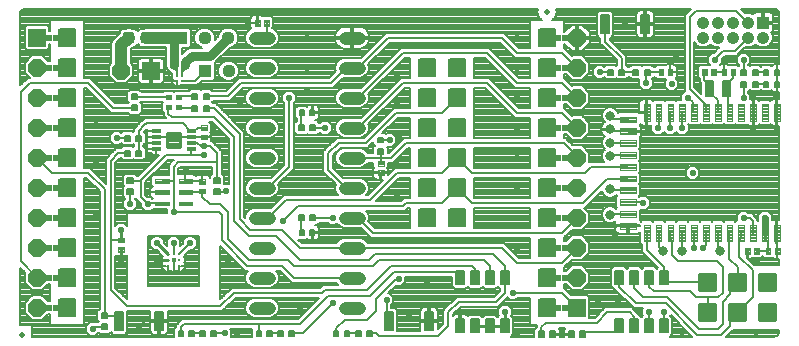
<source format=gbr>
G75*
G70*
%OFA0B0*%
%FSLAX24Y24*%
%IPPOS*%
%LPD*%
%AMOC8*
5,1,8,0,0,1.08239X$1,22.5*
%
%ADD10R,0.0591X0.0591*%
%ADD11OC8,0.0591*%
%ADD12C,0.0197*%
%ADD13C,0.0048*%
%ADD14C,0.0038*%
%ADD15C,0.0060*%
%ADD16C,0.0440*%
%ADD17R,0.0440X0.0440*%
%ADD18C,0.0440*%
%ADD19C,0.0065*%
%ADD20C,0.0057*%
%ADD21C,0.0063*%
%ADD22C,0.0514*%
%ADD23C,0.0050*%
%ADD24C,0.0035*%
%ADD25C,0.0038*%
%ADD26C,0.0118*%
%ADD27R,0.0150X0.0150*%
%ADD28C,0.0320*%
%ADD29R,0.0200X0.0200*%
%ADD30C,0.0071*%
%ADD31C,0.0079*%
%ADD32C,0.0024*%
%ADD33C,0.0107*%
%ADD34C,0.0410*%
%ADD35R,0.0410X0.0410*%
%ADD36C,0.0220*%
%ADD37C,0.0080*%
%ADD38C,0.0100*%
%ADD39C,0.0200*%
%ADD40C,0.0300*%
%ADD41C,0.0220*%
%ADD42C,0.0400*%
D10*
X027885Y010183D03*
X013685Y018083D03*
X009885Y019183D03*
D11*
X009885Y018183D03*
X009885Y017183D03*
X009885Y016183D03*
X009885Y015183D03*
X009885Y014183D03*
X009885Y013183D03*
X009885Y012183D03*
X009885Y011183D03*
X009885Y010183D03*
X012685Y018083D03*
X027885Y018183D03*
X027885Y017183D03*
X027885Y016183D03*
X027885Y015183D03*
X027885Y014183D03*
X027885Y013183D03*
X027885Y012183D03*
X027885Y011183D03*
X027885Y019183D03*
D12*
X009385Y009283D03*
X026885Y020033D03*
D13*
X030115Y016421D02*
X030307Y016421D01*
X030115Y016421D02*
X030115Y016963D01*
X030307Y016963D01*
X030307Y016421D01*
X030307Y016468D02*
X030115Y016468D01*
X030115Y016515D02*
X030307Y016515D01*
X030307Y016562D02*
X030115Y016562D01*
X030115Y016609D02*
X030307Y016609D01*
X030307Y016656D02*
X030115Y016656D01*
X030115Y016703D02*
X030307Y016703D01*
X030307Y016750D02*
X030115Y016750D01*
X030115Y016797D02*
X030307Y016797D01*
X030307Y016844D02*
X030115Y016844D01*
X030115Y016891D02*
X030307Y016891D01*
X030307Y016938D02*
X030115Y016938D01*
X030508Y016421D02*
X030700Y016421D01*
X030508Y016421D02*
X030508Y016963D01*
X030700Y016963D01*
X030700Y016421D01*
X030700Y016468D02*
X030508Y016468D01*
X030508Y016515D02*
X030700Y016515D01*
X030700Y016562D02*
X030508Y016562D01*
X030508Y016609D02*
X030700Y016609D01*
X030700Y016656D02*
X030508Y016656D01*
X030508Y016703D02*
X030700Y016703D01*
X030700Y016750D02*
X030508Y016750D01*
X030508Y016797D02*
X030700Y016797D01*
X030700Y016844D02*
X030508Y016844D01*
X030508Y016891D02*
X030700Y016891D01*
X030700Y016938D02*
X030508Y016938D01*
X030902Y016421D02*
X031094Y016421D01*
X030902Y016421D02*
X030902Y016963D01*
X031094Y016963D01*
X031094Y016421D01*
X031094Y016468D02*
X030902Y016468D01*
X030902Y016515D02*
X031094Y016515D01*
X031094Y016562D02*
X030902Y016562D01*
X030902Y016609D02*
X031094Y016609D01*
X031094Y016656D02*
X030902Y016656D01*
X030902Y016703D02*
X031094Y016703D01*
X031094Y016750D02*
X030902Y016750D01*
X030902Y016797D02*
X031094Y016797D01*
X031094Y016844D02*
X030902Y016844D01*
X030902Y016891D02*
X031094Y016891D01*
X031094Y016938D02*
X030902Y016938D01*
X031296Y016421D02*
X031488Y016421D01*
X031296Y016421D02*
X031296Y016963D01*
X031488Y016963D01*
X031488Y016421D01*
X031488Y016468D02*
X031296Y016468D01*
X031296Y016515D02*
X031488Y016515D01*
X031488Y016562D02*
X031296Y016562D01*
X031296Y016609D02*
X031488Y016609D01*
X031488Y016656D02*
X031296Y016656D01*
X031296Y016703D02*
X031488Y016703D01*
X031488Y016750D02*
X031296Y016750D01*
X031296Y016797D02*
X031488Y016797D01*
X031488Y016844D02*
X031296Y016844D01*
X031296Y016891D02*
X031488Y016891D01*
X031488Y016938D02*
X031296Y016938D01*
X031690Y016421D02*
X031882Y016421D01*
X031690Y016421D02*
X031690Y016963D01*
X031882Y016963D01*
X031882Y016421D01*
X031882Y016468D02*
X031690Y016468D01*
X031690Y016515D02*
X031882Y016515D01*
X031882Y016562D02*
X031690Y016562D01*
X031690Y016609D02*
X031882Y016609D01*
X031882Y016656D02*
X031690Y016656D01*
X031690Y016703D02*
X031882Y016703D01*
X031882Y016750D02*
X031690Y016750D01*
X031690Y016797D02*
X031882Y016797D01*
X031882Y016844D02*
X031690Y016844D01*
X031690Y016891D02*
X031882Y016891D01*
X031882Y016938D02*
X031690Y016938D01*
X032083Y016421D02*
X032275Y016421D01*
X032083Y016421D02*
X032083Y016963D01*
X032275Y016963D01*
X032275Y016421D01*
X032275Y016468D02*
X032083Y016468D01*
X032083Y016515D02*
X032275Y016515D01*
X032275Y016562D02*
X032083Y016562D01*
X032083Y016609D02*
X032275Y016609D01*
X032275Y016656D02*
X032083Y016656D01*
X032083Y016703D02*
X032275Y016703D01*
X032275Y016750D02*
X032083Y016750D01*
X032083Y016797D02*
X032275Y016797D01*
X032275Y016844D02*
X032083Y016844D01*
X032083Y016891D02*
X032275Y016891D01*
X032275Y016938D02*
X032083Y016938D01*
X032477Y016421D02*
X032669Y016421D01*
X032477Y016421D02*
X032477Y016963D01*
X032669Y016963D01*
X032669Y016421D01*
X032669Y016468D02*
X032477Y016468D01*
X032477Y016515D02*
X032669Y016515D01*
X032669Y016562D02*
X032477Y016562D01*
X032477Y016609D02*
X032669Y016609D01*
X032669Y016656D02*
X032477Y016656D01*
X032477Y016703D02*
X032669Y016703D01*
X032669Y016750D02*
X032477Y016750D01*
X032477Y016797D02*
X032669Y016797D01*
X032669Y016844D02*
X032477Y016844D01*
X032477Y016891D02*
X032669Y016891D01*
X032669Y016938D02*
X032477Y016938D01*
X032871Y016421D02*
X033063Y016421D01*
X032871Y016421D02*
X032871Y016963D01*
X033063Y016963D01*
X033063Y016421D01*
X033063Y016468D02*
X032871Y016468D01*
X032871Y016515D02*
X033063Y016515D01*
X033063Y016562D02*
X032871Y016562D01*
X032871Y016609D02*
X033063Y016609D01*
X033063Y016656D02*
X032871Y016656D01*
X032871Y016703D02*
X033063Y016703D01*
X033063Y016750D02*
X032871Y016750D01*
X032871Y016797D02*
X033063Y016797D01*
X033063Y016844D02*
X032871Y016844D01*
X032871Y016891D02*
X033063Y016891D01*
X033063Y016938D02*
X032871Y016938D01*
X033264Y016421D02*
X033456Y016421D01*
X033264Y016421D02*
X033264Y016963D01*
X033456Y016963D01*
X033456Y016421D01*
X033456Y016468D02*
X033264Y016468D01*
X033264Y016515D02*
X033456Y016515D01*
X033456Y016562D02*
X033264Y016562D01*
X033264Y016609D02*
X033456Y016609D01*
X033456Y016656D02*
X033264Y016656D01*
X033264Y016703D02*
X033456Y016703D01*
X033456Y016750D02*
X033264Y016750D01*
X033264Y016797D02*
X033456Y016797D01*
X033456Y016844D02*
X033264Y016844D01*
X033264Y016891D02*
X033456Y016891D01*
X033456Y016938D02*
X033264Y016938D01*
X033658Y016421D02*
X033850Y016421D01*
X033658Y016421D02*
X033658Y016963D01*
X033850Y016963D01*
X033850Y016421D01*
X033850Y016468D02*
X033658Y016468D01*
X033658Y016515D02*
X033850Y016515D01*
X033850Y016562D02*
X033658Y016562D01*
X033658Y016609D02*
X033850Y016609D01*
X033850Y016656D02*
X033658Y016656D01*
X033658Y016703D02*
X033850Y016703D01*
X033850Y016750D02*
X033658Y016750D01*
X033658Y016797D02*
X033850Y016797D01*
X033850Y016844D02*
X033658Y016844D01*
X033658Y016891D02*
X033850Y016891D01*
X033850Y016938D02*
X033658Y016938D01*
X034052Y016421D02*
X034244Y016421D01*
X034052Y016421D02*
X034052Y016963D01*
X034244Y016963D01*
X034244Y016421D01*
X034244Y016468D02*
X034052Y016468D01*
X034052Y016515D02*
X034244Y016515D01*
X034244Y016562D02*
X034052Y016562D01*
X034052Y016609D02*
X034244Y016609D01*
X034244Y016656D02*
X034052Y016656D01*
X034052Y016703D02*
X034244Y016703D01*
X034244Y016750D02*
X034052Y016750D01*
X034052Y016797D02*
X034244Y016797D01*
X034244Y016844D02*
X034052Y016844D01*
X034052Y016891D02*
X034244Y016891D01*
X034244Y016938D02*
X034052Y016938D01*
X034445Y016421D02*
X034637Y016421D01*
X034445Y016421D02*
X034445Y016963D01*
X034637Y016963D01*
X034637Y016421D01*
X034637Y016468D02*
X034445Y016468D01*
X034445Y016515D02*
X034637Y016515D01*
X034637Y016562D02*
X034445Y016562D01*
X034445Y016609D02*
X034637Y016609D01*
X034637Y016656D02*
X034445Y016656D01*
X034445Y016703D02*
X034637Y016703D01*
X034637Y016750D02*
X034445Y016750D01*
X034445Y016797D02*
X034637Y016797D01*
X034637Y016844D02*
X034445Y016844D01*
X034445Y016891D02*
X034637Y016891D01*
X034637Y016938D02*
X034445Y016938D01*
X029314Y016554D02*
X029314Y016362D01*
X029314Y016554D02*
X029856Y016554D01*
X029856Y016362D01*
X029314Y016362D01*
X029314Y016409D02*
X029856Y016409D01*
X029856Y016456D02*
X029314Y016456D01*
X029314Y016503D02*
X029856Y016503D01*
X029856Y016550D02*
X029314Y016550D01*
X029314Y016160D02*
X029314Y015968D01*
X029314Y016160D02*
X029856Y016160D01*
X029856Y015968D01*
X029314Y015968D01*
X029314Y016015D02*
X029856Y016015D01*
X029856Y016062D02*
X029314Y016062D01*
X029314Y016109D02*
X029856Y016109D01*
X029856Y016156D02*
X029314Y016156D01*
X029314Y015766D02*
X029314Y015574D01*
X029314Y015766D02*
X029856Y015766D01*
X029856Y015574D01*
X029314Y015574D01*
X029314Y015621D02*
X029856Y015621D01*
X029856Y015668D02*
X029314Y015668D01*
X029314Y015715D02*
X029856Y015715D01*
X029856Y015762D02*
X029314Y015762D01*
X029314Y015373D02*
X029314Y015181D01*
X029314Y015373D02*
X029856Y015373D01*
X029856Y015181D01*
X029314Y015181D01*
X029314Y015228D02*
X029856Y015228D01*
X029856Y015275D02*
X029314Y015275D01*
X029314Y015322D02*
X029856Y015322D01*
X029856Y015369D02*
X029314Y015369D01*
X029314Y014979D02*
X029314Y014787D01*
X029314Y014979D02*
X029856Y014979D01*
X029856Y014787D01*
X029314Y014787D01*
X029314Y014834D02*
X029856Y014834D01*
X029856Y014881D02*
X029314Y014881D01*
X029314Y014928D02*
X029856Y014928D01*
X029856Y014975D02*
X029314Y014975D01*
X029314Y014585D02*
X029314Y014393D01*
X029314Y014585D02*
X029856Y014585D01*
X029856Y014393D01*
X029314Y014393D01*
X029314Y014440D02*
X029856Y014440D01*
X029856Y014487D02*
X029314Y014487D01*
X029314Y014534D02*
X029856Y014534D01*
X029856Y014581D02*
X029314Y014581D01*
X029314Y014191D02*
X029314Y013999D01*
X029314Y014191D02*
X029856Y014191D01*
X029856Y013999D01*
X029314Y013999D01*
X029314Y014046D02*
X029856Y014046D01*
X029856Y014093D02*
X029314Y014093D01*
X029314Y014140D02*
X029856Y014140D01*
X029856Y014187D02*
X029314Y014187D01*
X029314Y013798D02*
X029314Y013606D01*
X029314Y013798D02*
X029856Y013798D01*
X029856Y013606D01*
X029314Y013606D01*
X029314Y013653D02*
X029856Y013653D01*
X029856Y013700D02*
X029314Y013700D01*
X029314Y013747D02*
X029856Y013747D01*
X029856Y013794D02*
X029314Y013794D01*
X029314Y013404D02*
X029314Y013212D01*
X029314Y013404D02*
X029856Y013404D01*
X029856Y013212D01*
X029314Y013212D01*
X029314Y013259D02*
X029856Y013259D01*
X029856Y013306D02*
X029314Y013306D01*
X029314Y013353D02*
X029856Y013353D01*
X029856Y013400D02*
X029314Y013400D01*
X029314Y013010D02*
X029314Y012818D01*
X029314Y013010D02*
X029856Y013010D01*
X029856Y012818D01*
X029314Y012818D01*
X029314Y012865D02*
X029856Y012865D01*
X029856Y012912D02*
X029314Y012912D01*
X029314Y012959D02*
X029856Y012959D01*
X029856Y013006D02*
X029314Y013006D01*
X030115Y012409D02*
X030307Y012409D01*
X030115Y012409D02*
X030115Y012951D01*
X030307Y012951D01*
X030307Y012409D01*
X030307Y012456D02*
X030115Y012456D01*
X030115Y012503D02*
X030307Y012503D01*
X030307Y012550D02*
X030115Y012550D01*
X030115Y012597D02*
X030307Y012597D01*
X030307Y012644D02*
X030115Y012644D01*
X030115Y012691D02*
X030307Y012691D01*
X030307Y012738D02*
X030115Y012738D01*
X030115Y012785D02*
X030307Y012785D01*
X030307Y012832D02*
X030115Y012832D01*
X030115Y012879D02*
X030307Y012879D01*
X030307Y012926D02*
X030115Y012926D01*
X030508Y012409D02*
X030700Y012409D01*
X030508Y012409D02*
X030508Y012951D01*
X030700Y012951D01*
X030700Y012409D01*
X030700Y012456D02*
X030508Y012456D01*
X030508Y012503D02*
X030700Y012503D01*
X030700Y012550D02*
X030508Y012550D01*
X030508Y012597D02*
X030700Y012597D01*
X030700Y012644D02*
X030508Y012644D01*
X030508Y012691D02*
X030700Y012691D01*
X030700Y012738D02*
X030508Y012738D01*
X030508Y012785D02*
X030700Y012785D01*
X030700Y012832D02*
X030508Y012832D01*
X030508Y012879D02*
X030700Y012879D01*
X030700Y012926D02*
X030508Y012926D01*
X030902Y012409D02*
X031094Y012409D01*
X030902Y012409D02*
X030902Y012951D01*
X031094Y012951D01*
X031094Y012409D01*
X031094Y012456D02*
X030902Y012456D01*
X030902Y012503D02*
X031094Y012503D01*
X031094Y012550D02*
X030902Y012550D01*
X030902Y012597D02*
X031094Y012597D01*
X031094Y012644D02*
X030902Y012644D01*
X030902Y012691D02*
X031094Y012691D01*
X031094Y012738D02*
X030902Y012738D01*
X030902Y012785D02*
X031094Y012785D01*
X031094Y012832D02*
X030902Y012832D01*
X030902Y012879D02*
X031094Y012879D01*
X031094Y012926D02*
X030902Y012926D01*
X031296Y012409D02*
X031488Y012409D01*
X031296Y012409D02*
X031296Y012951D01*
X031488Y012951D01*
X031488Y012409D01*
X031488Y012456D02*
X031296Y012456D01*
X031296Y012503D02*
X031488Y012503D01*
X031488Y012550D02*
X031296Y012550D01*
X031296Y012597D02*
X031488Y012597D01*
X031488Y012644D02*
X031296Y012644D01*
X031296Y012691D02*
X031488Y012691D01*
X031488Y012738D02*
X031296Y012738D01*
X031296Y012785D02*
X031488Y012785D01*
X031488Y012832D02*
X031296Y012832D01*
X031296Y012879D02*
X031488Y012879D01*
X031488Y012926D02*
X031296Y012926D01*
X031690Y012409D02*
X031882Y012409D01*
X031690Y012409D02*
X031690Y012951D01*
X031882Y012951D01*
X031882Y012409D01*
X031882Y012456D02*
X031690Y012456D01*
X031690Y012503D02*
X031882Y012503D01*
X031882Y012550D02*
X031690Y012550D01*
X031690Y012597D02*
X031882Y012597D01*
X031882Y012644D02*
X031690Y012644D01*
X031690Y012691D02*
X031882Y012691D01*
X031882Y012738D02*
X031690Y012738D01*
X031690Y012785D02*
X031882Y012785D01*
X031882Y012832D02*
X031690Y012832D01*
X031690Y012879D02*
X031882Y012879D01*
X031882Y012926D02*
X031690Y012926D01*
X032083Y012409D02*
X032275Y012409D01*
X032083Y012409D02*
X032083Y012951D01*
X032275Y012951D01*
X032275Y012409D01*
X032275Y012456D02*
X032083Y012456D01*
X032083Y012503D02*
X032275Y012503D01*
X032275Y012550D02*
X032083Y012550D01*
X032083Y012597D02*
X032275Y012597D01*
X032275Y012644D02*
X032083Y012644D01*
X032083Y012691D02*
X032275Y012691D01*
X032275Y012738D02*
X032083Y012738D01*
X032083Y012785D02*
X032275Y012785D01*
X032275Y012832D02*
X032083Y012832D01*
X032083Y012879D02*
X032275Y012879D01*
X032275Y012926D02*
X032083Y012926D01*
X032477Y012409D02*
X032669Y012409D01*
X032477Y012409D02*
X032477Y012951D01*
X032669Y012951D01*
X032669Y012409D01*
X032669Y012456D02*
X032477Y012456D01*
X032477Y012503D02*
X032669Y012503D01*
X032669Y012550D02*
X032477Y012550D01*
X032477Y012597D02*
X032669Y012597D01*
X032669Y012644D02*
X032477Y012644D01*
X032477Y012691D02*
X032669Y012691D01*
X032669Y012738D02*
X032477Y012738D01*
X032477Y012785D02*
X032669Y012785D01*
X032669Y012832D02*
X032477Y012832D01*
X032477Y012879D02*
X032669Y012879D01*
X032669Y012926D02*
X032477Y012926D01*
X032871Y012409D02*
X033063Y012409D01*
X032871Y012409D02*
X032871Y012951D01*
X033063Y012951D01*
X033063Y012409D01*
X033063Y012456D02*
X032871Y012456D01*
X032871Y012503D02*
X033063Y012503D01*
X033063Y012550D02*
X032871Y012550D01*
X032871Y012597D02*
X033063Y012597D01*
X033063Y012644D02*
X032871Y012644D01*
X032871Y012691D02*
X033063Y012691D01*
X033063Y012738D02*
X032871Y012738D01*
X032871Y012785D02*
X033063Y012785D01*
X033063Y012832D02*
X032871Y012832D01*
X032871Y012879D02*
X033063Y012879D01*
X033063Y012926D02*
X032871Y012926D01*
X033264Y012409D02*
X033456Y012409D01*
X033264Y012409D02*
X033264Y012951D01*
X033456Y012951D01*
X033456Y012409D01*
X033456Y012456D02*
X033264Y012456D01*
X033264Y012503D02*
X033456Y012503D01*
X033456Y012550D02*
X033264Y012550D01*
X033264Y012597D02*
X033456Y012597D01*
X033456Y012644D02*
X033264Y012644D01*
X033264Y012691D02*
X033456Y012691D01*
X033456Y012738D02*
X033264Y012738D01*
X033264Y012785D02*
X033456Y012785D01*
X033456Y012832D02*
X033264Y012832D01*
X033264Y012879D02*
X033456Y012879D01*
X033456Y012926D02*
X033264Y012926D01*
X033658Y012409D02*
X033850Y012409D01*
X033658Y012409D02*
X033658Y012951D01*
X033850Y012951D01*
X033850Y012409D01*
X033850Y012456D02*
X033658Y012456D01*
X033658Y012503D02*
X033850Y012503D01*
X033850Y012550D02*
X033658Y012550D01*
X033658Y012597D02*
X033850Y012597D01*
X033850Y012644D02*
X033658Y012644D01*
X033658Y012691D02*
X033850Y012691D01*
X033850Y012738D02*
X033658Y012738D01*
X033658Y012785D02*
X033850Y012785D01*
X033850Y012832D02*
X033658Y012832D01*
X033658Y012879D02*
X033850Y012879D01*
X033850Y012926D02*
X033658Y012926D01*
X034052Y012409D02*
X034244Y012409D01*
X034052Y012409D02*
X034052Y012951D01*
X034244Y012951D01*
X034244Y012409D01*
X034244Y012456D02*
X034052Y012456D01*
X034052Y012503D02*
X034244Y012503D01*
X034244Y012550D02*
X034052Y012550D01*
X034052Y012597D02*
X034244Y012597D01*
X034244Y012644D02*
X034052Y012644D01*
X034052Y012691D02*
X034244Y012691D01*
X034244Y012738D02*
X034052Y012738D01*
X034052Y012785D02*
X034244Y012785D01*
X034244Y012832D02*
X034052Y012832D01*
X034052Y012879D02*
X034244Y012879D01*
X034244Y012926D02*
X034052Y012926D01*
X034445Y012409D02*
X034637Y012409D01*
X034445Y012409D02*
X034445Y012951D01*
X034637Y012951D01*
X034637Y012409D01*
X034637Y012456D02*
X034445Y012456D01*
X034445Y012503D02*
X034637Y012503D01*
X034637Y012550D02*
X034445Y012550D01*
X034445Y012597D02*
X034637Y012597D01*
X034637Y012644D02*
X034445Y012644D01*
X034445Y012691D02*
X034637Y012691D01*
X034637Y012738D02*
X034445Y012738D01*
X034445Y012785D02*
X034637Y012785D01*
X034637Y012832D02*
X034445Y012832D01*
X034445Y012879D02*
X034637Y012879D01*
X034637Y012926D02*
X034445Y012926D01*
D14*
X034484Y011982D02*
X034636Y011982D01*
X034484Y011982D02*
X034484Y012184D01*
X034636Y012184D01*
X034636Y011982D01*
X034636Y012019D02*
X034484Y012019D01*
X034484Y012056D02*
X034636Y012056D01*
X034636Y012093D02*
X034484Y012093D01*
X034484Y012130D02*
X034636Y012130D01*
X034636Y012167D02*
X034484Y012167D01*
X034326Y011982D02*
X034174Y011982D01*
X034174Y012184D01*
X034326Y012184D01*
X034326Y011982D01*
X034326Y012019D02*
X034174Y012019D01*
X034174Y012056D02*
X034326Y012056D01*
X034326Y012093D02*
X034174Y012093D01*
X034174Y012130D02*
X034326Y012130D01*
X034326Y012167D02*
X034174Y012167D01*
X033946Y012184D02*
X033794Y012184D01*
X033946Y012184D02*
X033946Y011982D01*
X033794Y011982D01*
X033794Y012184D01*
X033794Y012019D02*
X033946Y012019D01*
X033946Y012056D02*
X033794Y012056D01*
X033794Y012093D02*
X033946Y012093D01*
X033946Y012130D02*
X033794Y012130D01*
X033794Y012167D02*
X033946Y012167D01*
X033636Y012184D02*
X033484Y012184D01*
X033636Y012184D02*
X033636Y011982D01*
X033484Y011982D01*
X033484Y012184D01*
X033484Y012019D02*
X033636Y012019D01*
X033636Y012056D02*
X033484Y012056D01*
X033484Y012093D02*
X033636Y012093D01*
X033636Y012130D02*
X033484Y012130D01*
X033484Y012167D02*
X033636Y012167D01*
X033166Y017932D02*
X033014Y017932D01*
X033014Y018134D01*
X033166Y018134D01*
X033166Y017932D01*
X033166Y017969D02*
X033014Y017969D01*
X033014Y018006D02*
X033166Y018006D01*
X033166Y018043D02*
X033014Y018043D01*
X033014Y018080D02*
X033166Y018080D01*
X033166Y018117D02*
X033014Y018117D01*
X032856Y017932D02*
X032704Y017932D01*
X032704Y018134D01*
X032856Y018134D01*
X032856Y017932D01*
X032856Y017969D02*
X032704Y017969D01*
X032704Y018006D02*
X032856Y018006D01*
X032856Y018043D02*
X032704Y018043D01*
X032704Y018080D02*
X032856Y018080D01*
X032856Y018117D02*
X032704Y018117D01*
X032516Y018134D02*
X032364Y018134D01*
X032516Y018134D02*
X032516Y017932D01*
X032364Y017932D01*
X032364Y018134D01*
X032364Y017969D02*
X032516Y017969D01*
X032516Y018006D02*
X032364Y018006D01*
X032364Y018043D02*
X032516Y018043D01*
X032516Y018080D02*
X032364Y018080D01*
X032364Y018117D02*
X032516Y018117D01*
X032206Y018134D02*
X032054Y018134D01*
X032206Y018134D02*
X032206Y017932D01*
X032054Y017932D01*
X032054Y018134D01*
X032054Y017969D02*
X032206Y017969D01*
X032206Y018006D02*
X032054Y018006D01*
X032054Y018043D02*
X032206Y018043D01*
X032206Y018080D02*
X032054Y018080D01*
X032054Y018117D02*
X032206Y018117D01*
X031066Y017932D02*
X030914Y017932D01*
X030914Y018134D01*
X031066Y018134D01*
X031066Y017932D01*
X031066Y017969D02*
X030914Y017969D01*
X030914Y018006D02*
X031066Y018006D01*
X031066Y018043D02*
X030914Y018043D01*
X030914Y018080D02*
X031066Y018080D01*
X031066Y018117D02*
X030914Y018117D01*
X030756Y017932D02*
X030604Y017932D01*
X030604Y018134D01*
X030756Y018134D01*
X030756Y017932D01*
X030756Y017969D02*
X030604Y017969D01*
X030604Y018006D02*
X030756Y018006D01*
X030756Y018043D02*
X030604Y018043D01*
X030604Y018080D02*
X030756Y018080D01*
X030756Y018117D02*
X030604Y018117D01*
X021234Y015074D02*
X021234Y014922D01*
X021234Y015074D02*
X021436Y015074D01*
X021436Y014922D01*
X021234Y014922D01*
X021234Y014959D02*
X021436Y014959D01*
X021436Y014996D02*
X021234Y014996D01*
X021234Y015033D02*
X021436Y015033D01*
X021436Y015070D02*
X021234Y015070D01*
X021234Y014764D02*
X021234Y014612D01*
X021234Y014764D02*
X021436Y014764D01*
X021436Y014612D01*
X021234Y014612D01*
X021234Y014649D02*
X021436Y014649D01*
X021436Y014686D02*
X021234Y014686D01*
X021234Y014723D02*
X021436Y014723D01*
X021436Y014760D02*
X021234Y014760D01*
X015284Y014464D02*
X015284Y014312D01*
X015284Y014464D02*
X015486Y014464D01*
X015486Y014312D01*
X015284Y014312D01*
X015284Y014349D02*
X015486Y014349D01*
X015486Y014386D02*
X015284Y014386D01*
X015284Y014423D02*
X015486Y014423D01*
X015486Y014460D02*
X015284Y014460D01*
X015284Y014154D02*
X015284Y014002D01*
X015284Y014154D02*
X015486Y014154D01*
X015486Y014002D01*
X015284Y014002D01*
X015284Y014039D02*
X015486Y014039D01*
X015486Y014076D02*
X015284Y014076D01*
X015284Y014113D02*
X015486Y014113D01*
X015486Y014150D02*
X015284Y014150D01*
X015334Y015802D02*
X015334Y015954D01*
X015536Y015954D01*
X015536Y015802D01*
X015334Y015802D01*
X015334Y015839D02*
X015536Y015839D01*
X015536Y015876D02*
X015334Y015876D01*
X015334Y015913D02*
X015536Y015913D01*
X015536Y015950D02*
X015334Y015950D01*
X015334Y016112D02*
X015334Y016264D01*
X015536Y016264D01*
X015536Y016112D01*
X015334Y016112D01*
X015334Y016149D02*
X015536Y016149D01*
X015536Y016186D02*
X015334Y016186D01*
X015334Y016223D02*
X015536Y016223D01*
X015536Y016260D02*
X015334Y016260D01*
X017154Y019784D02*
X017306Y019784D01*
X017306Y019582D01*
X017154Y019582D01*
X017154Y019784D01*
X017154Y019619D02*
X017306Y019619D01*
X017306Y019656D02*
X017154Y019656D01*
X017154Y019693D02*
X017306Y019693D01*
X017306Y019730D02*
X017154Y019730D01*
X017154Y019767D02*
X017306Y019767D01*
X017464Y019784D02*
X017616Y019784D01*
X017616Y019582D01*
X017464Y019582D01*
X017464Y019784D01*
X017464Y019619D02*
X017616Y019619D01*
X017616Y019656D02*
X017464Y019656D01*
X017464Y019693D02*
X017616Y019693D01*
X017616Y019730D02*
X017464Y019730D01*
X017464Y019767D02*
X017616Y019767D01*
X012786Y012514D02*
X012786Y012362D01*
X012584Y012362D01*
X012584Y012514D01*
X012786Y012514D01*
X012786Y012399D02*
X012584Y012399D01*
X012584Y012436D02*
X012786Y012436D01*
X012786Y012473D02*
X012584Y012473D01*
X012584Y012510D02*
X012786Y012510D01*
X012786Y012204D02*
X012786Y012052D01*
X012584Y012052D01*
X012584Y012204D01*
X012786Y012204D01*
X012786Y012089D02*
X012584Y012089D01*
X012584Y012126D02*
X012786Y012126D01*
X012786Y012163D02*
X012584Y012163D01*
X012584Y012200D02*
X012786Y012200D01*
D15*
X023865Y010968D02*
X024105Y010968D01*
X023865Y010968D02*
X023865Y011408D01*
X024105Y011408D01*
X024105Y010968D01*
X024105Y011027D02*
X023865Y011027D01*
X023865Y011086D02*
X024105Y011086D01*
X024105Y011145D02*
X023865Y011145D01*
X023865Y011204D02*
X024105Y011204D01*
X024105Y011263D02*
X023865Y011263D01*
X023865Y011322D02*
X024105Y011322D01*
X024105Y011381D02*
X023865Y011381D01*
X024365Y010968D02*
X024605Y010968D01*
X024365Y010968D02*
X024365Y011408D01*
X024605Y011408D01*
X024605Y010968D01*
X024605Y011027D02*
X024365Y011027D01*
X024365Y011086D02*
X024605Y011086D01*
X024605Y011145D02*
X024365Y011145D01*
X024365Y011204D02*
X024605Y011204D01*
X024605Y011263D02*
X024365Y011263D01*
X024365Y011322D02*
X024605Y011322D01*
X024605Y011381D02*
X024365Y011381D01*
X024865Y010968D02*
X025105Y010968D01*
X024865Y010968D02*
X024865Y011408D01*
X025105Y011408D01*
X025105Y010968D01*
X025105Y011027D02*
X024865Y011027D01*
X024865Y011086D02*
X025105Y011086D01*
X025105Y011145D02*
X024865Y011145D01*
X024865Y011204D02*
X025105Y011204D01*
X025105Y011263D02*
X024865Y011263D01*
X024865Y011322D02*
X025105Y011322D01*
X025105Y011381D02*
X024865Y011381D01*
X025365Y010968D02*
X025605Y010968D01*
X025365Y010968D02*
X025365Y011408D01*
X025605Y011408D01*
X025605Y010968D01*
X025605Y011027D02*
X025365Y011027D01*
X025365Y011086D02*
X025605Y011086D01*
X025605Y011145D02*
X025365Y011145D01*
X025365Y011204D02*
X025605Y011204D01*
X025605Y011263D02*
X025365Y011263D01*
X025365Y011322D02*
X025605Y011322D01*
X025605Y011381D02*
X025365Y011381D01*
X025365Y009358D02*
X025605Y009358D01*
X025365Y009358D02*
X025365Y009798D01*
X025605Y009798D01*
X025605Y009358D01*
X025605Y009417D02*
X025365Y009417D01*
X025365Y009476D02*
X025605Y009476D01*
X025605Y009535D02*
X025365Y009535D01*
X025365Y009594D02*
X025605Y009594D01*
X025605Y009653D02*
X025365Y009653D01*
X025365Y009712D02*
X025605Y009712D01*
X025605Y009771D02*
X025365Y009771D01*
X025105Y009358D02*
X024865Y009358D01*
X024865Y009798D01*
X025105Y009798D01*
X025105Y009358D01*
X025105Y009417D02*
X024865Y009417D01*
X024865Y009476D02*
X025105Y009476D01*
X025105Y009535D02*
X024865Y009535D01*
X024865Y009594D02*
X025105Y009594D01*
X025105Y009653D02*
X024865Y009653D01*
X024865Y009712D02*
X025105Y009712D01*
X025105Y009771D02*
X024865Y009771D01*
X024605Y009358D02*
X024365Y009358D01*
X024365Y009798D01*
X024605Y009798D01*
X024605Y009358D01*
X024605Y009417D02*
X024365Y009417D01*
X024365Y009476D02*
X024605Y009476D01*
X024605Y009535D02*
X024365Y009535D01*
X024365Y009594D02*
X024605Y009594D01*
X024605Y009653D02*
X024365Y009653D01*
X024365Y009712D02*
X024605Y009712D01*
X024605Y009771D02*
X024365Y009771D01*
X024105Y009358D02*
X023865Y009358D01*
X023865Y009798D01*
X024105Y009798D01*
X024105Y009358D01*
X024105Y009417D02*
X023865Y009417D01*
X023865Y009476D02*
X024105Y009476D01*
X024105Y009535D02*
X023865Y009535D01*
X023865Y009594D02*
X024105Y009594D01*
X024105Y009653D02*
X023865Y009653D01*
X023865Y009712D02*
X024105Y009712D01*
X024105Y009771D02*
X023865Y009771D01*
X029165Y009358D02*
X029405Y009358D01*
X029165Y009358D02*
X029165Y009798D01*
X029405Y009798D01*
X029405Y009358D01*
X029405Y009417D02*
X029165Y009417D01*
X029165Y009476D02*
X029405Y009476D01*
X029405Y009535D02*
X029165Y009535D01*
X029165Y009594D02*
X029405Y009594D01*
X029405Y009653D02*
X029165Y009653D01*
X029165Y009712D02*
X029405Y009712D01*
X029405Y009771D02*
X029165Y009771D01*
X029665Y009358D02*
X029905Y009358D01*
X029665Y009358D02*
X029665Y009798D01*
X029905Y009798D01*
X029905Y009358D01*
X029905Y009417D02*
X029665Y009417D01*
X029665Y009476D02*
X029905Y009476D01*
X029905Y009535D02*
X029665Y009535D01*
X029665Y009594D02*
X029905Y009594D01*
X029905Y009653D02*
X029665Y009653D01*
X029665Y009712D02*
X029905Y009712D01*
X029905Y009771D02*
X029665Y009771D01*
X030165Y009358D02*
X030405Y009358D01*
X030165Y009358D02*
X030165Y009798D01*
X030405Y009798D01*
X030405Y009358D01*
X030405Y009417D02*
X030165Y009417D01*
X030165Y009476D02*
X030405Y009476D01*
X030405Y009535D02*
X030165Y009535D01*
X030165Y009594D02*
X030405Y009594D01*
X030405Y009653D02*
X030165Y009653D01*
X030165Y009712D02*
X030405Y009712D01*
X030405Y009771D02*
X030165Y009771D01*
X030665Y009358D02*
X030905Y009358D01*
X030665Y009358D02*
X030665Y009798D01*
X030905Y009798D01*
X030905Y009358D01*
X030905Y009417D02*
X030665Y009417D01*
X030665Y009476D02*
X030905Y009476D01*
X030905Y009535D02*
X030665Y009535D01*
X030665Y009594D02*
X030905Y009594D01*
X030905Y009653D02*
X030665Y009653D01*
X030665Y009712D02*
X030905Y009712D01*
X030905Y009771D02*
X030665Y009771D01*
X030665Y010968D02*
X030905Y010968D01*
X030665Y010968D02*
X030665Y011408D01*
X030905Y011408D01*
X030905Y010968D01*
X030905Y011027D02*
X030665Y011027D01*
X030665Y011086D02*
X030905Y011086D01*
X030905Y011145D02*
X030665Y011145D01*
X030665Y011204D02*
X030905Y011204D01*
X030905Y011263D02*
X030665Y011263D01*
X030665Y011322D02*
X030905Y011322D01*
X030905Y011381D02*
X030665Y011381D01*
X030405Y010968D02*
X030165Y010968D01*
X030165Y011408D01*
X030405Y011408D01*
X030405Y010968D01*
X030405Y011027D02*
X030165Y011027D01*
X030165Y011086D02*
X030405Y011086D01*
X030405Y011145D02*
X030165Y011145D01*
X030165Y011204D02*
X030405Y011204D01*
X030405Y011263D02*
X030165Y011263D01*
X030165Y011322D02*
X030405Y011322D01*
X030405Y011381D02*
X030165Y011381D01*
X029905Y010968D02*
X029665Y010968D01*
X029665Y011408D01*
X029905Y011408D01*
X029905Y010968D01*
X029905Y011027D02*
X029665Y011027D01*
X029665Y011086D02*
X029905Y011086D01*
X029905Y011145D02*
X029665Y011145D01*
X029665Y011204D02*
X029905Y011204D01*
X029905Y011263D02*
X029665Y011263D01*
X029665Y011322D02*
X029905Y011322D01*
X029905Y011381D02*
X029665Y011381D01*
X029405Y010968D02*
X029165Y010968D01*
X029165Y011408D01*
X029405Y011408D01*
X029405Y010968D01*
X029405Y011027D02*
X029165Y011027D01*
X029165Y011086D02*
X029405Y011086D01*
X029405Y011145D02*
X029165Y011145D01*
X029165Y011204D02*
X029405Y011204D01*
X029405Y011263D02*
X029165Y011263D01*
X029165Y011322D02*
X029405Y011322D01*
X029405Y011381D02*
X029165Y011381D01*
X032415Y017238D02*
X032415Y017728D01*
X032415Y017238D02*
X032175Y017238D01*
X032175Y017728D01*
X032415Y017728D01*
X032415Y017297D02*
X032175Y017297D01*
X032175Y017356D02*
X032415Y017356D01*
X032415Y017415D02*
X032175Y017415D01*
X032175Y017474D02*
X032415Y017474D01*
X032415Y017533D02*
X032175Y017533D01*
X032175Y017592D02*
X032415Y017592D01*
X032415Y017651D02*
X032175Y017651D01*
X032175Y017710D02*
X032415Y017710D01*
X032995Y017728D02*
X032995Y017238D01*
X032755Y017238D01*
X032755Y017728D01*
X032995Y017728D01*
X032995Y017297D02*
X032755Y017297D01*
X032755Y017356D02*
X032995Y017356D01*
X032995Y017415D02*
X032755Y017415D01*
X032755Y017474D02*
X032995Y017474D01*
X032995Y017533D02*
X032755Y017533D01*
X032755Y017592D02*
X032995Y017592D01*
X032995Y017651D02*
X032755Y017651D01*
X032755Y017710D02*
X032995Y017710D01*
D16*
X020605Y018183D02*
X020165Y018183D01*
X020165Y017183D02*
X020605Y017183D01*
X020605Y016183D02*
X020165Y016183D01*
X020165Y015183D02*
X020605Y015183D01*
X020605Y014183D02*
X020165Y014183D01*
X020165Y013183D02*
X020605Y013183D01*
X020605Y012183D02*
X020165Y012183D01*
X020165Y011183D02*
X020605Y011183D01*
X020605Y010183D02*
X020165Y010183D01*
X017605Y010183D02*
X017165Y010183D01*
X017165Y011183D02*
X017605Y011183D01*
X017605Y012183D02*
X017165Y012183D01*
X017165Y013183D02*
X017605Y013183D01*
X017605Y014183D02*
X017165Y014183D01*
X017165Y015183D02*
X017605Y015183D01*
X017605Y016183D02*
X017165Y016183D01*
X017165Y017183D02*
X017605Y017183D01*
X017605Y018183D02*
X017165Y018183D01*
X017165Y019183D02*
X017605Y019183D01*
X020165Y019183D02*
X020605Y019183D01*
D17*
X015485Y018083D03*
X014685Y019183D03*
D18*
X015472Y019183D03*
X016259Y019183D03*
X016272Y018083D03*
D19*
X014903Y018373D02*
X014743Y018373D01*
X014903Y018373D02*
X014903Y018193D01*
X014743Y018193D01*
X014743Y018373D01*
X014743Y018257D02*
X014903Y018257D01*
X014903Y018321D02*
X014743Y018321D01*
X014526Y018373D02*
X014366Y018373D01*
X014526Y018373D02*
X014526Y018193D01*
X014366Y018193D01*
X014366Y018373D01*
X014366Y018257D02*
X014526Y018257D01*
X014526Y018321D02*
X014366Y018321D01*
X015066Y017143D02*
X015226Y017143D01*
X015066Y017143D02*
X015066Y017323D01*
X015226Y017323D01*
X015226Y017143D01*
X015226Y017207D02*
X015066Y017207D01*
X015066Y017271D02*
X015226Y017271D01*
X015443Y017143D02*
X015603Y017143D01*
X015443Y017143D02*
X015443Y017323D01*
X015603Y017323D01*
X015603Y017143D01*
X015603Y017207D02*
X015443Y017207D01*
X015443Y017271D02*
X015603Y017271D01*
X015603Y016743D02*
X015443Y016743D01*
X015443Y016923D01*
X015603Y016923D01*
X015603Y016743D01*
X015603Y016807D02*
X015443Y016807D01*
X015443Y016871D02*
X015603Y016871D01*
X015226Y016743D02*
X015066Y016743D01*
X015066Y016923D01*
X015226Y016923D01*
X015226Y016743D01*
X015226Y016807D02*
X015066Y016807D01*
X015066Y016871D02*
X015226Y016871D01*
X013045Y016924D02*
X013045Y016764D01*
X013045Y016924D02*
X013225Y016924D01*
X013225Y016764D01*
X013045Y016764D01*
X013045Y016828D02*
X013225Y016828D01*
X013225Y016892D02*
X013045Y016892D01*
X013045Y017142D02*
X013045Y017302D01*
X013225Y017302D01*
X013225Y017142D01*
X013045Y017142D01*
X013045Y017206D02*
X013225Y017206D01*
X013225Y017270D02*
X013045Y017270D01*
X012976Y015743D02*
X012816Y015743D01*
X012816Y015923D01*
X012976Y015923D01*
X012976Y015743D01*
X012976Y015807D02*
X012816Y015807D01*
X012816Y015871D02*
X012976Y015871D01*
X013193Y015743D02*
X013353Y015743D01*
X013193Y015743D02*
X013193Y015923D01*
X013353Y015923D01*
X013353Y015743D01*
X013353Y015807D02*
X013193Y015807D01*
X013193Y015871D02*
X013353Y015871D01*
X013353Y015243D02*
X013193Y015243D01*
X013193Y015423D01*
X013353Y015423D01*
X013353Y015243D01*
X013353Y015307D02*
X013193Y015307D01*
X013193Y015371D02*
X013353Y015371D01*
X012976Y015243D02*
X012816Y015243D01*
X012816Y015423D01*
X012976Y015423D01*
X012976Y015243D01*
X012976Y015307D02*
X012816Y015307D01*
X012816Y015371D02*
X012976Y015371D01*
X013075Y014502D02*
X013075Y014342D01*
X012895Y014342D01*
X012895Y014502D01*
X013075Y014502D01*
X013075Y014406D02*
X012895Y014406D01*
X012895Y014470D02*
X013075Y014470D01*
X013075Y014124D02*
X013075Y013964D01*
X012895Y013964D01*
X012895Y014124D01*
X013075Y014124D01*
X013075Y014028D02*
X012895Y014028D01*
X012895Y014092D02*
X013075Y014092D01*
X015975Y014124D02*
X015975Y013964D01*
X015795Y013964D01*
X015795Y014124D01*
X015975Y014124D01*
X015975Y014028D02*
X015795Y014028D01*
X015795Y014092D02*
X015975Y014092D01*
X015975Y014342D02*
X015975Y014502D01*
X015975Y014342D02*
X015795Y014342D01*
X015795Y014502D01*
X015975Y014502D01*
X015975Y014406D02*
X015795Y014406D01*
X015795Y014470D02*
X015975Y014470D01*
X018616Y013273D02*
X018776Y013273D01*
X018776Y013093D01*
X018616Y013093D01*
X018616Y013273D01*
X018616Y013157D02*
X018776Y013157D01*
X018776Y013221D02*
X018616Y013221D01*
X018993Y013273D02*
X019153Y013273D01*
X019153Y013093D01*
X018993Y013093D01*
X018993Y013273D01*
X018993Y013157D02*
X019153Y013157D01*
X019153Y013221D02*
X018993Y013221D01*
X021425Y015314D02*
X021425Y015474D01*
X021425Y015314D02*
X021245Y015314D01*
X021245Y015474D01*
X021425Y015474D01*
X021425Y015378D02*
X021245Y015378D01*
X021245Y015442D02*
X021425Y015442D01*
X021425Y015692D02*
X021425Y015852D01*
X021425Y015692D02*
X021245Y015692D01*
X021245Y015852D01*
X021425Y015852D01*
X021425Y015756D02*
X021245Y015756D01*
X021245Y015820D02*
X021425Y015820D01*
X019153Y016273D02*
X018993Y016273D01*
X019153Y016273D02*
X019153Y016093D01*
X018993Y016093D01*
X018993Y016273D01*
X018993Y016157D02*
X019153Y016157D01*
X019153Y016221D02*
X018993Y016221D01*
X018776Y016273D02*
X018616Y016273D01*
X018776Y016273D02*
X018776Y016093D01*
X018616Y016093D01*
X018616Y016273D01*
X018616Y016157D02*
X018776Y016157D01*
X018776Y016221D02*
X018616Y016221D01*
X028916Y017943D02*
X029076Y017943D01*
X028916Y017943D02*
X028916Y018123D01*
X029076Y018123D01*
X029076Y017943D01*
X029076Y018007D02*
X028916Y018007D01*
X028916Y018071D02*
X029076Y018071D01*
X029293Y017943D02*
X029453Y017943D01*
X029293Y017943D02*
X029293Y018123D01*
X029453Y018123D01*
X029453Y017943D01*
X029453Y018007D02*
X029293Y018007D01*
X029293Y018071D02*
X029453Y018071D01*
X029766Y017943D02*
X029926Y017943D01*
X029766Y017943D02*
X029766Y018123D01*
X029926Y018123D01*
X029926Y017943D01*
X029926Y018007D02*
X029766Y018007D01*
X029766Y018071D02*
X029926Y018071D01*
X030143Y017943D02*
X030303Y017943D01*
X030143Y017943D02*
X030143Y018123D01*
X030303Y018123D01*
X030303Y017943D01*
X030303Y018007D02*
X030143Y018007D01*
X030143Y018071D02*
X030303Y018071D01*
X033366Y018123D02*
X033526Y018123D01*
X033526Y017943D01*
X033366Y017943D01*
X033366Y018123D01*
X033366Y018007D02*
X033526Y018007D01*
X033526Y018071D02*
X033366Y018071D01*
X033743Y018123D02*
X033903Y018123D01*
X033903Y017943D01*
X033743Y017943D01*
X033743Y018123D01*
X033743Y018007D02*
X033903Y018007D01*
X033903Y018071D02*
X033743Y018071D01*
X033743Y017723D02*
X033903Y017723D01*
X033903Y017543D01*
X033743Y017543D01*
X033743Y017723D01*
X033743Y017607D02*
X033903Y017607D01*
X033903Y017671D02*
X033743Y017671D01*
X033526Y017723D02*
X033366Y017723D01*
X033526Y017723D02*
X033526Y017543D01*
X033366Y017543D01*
X033366Y017723D01*
X033366Y017607D02*
X033526Y017607D01*
X033526Y017671D02*
X033366Y017671D01*
X021053Y009423D02*
X020893Y009423D01*
X021053Y009423D02*
X021053Y009243D01*
X020893Y009243D01*
X020893Y009423D01*
X020893Y009307D02*
X021053Y009307D01*
X021053Y009371D02*
X020893Y009371D01*
X020676Y009423D02*
X020516Y009423D01*
X020676Y009423D02*
X020676Y009243D01*
X020516Y009243D01*
X020516Y009423D01*
X020516Y009307D02*
X020676Y009307D01*
X020676Y009371D02*
X020516Y009371D01*
X018453Y009243D02*
X018293Y009243D01*
X018293Y009423D01*
X018453Y009423D01*
X018453Y009243D01*
X018453Y009307D02*
X018293Y009307D01*
X018293Y009371D02*
X018453Y009371D01*
X018076Y009243D02*
X017916Y009243D01*
X017916Y009423D01*
X018076Y009423D01*
X018076Y009243D01*
X018076Y009307D02*
X017916Y009307D01*
X017916Y009371D02*
X018076Y009371D01*
X015853Y009243D02*
X015693Y009243D01*
X015693Y009423D01*
X015853Y009423D01*
X015853Y009243D01*
X015853Y009307D02*
X015693Y009307D01*
X015693Y009371D02*
X015853Y009371D01*
X015476Y009243D02*
X015316Y009243D01*
X015316Y009423D01*
X015476Y009423D01*
X015476Y009243D01*
X015476Y009307D02*
X015316Y009307D01*
X015316Y009371D02*
X015476Y009371D01*
X012045Y009465D02*
X012045Y009625D01*
X012225Y009625D01*
X012225Y009465D01*
X012045Y009465D01*
X012045Y009529D02*
X012225Y009529D01*
X012225Y009593D02*
X012045Y009593D01*
X012045Y009843D02*
X012045Y010003D01*
X012225Y010003D01*
X012225Y009843D01*
X012045Y009843D01*
X012045Y009907D02*
X012225Y009907D01*
X012225Y009971D02*
X012045Y009971D01*
X026616Y009395D02*
X026776Y009395D01*
X026776Y009215D01*
X026616Y009215D01*
X026616Y009395D01*
X026616Y009279D02*
X026776Y009279D01*
X026776Y009343D02*
X026616Y009343D01*
X026993Y009395D02*
X027153Y009395D01*
X027153Y009215D01*
X026993Y009215D01*
X026993Y009395D01*
X026993Y009279D02*
X027153Y009279D01*
X027153Y009343D02*
X026993Y009343D01*
X027616Y009215D02*
X027776Y009215D01*
X027616Y009215D02*
X027616Y009395D01*
X027776Y009395D01*
X027776Y009215D01*
X027776Y009279D02*
X027616Y009279D01*
X027616Y009343D02*
X027776Y009343D01*
X027993Y009215D02*
X028153Y009215D01*
X027993Y009215D02*
X027993Y009395D01*
X028153Y009395D01*
X028153Y009215D01*
X028153Y009279D02*
X027993Y009279D01*
X027993Y009343D02*
X028153Y009343D01*
D20*
X020282Y009423D02*
X020142Y009423D01*
X020282Y009423D02*
X020282Y009243D01*
X020142Y009243D01*
X020142Y009423D01*
X020142Y009299D02*
X020282Y009299D01*
X020282Y009355D02*
X020142Y009355D01*
X020142Y009411D02*
X020282Y009411D01*
X019927Y009423D02*
X019787Y009423D01*
X019927Y009423D02*
X019927Y009243D01*
X019787Y009243D01*
X019787Y009423D01*
X019787Y009299D02*
X019927Y009299D01*
X019927Y009355D02*
X019787Y009355D01*
X019787Y009411D02*
X019927Y009411D01*
X017702Y009423D02*
X017562Y009423D01*
X017702Y009423D02*
X017702Y009243D01*
X017562Y009243D01*
X017562Y009423D01*
X017562Y009299D02*
X017702Y009299D01*
X017702Y009355D02*
X017562Y009355D01*
X017562Y009411D02*
X017702Y009411D01*
X017347Y009423D02*
X017207Y009423D01*
X017347Y009423D02*
X017347Y009243D01*
X017207Y009243D01*
X017207Y009423D01*
X017207Y009299D02*
X017347Y009299D01*
X017347Y009355D02*
X017207Y009355D01*
X017207Y009411D02*
X017347Y009411D01*
X015102Y009423D02*
X014962Y009423D01*
X015102Y009423D02*
X015102Y009243D01*
X014962Y009243D01*
X014962Y009423D01*
X014962Y009299D02*
X015102Y009299D01*
X015102Y009355D02*
X014962Y009355D01*
X014962Y009411D02*
X015102Y009411D01*
X014747Y009423D02*
X014607Y009423D01*
X014747Y009423D02*
X014747Y009243D01*
X014607Y009243D01*
X014607Y009423D01*
X014607Y009299D02*
X014747Y009299D01*
X014747Y009355D02*
X014607Y009355D01*
X014607Y009411D02*
X014747Y009411D01*
X018637Y012593D02*
X018777Y012593D01*
X018637Y012593D02*
X018637Y012773D01*
X018777Y012773D01*
X018777Y012593D01*
X018777Y012649D02*
X018637Y012649D01*
X018637Y012705D02*
X018777Y012705D01*
X018777Y012761D02*
X018637Y012761D01*
X018992Y012593D02*
X019132Y012593D01*
X018992Y012593D02*
X018992Y012773D01*
X019132Y012773D01*
X019132Y012593D01*
X019132Y012649D02*
X018992Y012649D01*
X018992Y012705D02*
X019132Y012705D01*
X019132Y012761D02*
X018992Y012761D01*
X018992Y016593D02*
X019132Y016593D01*
X018992Y016593D02*
X018992Y016773D01*
X019132Y016773D01*
X019132Y016593D01*
X019132Y016649D02*
X018992Y016649D01*
X018992Y016705D02*
X019132Y016705D01*
X019132Y016761D02*
X018992Y016761D01*
X018777Y016593D02*
X018637Y016593D01*
X018637Y016773D01*
X018777Y016773D01*
X018777Y016593D01*
X018777Y016649D02*
X018637Y016649D01*
X018637Y016705D02*
X018777Y016705D01*
X018777Y016761D02*
X018637Y016761D01*
X034127Y017543D02*
X034267Y017543D01*
X034127Y017543D02*
X034127Y017723D01*
X034267Y017723D01*
X034267Y017543D01*
X034267Y017599D02*
X034127Y017599D01*
X034127Y017655D02*
X034267Y017655D01*
X034267Y017711D02*
X034127Y017711D01*
X034482Y017543D02*
X034622Y017543D01*
X034482Y017543D02*
X034482Y017723D01*
X034622Y017723D01*
X034622Y017543D01*
X034622Y017599D02*
X034482Y017599D01*
X034482Y017655D02*
X034622Y017655D01*
X034622Y017711D02*
X034482Y017711D01*
X034482Y017943D02*
X034622Y017943D01*
X034482Y017943D02*
X034482Y018123D01*
X034622Y018123D01*
X034622Y017943D01*
X034622Y017999D02*
X034482Y017999D01*
X034482Y018055D02*
X034622Y018055D01*
X034622Y018111D02*
X034482Y018111D01*
X034267Y017943D02*
X034127Y017943D01*
X034127Y018123D01*
X034267Y018123D01*
X034267Y017943D01*
X034267Y017999D02*
X034127Y017999D01*
X034127Y018055D02*
X034267Y018055D01*
X034267Y018111D02*
X034127Y018111D01*
D21*
X030280Y019330D02*
X030028Y019330D01*
X030028Y019936D01*
X030280Y019936D01*
X030280Y019330D01*
X030280Y019392D02*
X030028Y019392D01*
X030028Y019454D02*
X030280Y019454D01*
X030280Y019516D02*
X030028Y019516D01*
X030028Y019578D02*
X030280Y019578D01*
X030280Y019640D02*
X030028Y019640D01*
X030028Y019702D02*
X030280Y019702D01*
X030280Y019764D02*
X030028Y019764D01*
X030028Y019826D02*
X030280Y019826D01*
X030280Y019888D02*
X030028Y019888D01*
X028941Y019330D02*
X028689Y019330D01*
X028689Y019936D01*
X028941Y019936D01*
X028941Y019330D01*
X028941Y019392D02*
X028689Y019392D01*
X028689Y019454D02*
X028941Y019454D01*
X028941Y019516D02*
X028689Y019516D01*
X028689Y019578D02*
X028941Y019578D01*
X028941Y019640D02*
X028689Y019640D01*
X028689Y019702D02*
X028941Y019702D01*
X028941Y019764D02*
X028689Y019764D01*
X028689Y019826D02*
X028941Y019826D01*
X028941Y019888D02*
X028689Y019888D01*
X023080Y009430D02*
X022828Y009430D01*
X022828Y010036D01*
X023080Y010036D01*
X023080Y009430D01*
X023080Y009492D02*
X022828Y009492D01*
X022828Y009554D02*
X023080Y009554D01*
X023080Y009616D02*
X022828Y009616D01*
X022828Y009678D02*
X023080Y009678D01*
X023080Y009740D02*
X022828Y009740D01*
X022828Y009802D02*
X023080Y009802D01*
X023080Y009864D02*
X022828Y009864D01*
X022828Y009926D02*
X023080Y009926D01*
X023080Y009988D02*
X022828Y009988D01*
X021741Y009430D02*
X021489Y009430D01*
X021489Y010036D01*
X021741Y010036D01*
X021741Y009430D01*
X021741Y009492D02*
X021489Y009492D01*
X021489Y009554D02*
X021741Y009554D01*
X021741Y009616D02*
X021489Y009616D01*
X021489Y009678D02*
X021741Y009678D01*
X021741Y009740D02*
X021489Y009740D01*
X021489Y009802D02*
X021741Y009802D01*
X021741Y009864D02*
X021489Y009864D01*
X021489Y009926D02*
X021741Y009926D01*
X021741Y009988D02*
X021489Y009988D01*
X014080Y009430D02*
X013828Y009430D01*
X013828Y010036D01*
X014080Y010036D01*
X014080Y009430D01*
X014080Y009492D02*
X013828Y009492D01*
X013828Y009554D02*
X014080Y009554D01*
X014080Y009616D02*
X013828Y009616D01*
X013828Y009678D02*
X014080Y009678D01*
X014080Y009740D02*
X013828Y009740D01*
X013828Y009802D02*
X014080Y009802D01*
X014080Y009864D02*
X013828Y009864D01*
X013828Y009926D02*
X014080Y009926D01*
X014080Y009988D02*
X013828Y009988D01*
X012741Y009430D02*
X012489Y009430D01*
X012489Y010036D01*
X012741Y010036D01*
X012741Y009430D01*
X012741Y009492D02*
X012489Y009492D01*
X012489Y009554D02*
X012741Y009554D01*
X012741Y009616D02*
X012489Y009616D01*
X012489Y009678D02*
X012741Y009678D01*
X012741Y009740D02*
X012489Y009740D01*
X012489Y009802D02*
X012741Y009802D01*
X012741Y009864D02*
X012489Y009864D01*
X012489Y009926D02*
X012741Y009926D01*
X012741Y009988D02*
X012489Y009988D01*
D22*
X010885Y010183D03*
X010885Y011183D03*
X010885Y012183D03*
X010885Y013183D03*
X010885Y014183D03*
X010885Y015183D03*
X010885Y016183D03*
X010885Y017183D03*
X010885Y018183D03*
X010885Y019183D03*
X022885Y018183D03*
X023885Y018183D03*
X023885Y017183D03*
X022885Y017183D03*
X022885Y016183D03*
X023885Y016183D03*
X023885Y015183D03*
X022885Y015183D03*
X022885Y014183D03*
X023885Y014183D03*
X023885Y013183D03*
X022885Y013183D03*
X026885Y013183D03*
X026885Y012183D03*
X026885Y011183D03*
X026885Y010183D03*
X032235Y010033D03*
X033235Y010033D03*
X034235Y010033D03*
X034235Y011033D03*
X033235Y011033D03*
X032235Y011033D03*
X026885Y014183D03*
X026885Y015183D03*
X026885Y016183D03*
X026885Y017183D03*
X026885Y018183D03*
X026885Y019183D03*
D23*
X026605Y019162D02*
X027165Y019162D01*
X027165Y019210D02*
X026605Y019210D01*
X026605Y019259D02*
X027165Y019259D01*
X027165Y019307D02*
X026605Y019307D01*
X026605Y019356D02*
X027165Y019356D01*
X027165Y019404D02*
X026605Y019404D01*
X026605Y019413D02*
X026607Y019428D01*
X026614Y019442D01*
X026625Y019453D01*
X026639Y019460D01*
X026655Y019463D01*
X027115Y019463D01*
X027130Y019460D01*
X027144Y019453D01*
X027155Y019442D01*
X027162Y019428D01*
X027165Y019413D01*
X027165Y018953D01*
X027162Y018937D01*
X027155Y018923D01*
X027144Y018912D01*
X027130Y018905D01*
X027115Y018903D01*
X026655Y018903D01*
X026639Y018905D01*
X026625Y018912D01*
X026614Y018923D01*
X026607Y018937D01*
X026605Y018953D01*
X026605Y019413D01*
X026625Y019453D02*
X027144Y019453D01*
X027165Y019113D02*
X026605Y019113D01*
X026605Y019065D02*
X027165Y019065D01*
X027165Y019016D02*
X026605Y019016D01*
X026605Y018968D02*
X027165Y018968D01*
X027151Y018919D02*
X026618Y018919D01*
X026655Y018463D02*
X027115Y018463D01*
X027130Y018460D01*
X027144Y018453D01*
X027155Y018442D01*
X027162Y018428D01*
X027165Y018413D01*
X027165Y017953D01*
X027162Y017937D01*
X027155Y017923D01*
X027144Y017912D01*
X027130Y017905D01*
X027115Y017903D01*
X026655Y017903D01*
X026639Y017905D01*
X026625Y017912D01*
X026614Y017923D01*
X026607Y017937D01*
X026605Y017953D01*
X026605Y018413D01*
X026607Y018428D01*
X026614Y018442D01*
X026625Y018453D01*
X026639Y018460D01*
X026655Y018463D01*
X026610Y018434D02*
X027159Y018434D01*
X027165Y018386D02*
X026605Y018386D01*
X026605Y018337D02*
X027165Y018337D01*
X027165Y018289D02*
X026605Y018289D01*
X026605Y018240D02*
X027165Y018240D01*
X027165Y018192D02*
X026605Y018192D01*
X026605Y018143D02*
X027165Y018143D01*
X027165Y018095D02*
X026605Y018095D01*
X026605Y018046D02*
X027165Y018046D01*
X027165Y017998D02*
X026605Y017998D01*
X026605Y017949D02*
X027164Y017949D01*
X027115Y017463D02*
X026655Y017463D01*
X026639Y017460D01*
X026625Y017453D01*
X026614Y017442D01*
X026607Y017428D01*
X026605Y017413D01*
X026605Y016953D01*
X026607Y016937D01*
X026614Y016923D01*
X026625Y016912D01*
X026639Y016905D01*
X026655Y016903D01*
X027115Y016903D01*
X027130Y016905D01*
X027144Y016912D01*
X027155Y016923D01*
X027162Y016937D01*
X027165Y016953D01*
X027165Y017413D01*
X027162Y017428D01*
X027155Y017442D01*
X027144Y017453D01*
X027130Y017460D01*
X027115Y017463D01*
X027164Y017416D02*
X026605Y017416D01*
X026605Y017367D02*
X027165Y017367D01*
X027165Y017319D02*
X026605Y017319D01*
X026605Y017270D02*
X027165Y017270D01*
X027165Y017222D02*
X026605Y017222D01*
X026605Y017173D02*
X027165Y017173D01*
X027165Y017125D02*
X026605Y017125D01*
X026605Y017076D02*
X027165Y017076D01*
X027165Y017028D02*
X026605Y017028D01*
X026605Y016979D02*
X027165Y016979D01*
X027159Y016931D02*
X026610Y016931D01*
X026655Y016463D02*
X027115Y016463D01*
X027130Y016460D01*
X027144Y016453D01*
X027155Y016442D01*
X027162Y016428D01*
X027165Y016413D01*
X027165Y015953D01*
X027162Y015937D01*
X027155Y015923D01*
X027144Y015912D01*
X026625Y015912D01*
X026614Y015923D01*
X026607Y015937D01*
X026605Y015953D01*
X026605Y016413D01*
X026607Y016428D01*
X026614Y016442D01*
X026625Y016453D01*
X026639Y016460D01*
X026655Y016463D01*
X026618Y016446D02*
X027151Y016446D01*
X027165Y016397D02*
X026605Y016397D01*
X026605Y016349D02*
X027165Y016349D01*
X027165Y016300D02*
X026605Y016300D01*
X026605Y016252D02*
X027165Y016252D01*
X027165Y016203D02*
X026605Y016203D01*
X026605Y016155D02*
X027165Y016155D01*
X027165Y016106D02*
X026605Y016106D01*
X026605Y016058D02*
X027165Y016058D01*
X027165Y016009D02*
X026605Y016009D01*
X026605Y015961D02*
X027165Y015961D01*
X027144Y015912D02*
X027130Y015905D01*
X027115Y015903D01*
X026655Y015903D01*
X026639Y015905D01*
X026625Y015912D01*
X026655Y015463D02*
X027115Y015463D01*
X027130Y015460D01*
X027144Y015453D01*
X027155Y015442D01*
X027162Y015428D01*
X027165Y015413D01*
X027165Y014953D01*
X027162Y014937D01*
X027155Y014923D01*
X027144Y014912D01*
X027130Y014905D01*
X027115Y014903D01*
X026655Y014903D01*
X026639Y014905D01*
X026625Y014912D01*
X026614Y014923D01*
X026607Y014937D01*
X026605Y014953D01*
X026605Y015413D01*
X026607Y015428D01*
X026614Y015442D01*
X026625Y015453D01*
X026639Y015460D01*
X026655Y015463D01*
X026607Y015427D02*
X027162Y015427D01*
X027165Y015379D02*
X026605Y015379D01*
X026605Y015330D02*
X027165Y015330D01*
X027165Y015282D02*
X026605Y015282D01*
X026605Y015233D02*
X027165Y015233D01*
X027165Y015185D02*
X026605Y015185D01*
X026605Y015136D02*
X027165Y015136D01*
X027165Y015088D02*
X026605Y015088D01*
X026605Y015039D02*
X027165Y015039D01*
X027165Y014991D02*
X026605Y014991D01*
X026606Y014942D02*
X027163Y014942D01*
X027115Y014463D02*
X026655Y014463D01*
X026639Y014460D01*
X026625Y014453D01*
X026614Y014442D01*
X026607Y014428D01*
X026605Y014413D01*
X026605Y013953D01*
X026607Y013937D01*
X026614Y013923D01*
X026625Y013912D01*
X026639Y013905D01*
X026655Y013903D01*
X027115Y013903D01*
X027130Y013905D01*
X027144Y013912D01*
X027155Y013923D01*
X027162Y013937D01*
X027165Y013953D01*
X027165Y014413D01*
X027162Y014428D01*
X027155Y014442D01*
X027144Y014453D01*
X027130Y014460D01*
X027115Y014463D01*
X027136Y014457D02*
X026633Y014457D01*
X026605Y014409D02*
X027165Y014409D01*
X027165Y014360D02*
X026605Y014360D01*
X026605Y014312D02*
X027165Y014312D01*
X027165Y014263D02*
X026605Y014263D01*
X026605Y014215D02*
X027165Y014215D01*
X027165Y014166D02*
X026605Y014166D01*
X026605Y014118D02*
X027165Y014118D01*
X027165Y014069D02*
X026605Y014069D01*
X026605Y014021D02*
X027165Y014021D01*
X027165Y013972D02*
X026605Y013972D01*
X026614Y013924D02*
X027155Y013924D01*
X027115Y013463D02*
X026655Y013463D01*
X026639Y013460D01*
X026625Y013453D01*
X026614Y013442D01*
X026607Y013428D01*
X026605Y013413D01*
X026605Y012953D01*
X026607Y012937D01*
X026614Y012923D01*
X026625Y012912D01*
X026639Y012905D01*
X026655Y012903D01*
X027115Y012903D01*
X027130Y012905D01*
X027144Y012912D01*
X027155Y012923D01*
X027162Y012937D01*
X027165Y012953D01*
X027165Y013413D01*
X027162Y013428D01*
X027155Y013442D01*
X027144Y013453D01*
X027130Y013460D01*
X027115Y013463D01*
X027157Y013439D02*
X026612Y013439D01*
X026605Y013390D02*
X027165Y013390D01*
X027165Y013342D02*
X026605Y013342D01*
X026605Y013293D02*
X027165Y013293D01*
X027165Y013245D02*
X026605Y013245D01*
X026605Y013196D02*
X027165Y013196D01*
X027165Y013148D02*
X026605Y013148D01*
X026605Y013099D02*
X027165Y013099D01*
X027165Y013051D02*
X026605Y013051D01*
X026605Y013002D02*
X027165Y013002D01*
X027165Y012954D02*
X026605Y012954D01*
X026639Y012905D02*
X027130Y012905D01*
X027115Y012463D02*
X026655Y012463D01*
X026639Y012460D01*
X026625Y012453D01*
X026614Y012442D01*
X026607Y012428D01*
X026605Y012413D01*
X026605Y011953D01*
X026607Y011937D01*
X026614Y011923D01*
X026625Y011912D01*
X026639Y011905D01*
X026655Y011903D01*
X027115Y011903D01*
X027130Y011905D01*
X027144Y011912D01*
X027155Y011923D01*
X027162Y011937D01*
X027165Y011953D01*
X027165Y012413D01*
X027162Y012428D01*
X027155Y012442D01*
X027144Y012453D01*
X027130Y012460D01*
X027115Y012463D01*
X027163Y012420D02*
X026606Y012420D01*
X026605Y012372D02*
X027165Y012372D01*
X027165Y012323D02*
X026605Y012323D01*
X026605Y012275D02*
X027165Y012275D01*
X027165Y012226D02*
X026605Y012226D01*
X026605Y012178D02*
X027165Y012178D01*
X027165Y012129D02*
X026605Y012129D01*
X026605Y012081D02*
X027165Y012081D01*
X027165Y012032D02*
X026605Y012032D01*
X026605Y011984D02*
X027165Y011984D01*
X027161Y011935D02*
X026608Y011935D01*
X026655Y011463D02*
X027115Y011463D01*
X027130Y011460D01*
X027144Y011453D01*
X027155Y011442D01*
X027162Y011428D01*
X027165Y011413D01*
X027165Y010953D01*
X027162Y010937D01*
X027155Y010923D01*
X027144Y010912D01*
X027130Y010905D01*
X027115Y010903D01*
X026655Y010903D01*
X026639Y010905D01*
X026625Y010912D01*
X026614Y010923D01*
X026607Y010937D01*
X026605Y010953D01*
X026605Y011413D01*
X026607Y011428D01*
X026614Y011442D01*
X026625Y011453D01*
X026639Y011460D01*
X026655Y011463D01*
X026622Y011450D02*
X027147Y011450D01*
X027165Y011402D02*
X026605Y011402D01*
X026605Y011353D02*
X027165Y011353D01*
X027165Y011305D02*
X026605Y011305D01*
X026605Y011256D02*
X027165Y011256D01*
X027165Y011208D02*
X026605Y011208D01*
X026605Y011159D02*
X027165Y011159D01*
X027165Y011111D02*
X026605Y011111D01*
X026605Y011062D02*
X027165Y011062D01*
X027165Y011014D02*
X026605Y011014D01*
X026605Y010965D02*
X027165Y010965D01*
X027148Y010917D02*
X026621Y010917D01*
X026655Y010463D02*
X027115Y010463D01*
X027130Y010460D01*
X027144Y010453D01*
X027155Y010442D01*
X027162Y010428D01*
X027165Y010413D01*
X027165Y009953D01*
X027162Y009937D01*
X027155Y009923D01*
X027144Y009912D01*
X027130Y009905D01*
X027115Y009903D01*
X026655Y009903D01*
X026639Y009905D01*
X026625Y009912D01*
X026614Y009923D01*
X026607Y009937D01*
X026605Y009953D01*
X026605Y010413D01*
X026607Y010428D01*
X026614Y010442D01*
X026625Y010453D01*
X026639Y010460D01*
X026655Y010463D01*
X026609Y010432D02*
X027160Y010432D01*
X027165Y010383D02*
X026605Y010383D01*
X026605Y010335D02*
X027165Y010335D01*
X027165Y010286D02*
X026605Y010286D01*
X026605Y010238D02*
X027165Y010238D01*
X027165Y010189D02*
X026605Y010189D01*
X026605Y010141D02*
X027165Y010141D01*
X027165Y010092D02*
X026605Y010092D01*
X026605Y010044D02*
X027165Y010044D01*
X027165Y009995D02*
X026605Y009995D01*
X026605Y009947D02*
X027164Y009947D01*
X031955Y009947D02*
X032515Y009947D01*
X032515Y009995D02*
X031955Y009995D01*
X031955Y010044D02*
X032515Y010044D01*
X032515Y010092D02*
X031955Y010092D01*
X031955Y010141D02*
X032515Y010141D01*
X032515Y010189D02*
X031955Y010189D01*
X031955Y010238D02*
X032515Y010238D01*
X032515Y010263D02*
X032512Y010278D01*
X032505Y010292D01*
X032494Y010303D01*
X032480Y010310D01*
X032465Y010313D01*
X032005Y010313D01*
X031989Y010310D01*
X031975Y010303D01*
X031964Y010292D01*
X031957Y010278D01*
X031955Y010263D01*
X031955Y009803D01*
X031957Y009787D01*
X031964Y009773D01*
X031975Y009762D01*
X031989Y009755D01*
X032005Y009753D01*
X032465Y009753D01*
X032004Y009753D01*
X031955Y009801D02*
X032514Y009801D01*
X032515Y009803D02*
X032512Y009787D01*
X032505Y009773D01*
X032494Y009762D01*
X032480Y009755D01*
X032465Y009753D01*
X032515Y009803D02*
X032515Y010263D01*
X032508Y010286D02*
X031961Y010286D01*
X031955Y009898D02*
X032515Y009898D01*
X032515Y009850D02*
X031955Y009850D01*
X032955Y009850D02*
X033515Y009850D01*
X033515Y009803D02*
X033512Y009787D01*
X033505Y009773D01*
X033494Y009762D01*
X033480Y009755D01*
X033465Y009753D01*
X033004Y009753D01*
X033005Y009753D02*
X032989Y009755D01*
X032975Y009762D01*
X032964Y009773D01*
X032957Y009787D01*
X032955Y009803D01*
X032955Y010263D01*
X032957Y010278D01*
X032964Y010292D01*
X032975Y010303D01*
X032989Y010310D01*
X033005Y010313D01*
X033465Y010313D01*
X033480Y010310D01*
X033494Y010303D01*
X033505Y010292D01*
X033512Y010278D01*
X033515Y010263D01*
X033515Y009803D01*
X033514Y009801D02*
X032955Y009801D01*
X033005Y009753D02*
X033465Y009753D01*
X033515Y009898D02*
X032955Y009898D01*
X032955Y009947D02*
X033515Y009947D01*
X033515Y009995D02*
X032955Y009995D01*
X032955Y010044D02*
X033515Y010044D01*
X033515Y010092D02*
X032955Y010092D01*
X032955Y010141D02*
X033515Y010141D01*
X033515Y010189D02*
X032955Y010189D01*
X032955Y010238D02*
X033515Y010238D01*
X033508Y010286D02*
X032961Y010286D01*
X033005Y010753D02*
X032989Y010755D01*
X032975Y010762D01*
X032964Y010773D01*
X032957Y010787D01*
X032955Y010803D01*
X032955Y011263D01*
X032957Y011278D01*
X032964Y011292D01*
X032975Y011303D01*
X032989Y011310D01*
X033005Y011313D01*
X033465Y011313D01*
X033480Y011310D01*
X033494Y011303D01*
X033505Y011292D01*
X033512Y011278D01*
X033515Y011263D01*
X033515Y010803D01*
X033512Y010787D01*
X033505Y010773D01*
X033494Y010762D01*
X033480Y010755D01*
X033465Y010753D01*
X033005Y010753D01*
X032966Y010771D02*
X033503Y010771D01*
X033515Y010820D02*
X032955Y010820D01*
X032955Y010868D02*
X033515Y010868D01*
X033515Y010917D02*
X032955Y010917D01*
X032955Y010965D02*
X033515Y010965D01*
X033515Y011014D02*
X032955Y011014D01*
X032955Y011062D02*
X033515Y011062D01*
X033515Y011111D02*
X032955Y011111D01*
X032955Y011159D02*
X033515Y011159D01*
X033515Y011208D02*
X032955Y011208D01*
X032955Y011256D02*
X033515Y011256D01*
X033491Y011305D02*
X032978Y011305D01*
X032515Y011263D02*
X032512Y011278D01*
X032505Y011292D01*
X032494Y011303D01*
X032480Y011310D01*
X032465Y011313D01*
X032005Y011313D01*
X031989Y011310D01*
X031975Y011303D01*
X031964Y011292D01*
X031957Y011278D01*
X031955Y011263D01*
X031955Y010803D01*
X031957Y010787D01*
X031964Y010773D01*
X031975Y010762D01*
X031989Y010755D01*
X032005Y010753D01*
X032465Y010753D01*
X032480Y010755D01*
X032494Y010762D01*
X032505Y010773D01*
X032512Y010787D01*
X032515Y010803D01*
X032515Y011263D01*
X032515Y011256D02*
X031955Y011256D01*
X031955Y011208D02*
X032515Y011208D01*
X032515Y011159D02*
X031955Y011159D01*
X031955Y011111D02*
X032515Y011111D01*
X032515Y011062D02*
X031955Y011062D01*
X031955Y011014D02*
X032515Y011014D01*
X032515Y010965D02*
X031955Y010965D01*
X031955Y010917D02*
X032515Y010917D01*
X032515Y010868D02*
X031955Y010868D01*
X031955Y010820D02*
X032515Y010820D01*
X032503Y010771D02*
X031966Y010771D01*
X031978Y011305D02*
X032491Y011305D01*
X033955Y011263D02*
X033955Y010803D01*
X033957Y010787D01*
X033964Y010773D01*
X033975Y010762D01*
X033989Y010755D01*
X034005Y010753D01*
X034465Y010753D01*
X034480Y010755D01*
X034494Y010762D01*
X034505Y010773D01*
X034512Y010787D01*
X034515Y010803D01*
X034515Y011263D01*
X034512Y011278D01*
X034505Y011292D01*
X034494Y011303D01*
X034480Y011310D01*
X034465Y011313D01*
X034005Y011313D01*
X033989Y011310D01*
X033975Y011303D01*
X033964Y011292D01*
X033957Y011278D01*
X033955Y011263D01*
X033955Y011256D02*
X034515Y011256D01*
X034515Y011208D02*
X033955Y011208D01*
X033955Y011159D02*
X034515Y011159D01*
X034515Y011111D02*
X033955Y011111D01*
X033955Y011062D02*
X034515Y011062D01*
X034515Y011014D02*
X033955Y011014D01*
X033955Y010965D02*
X034515Y010965D01*
X034515Y010917D02*
X033955Y010917D01*
X033955Y010868D02*
X034515Y010868D01*
X034515Y010820D02*
X033955Y010820D01*
X033966Y010771D02*
X034503Y010771D01*
X034465Y010313D02*
X034005Y010313D01*
X033989Y010310D01*
X033975Y010303D01*
X033964Y010292D01*
X033957Y010278D01*
X033955Y010263D01*
X033955Y009803D01*
X033957Y009787D01*
X033964Y009773D01*
X033975Y009762D01*
X033989Y009755D01*
X034005Y009753D01*
X034465Y009753D01*
X034004Y009753D01*
X033955Y009801D02*
X034514Y009801D01*
X034515Y009803D02*
X034512Y009787D01*
X034505Y009773D01*
X034494Y009762D01*
X034480Y009755D01*
X034465Y009753D01*
X034515Y009803D02*
X034515Y010263D01*
X034512Y010278D01*
X034505Y010292D01*
X034494Y010303D01*
X034480Y010310D01*
X034465Y010313D01*
X034508Y010286D02*
X033961Y010286D01*
X033955Y010238D02*
X034515Y010238D01*
X034515Y010189D02*
X033955Y010189D01*
X033955Y010141D02*
X034515Y010141D01*
X034515Y010092D02*
X033955Y010092D01*
X033955Y010044D02*
X034515Y010044D01*
X034515Y009995D02*
X033955Y009995D01*
X033955Y009947D02*
X034515Y009947D01*
X034515Y009898D02*
X033955Y009898D01*
X033955Y009850D02*
X034515Y009850D01*
X034491Y011305D02*
X033978Y011305D01*
X024162Y012937D02*
X024155Y012923D01*
X024144Y012912D01*
X024130Y012905D01*
X024115Y012903D01*
X023655Y012903D01*
X023639Y012905D01*
X023625Y012912D01*
X023614Y012923D01*
X023607Y012937D01*
X023605Y012953D01*
X023605Y013413D01*
X023607Y013428D01*
X023614Y013442D01*
X023625Y013453D01*
X023639Y013460D01*
X023655Y013463D01*
X024115Y013463D01*
X024130Y013460D01*
X024144Y013453D01*
X024155Y013442D01*
X024162Y013428D01*
X024165Y013413D01*
X024165Y012953D01*
X024162Y012937D01*
X024165Y012954D02*
X023605Y012954D01*
X023605Y013002D02*
X024165Y013002D01*
X024165Y013051D02*
X023605Y013051D01*
X023605Y013099D02*
X024165Y013099D01*
X024165Y013148D02*
X023605Y013148D01*
X023605Y013196D02*
X024165Y013196D01*
X024165Y013245D02*
X023605Y013245D01*
X023605Y013293D02*
X024165Y013293D01*
X024165Y013342D02*
X023605Y013342D01*
X023605Y013390D02*
X024165Y013390D01*
X024157Y013439D02*
X023612Y013439D01*
X023165Y013413D02*
X023165Y012953D01*
X023162Y012937D01*
X023155Y012923D01*
X023144Y012912D01*
X023130Y012905D01*
X023115Y012903D01*
X022655Y012903D01*
X022639Y012905D01*
X022625Y012912D01*
X022614Y012923D01*
X022607Y012937D01*
X022605Y012953D01*
X022605Y013413D01*
X022607Y013428D01*
X022614Y013442D01*
X022625Y013453D01*
X022639Y013460D01*
X022655Y013463D01*
X023115Y013463D01*
X023130Y013460D01*
X023144Y013453D01*
X023155Y013442D01*
X023162Y013428D01*
X023165Y013413D01*
X023165Y013390D02*
X022605Y013390D01*
X022605Y013342D02*
X023165Y013342D01*
X023165Y013293D02*
X022605Y013293D01*
X022605Y013245D02*
X023165Y013245D01*
X023165Y013196D02*
X022605Y013196D01*
X022605Y013148D02*
X023165Y013148D01*
X023165Y013099D02*
X022605Y013099D01*
X022605Y013051D02*
X023165Y013051D01*
X023165Y013002D02*
X022605Y013002D01*
X022605Y012954D02*
X023165Y012954D01*
X023130Y012905D02*
X022639Y012905D01*
X022612Y013439D02*
X023157Y013439D01*
X023115Y013903D02*
X022655Y013903D01*
X022639Y013905D01*
X022625Y013912D01*
X022614Y013923D01*
X022607Y013937D01*
X022605Y013953D01*
X022605Y014413D01*
X022607Y014428D01*
X022614Y014442D01*
X022625Y014453D01*
X022639Y014460D01*
X022655Y014463D01*
X023115Y014463D01*
X023130Y014460D01*
X023144Y014453D01*
X023155Y014442D01*
X023162Y014428D01*
X023165Y014413D01*
X023165Y013953D01*
X023162Y013937D01*
X023155Y013923D01*
X023144Y013912D01*
X023130Y013905D01*
X023115Y013903D01*
X023155Y013924D02*
X022614Y013924D01*
X022605Y013972D02*
X023165Y013972D01*
X023165Y014021D02*
X022605Y014021D01*
X022605Y014069D02*
X023165Y014069D01*
X023165Y014118D02*
X022605Y014118D01*
X022605Y014166D02*
X023165Y014166D01*
X023165Y014215D02*
X022605Y014215D01*
X022605Y014263D02*
X023165Y014263D01*
X023165Y014312D02*
X022605Y014312D01*
X022605Y014360D02*
X023165Y014360D01*
X023165Y014409D02*
X022605Y014409D01*
X022633Y014457D02*
X023136Y014457D01*
X023605Y014413D02*
X023607Y014428D01*
X023614Y014442D01*
X023625Y014453D01*
X023639Y014460D01*
X023655Y014463D01*
X024115Y014463D01*
X024130Y014460D01*
X024144Y014453D01*
X024155Y014442D01*
X024162Y014428D01*
X024165Y014413D01*
X024165Y013953D01*
X024162Y013937D01*
X024155Y013923D01*
X024144Y013912D01*
X024130Y013905D01*
X024115Y013903D01*
X023655Y013903D01*
X023639Y013905D01*
X023625Y013912D01*
X023614Y013923D01*
X023607Y013937D01*
X023605Y013953D01*
X023605Y014413D01*
X023605Y014409D02*
X024165Y014409D01*
X024165Y014360D02*
X023605Y014360D01*
X023605Y014312D02*
X024165Y014312D01*
X024165Y014263D02*
X023605Y014263D01*
X023605Y014215D02*
X024165Y014215D01*
X024165Y014166D02*
X023605Y014166D01*
X023605Y014118D02*
X024165Y014118D01*
X024165Y014069D02*
X023605Y014069D01*
X023605Y014021D02*
X024165Y014021D01*
X024165Y013972D02*
X023605Y013972D01*
X023614Y013924D02*
X024155Y013924D01*
X024136Y014457D02*
X023633Y014457D01*
X023655Y014903D02*
X023639Y014905D01*
X023625Y014912D01*
X023614Y014923D01*
X023607Y014937D01*
X023605Y014953D01*
X023605Y015413D01*
X023607Y015428D01*
X023614Y015442D01*
X023625Y015453D01*
X023639Y015460D01*
X023655Y015463D01*
X024115Y015463D01*
X024130Y015460D01*
X024144Y015453D01*
X024155Y015442D01*
X024162Y015428D01*
X024165Y015413D01*
X024165Y014953D01*
X024162Y014937D01*
X024155Y014923D01*
X024144Y014912D01*
X024130Y014905D01*
X024115Y014903D01*
X023655Y014903D01*
X023606Y014942D02*
X024163Y014942D01*
X024165Y014991D02*
X023605Y014991D01*
X023605Y015039D02*
X024165Y015039D01*
X024165Y015088D02*
X023605Y015088D01*
X023605Y015136D02*
X024165Y015136D01*
X024165Y015185D02*
X023605Y015185D01*
X023605Y015233D02*
X024165Y015233D01*
X024165Y015282D02*
X023605Y015282D01*
X023605Y015330D02*
X024165Y015330D01*
X024165Y015379D02*
X023605Y015379D01*
X023607Y015427D02*
X024162Y015427D01*
X024115Y015903D02*
X023655Y015903D01*
X023639Y015905D01*
X023625Y015912D01*
X023614Y015923D01*
X023607Y015937D01*
X023605Y015953D01*
X023605Y016413D01*
X023607Y016428D01*
X023614Y016442D01*
X023625Y016453D01*
X023639Y016460D01*
X023655Y016463D01*
X024115Y016463D01*
X024130Y016460D01*
X024144Y016453D01*
X024155Y016442D01*
X024162Y016428D01*
X024165Y016413D01*
X024165Y015953D01*
X024162Y015937D01*
X024155Y015923D01*
X024144Y015912D01*
X023625Y015912D01*
X023605Y015961D02*
X024165Y015961D01*
X024165Y016009D02*
X023605Y016009D01*
X023605Y016058D02*
X024165Y016058D01*
X024165Y016106D02*
X023605Y016106D01*
X023605Y016155D02*
X024165Y016155D01*
X024165Y016203D02*
X023605Y016203D01*
X023605Y016252D02*
X024165Y016252D01*
X024165Y016300D02*
X023605Y016300D01*
X023605Y016349D02*
X024165Y016349D01*
X024165Y016397D02*
X023605Y016397D01*
X023618Y016446D02*
X024151Y016446D01*
X024115Y016903D02*
X023655Y016903D01*
X023639Y016905D01*
X023625Y016912D01*
X023614Y016923D01*
X023607Y016937D01*
X023605Y016953D01*
X023605Y017413D01*
X023607Y017428D01*
X023614Y017442D01*
X023625Y017453D01*
X023639Y017460D01*
X023655Y017463D01*
X024115Y017463D01*
X024130Y017460D01*
X024144Y017453D01*
X024155Y017442D01*
X024162Y017428D01*
X024165Y017413D01*
X024165Y016953D01*
X024162Y016937D01*
X024155Y016923D01*
X024144Y016912D01*
X024130Y016905D01*
X024115Y016903D01*
X024159Y016931D02*
X023610Y016931D01*
X023605Y016979D02*
X024165Y016979D01*
X024165Y017028D02*
X023605Y017028D01*
X023605Y017076D02*
X024165Y017076D01*
X024165Y017125D02*
X023605Y017125D01*
X023605Y017173D02*
X024165Y017173D01*
X024165Y017222D02*
X023605Y017222D01*
X023605Y017270D02*
X024165Y017270D01*
X024165Y017319D02*
X023605Y017319D01*
X023605Y017367D02*
X024165Y017367D01*
X024164Y017416D02*
X023605Y017416D01*
X023165Y017413D02*
X023165Y016953D01*
X023162Y016937D01*
X023155Y016923D01*
X023144Y016912D01*
X023130Y016905D01*
X023115Y016903D01*
X022655Y016903D01*
X022639Y016905D01*
X022625Y016912D01*
X022614Y016923D01*
X022607Y016937D01*
X022605Y016953D01*
X022605Y017413D01*
X022607Y017428D01*
X022614Y017442D01*
X022625Y017453D01*
X022639Y017460D01*
X022655Y017463D01*
X023115Y017463D01*
X023130Y017460D01*
X023144Y017453D01*
X023155Y017442D01*
X023162Y017428D01*
X023165Y017413D01*
X023164Y017416D02*
X022605Y017416D01*
X022605Y017367D02*
X023165Y017367D01*
X023165Y017319D02*
X022605Y017319D01*
X022605Y017270D02*
X023165Y017270D01*
X023165Y017222D02*
X022605Y017222D01*
X022605Y017173D02*
X023165Y017173D01*
X023165Y017125D02*
X022605Y017125D01*
X022605Y017076D02*
X023165Y017076D01*
X023165Y017028D02*
X022605Y017028D01*
X022605Y016979D02*
X023165Y016979D01*
X023159Y016931D02*
X022610Y016931D01*
X022655Y016463D02*
X022639Y016460D01*
X022625Y016453D01*
X022614Y016442D01*
X022607Y016428D01*
X022605Y016413D01*
X022605Y015953D01*
X022607Y015937D01*
X022614Y015923D01*
X022625Y015912D01*
X022639Y015905D01*
X022655Y015903D01*
X023115Y015903D01*
X023130Y015905D01*
X023144Y015912D01*
X022625Y015912D01*
X022605Y015961D02*
X023165Y015961D01*
X023165Y015953D02*
X023162Y015937D01*
X023155Y015923D01*
X023144Y015912D01*
X023165Y015953D02*
X023165Y016413D01*
X023162Y016428D01*
X023155Y016442D01*
X023144Y016453D01*
X023130Y016460D01*
X023115Y016463D01*
X022655Y016463D01*
X022618Y016446D02*
X023151Y016446D01*
X023165Y016397D02*
X022605Y016397D01*
X022605Y016349D02*
X023165Y016349D01*
X023165Y016300D02*
X022605Y016300D01*
X022605Y016252D02*
X023165Y016252D01*
X023165Y016203D02*
X022605Y016203D01*
X022605Y016155D02*
X023165Y016155D01*
X023165Y016106D02*
X022605Y016106D01*
X022605Y016058D02*
X023165Y016058D01*
X023165Y016009D02*
X022605Y016009D01*
X022655Y015463D02*
X022639Y015460D01*
X022625Y015453D01*
X022614Y015442D01*
X022607Y015428D01*
X022605Y015413D01*
X022605Y014953D01*
X022607Y014937D01*
X022614Y014923D01*
X022625Y014912D01*
X022639Y014905D01*
X022655Y014903D01*
X023115Y014903D01*
X023130Y014905D01*
X023144Y014912D01*
X023155Y014923D01*
X023162Y014937D01*
X023165Y014953D01*
X023165Y015413D01*
X023162Y015428D01*
X023155Y015442D01*
X023144Y015453D01*
X023130Y015460D01*
X023115Y015463D01*
X022655Y015463D01*
X022607Y015427D02*
X023162Y015427D01*
X023165Y015379D02*
X022605Y015379D01*
X022605Y015330D02*
X023165Y015330D01*
X023165Y015282D02*
X022605Y015282D01*
X022605Y015233D02*
X023165Y015233D01*
X023165Y015185D02*
X022605Y015185D01*
X022605Y015136D02*
X023165Y015136D01*
X023165Y015088D02*
X022605Y015088D01*
X022605Y015039D02*
X023165Y015039D01*
X023165Y014991D02*
X022605Y014991D01*
X022606Y014942D02*
X023163Y014942D01*
X024115Y015903D02*
X024130Y015905D01*
X024144Y015912D01*
X024115Y017903D02*
X023655Y017903D01*
X023639Y017905D01*
X023625Y017912D01*
X023614Y017923D01*
X023607Y017937D01*
X023605Y017953D01*
X023605Y018413D01*
X023607Y018428D01*
X023614Y018442D01*
X023625Y018453D01*
X023639Y018460D01*
X023655Y018463D01*
X024115Y018463D01*
X024130Y018460D01*
X024144Y018453D01*
X024155Y018442D01*
X024162Y018428D01*
X024165Y018413D01*
X024165Y017953D01*
X024162Y017937D01*
X024155Y017923D01*
X024144Y017912D01*
X024130Y017905D01*
X024115Y017903D01*
X024164Y017949D02*
X023605Y017949D01*
X023605Y017998D02*
X024165Y017998D01*
X024165Y018046D02*
X023605Y018046D01*
X023605Y018095D02*
X024165Y018095D01*
X024165Y018143D02*
X023605Y018143D01*
X023605Y018192D02*
X024165Y018192D01*
X024165Y018240D02*
X023605Y018240D01*
X023605Y018289D02*
X024165Y018289D01*
X024165Y018337D02*
X023605Y018337D01*
X023605Y018386D02*
X024165Y018386D01*
X024159Y018434D02*
X023610Y018434D01*
X023165Y018413D02*
X023165Y017953D01*
X023162Y017937D01*
X023155Y017923D01*
X023144Y017912D01*
X023130Y017905D01*
X023115Y017903D01*
X022655Y017903D01*
X022639Y017905D01*
X022625Y017912D01*
X022614Y017923D01*
X022607Y017937D01*
X022605Y017953D01*
X022605Y018413D01*
X022607Y018428D01*
X022614Y018442D01*
X022625Y018453D01*
X022639Y018460D01*
X022655Y018463D01*
X023115Y018463D01*
X023130Y018460D01*
X023144Y018453D01*
X023155Y018442D01*
X023162Y018428D01*
X023165Y018413D01*
X023159Y018434D02*
X022610Y018434D01*
X022605Y018386D02*
X023165Y018386D01*
X023165Y018337D02*
X022605Y018337D01*
X022605Y018289D02*
X023165Y018289D01*
X023165Y018240D02*
X022605Y018240D01*
X022605Y018192D02*
X023165Y018192D01*
X023165Y018143D02*
X022605Y018143D01*
X022605Y018095D02*
X023165Y018095D01*
X023165Y018046D02*
X022605Y018046D01*
X022605Y017998D02*
X023165Y017998D01*
X023164Y017949D02*
X022605Y017949D01*
X023639Y012905D02*
X024130Y012905D01*
X011165Y012953D02*
X011162Y012937D01*
X011155Y012923D01*
X011144Y012912D01*
X011130Y012905D01*
X011115Y012903D01*
X010655Y012903D01*
X010639Y012905D01*
X010625Y012912D01*
X010614Y012923D01*
X010607Y012937D01*
X010605Y012953D01*
X010605Y013413D01*
X010607Y013428D01*
X010614Y013442D01*
X010625Y013453D01*
X010639Y013460D01*
X010655Y013463D01*
X011115Y013463D01*
X011130Y013460D01*
X011144Y013453D01*
X011155Y013442D01*
X011162Y013428D01*
X011165Y013413D01*
X011165Y012953D01*
X011165Y012954D02*
X010605Y012954D01*
X010605Y013002D02*
X011165Y013002D01*
X011165Y013051D02*
X010605Y013051D01*
X010605Y013099D02*
X011165Y013099D01*
X011165Y013148D02*
X010605Y013148D01*
X010605Y013196D02*
X011165Y013196D01*
X011165Y013245D02*
X010605Y013245D01*
X010605Y013293D02*
X011165Y013293D01*
X011165Y013342D02*
X010605Y013342D01*
X010605Y013390D02*
X011165Y013390D01*
X011157Y013439D02*
X010612Y013439D01*
X010655Y013903D02*
X010639Y013905D01*
X010625Y013912D01*
X010614Y013923D01*
X010607Y013937D01*
X010605Y013953D01*
X010605Y014413D01*
X010607Y014428D01*
X010614Y014442D01*
X010625Y014453D01*
X010639Y014460D01*
X010655Y014463D01*
X011115Y014463D01*
X011130Y014460D01*
X011144Y014453D01*
X011155Y014442D01*
X011162Y014428D01*
X011165Y014413D01*
X011165Y013953D01*
X011162Y013937D01*
X011155Y013923D01*
X011144Y013912D01*
X011130Y013905D01*
X011115Y013903D01*
X010655Y013903D01*
X010614Y013924D02*
X011155Y013924D01*
X011165Y013972D02*
X010605Y013972D01*
X010605Y014021D02*
X011165Y014021D01*
X011165Y014069D02*
X010605Y014069D01*
X010605Y014118D02*
X011165Y014118D01*
X011165Y014166D02*
X010605Y014166D01*
X010605Y014215D02*
X011165Y014215D01*
X011165Y014263D02*
X010605Y014263D01*
X010605Y014312D02*
X011165Y014312D01*
X011165Y014360D02*
X010605Y014360D01*
X010605Y014409D02*
X011165Y014409D01*
X011136Y014457D02*
X010633Y014457D01*
X010655Y014903D02*
X010639Y014905D01*
X010625Y014912D01*
X010614Y014923D01*
X010607Y014937D01*
X010605Y014953D01*
X010605Y015413D01*
X010607Y015428D01*
X010614Y015442D01*
X010625Y015453D01*
X010639Y015460D01*
X010655Y015463D01*
X011115Y015463D01*
X011130Y015460D01*
X011144Y015453D01*
X011155Y015442D01*
X011162Y015428D01*
X011165Y015413D01*
X011165Y014953D01*
X011162Y014937D01*
X011155Y014923D01*
X011144Y014912D01*
X011130Y014905D01*
X011115Y014903D01*
X010655Y014903D01*
X010606Y014942D02*
X011163Y014942D01*
X011165Y014991D02*
X010605Y014991D01*
X010605Y015039D02*
X011165Y015039D01*
X011165Y015088D02*
X010605Y015088D01*
X010605Y015136D02*
X011165Y015136D01*
X011165Y015185D02*
X010605Y015185D01*
X010605Y015233D02*
X011165Y015233D01*
X011165Y015282D02*
X010605Y015282D01*
X010605Y015330D02*
X011165Y015330D01*
X011165Y015379D02*
X010605Y015379D01*
X010607Y015427D02*
X011162Y015427D01*
X011115Y015903D02*
X010655Y015903D01*
X010639Y015905D01*
X010625Y015912D01*
X010614Y015923D01*
X010607Y015937D01*
X010605Y015953D01*
X010605Y016413D01*
X010607Y016428D01*
X010614Y016442D01*
X010625Y016453D01*
X010639Y016460D01*
X010655Y016463D01*
X011115Y016463D01*
X011130Y016460D01*
X011144Y016453D01*
X011155Y016442D01*
X011162Y016428D01*
X011165Y016413D01*
X011165Y015953D01*
X011162Y015937D01*
X011155Y015923D01*
X011144Y015912D01*
X010625Y015912D01*
X010605Y015961D02*
X011165Y015961D01*
X011165Y016009D02*
X010605Y016009D01*
X010605Y016058D02*
X011165Y016058D01*
X011165Y016106D02*
X010605Y016106D01*
X010605Y016155D02*
X011165Y016155D01*
X011165Y016203D02*
X010605Y016203D01*
X010605Y016252D02*
X011165Y016252D01*
X011165Y016300D02*
X010605Y016300D01*
X010605Y016349D02*
X011165Y016349D01*
X011165Y016397D02*
X010605Y016397D01*
X010618Y016446D02*
X011151Y016446D01*
X011115Y016903D02*
X010655Y016903D01*
X010639Y016905D01*
X010625Y016912D01*
X010614Y016923D01*
X010607Y016937D01*
X010605Y016953D01*
X010605Y017413D01*
X010607Y017428D01*
X010614Y017442D01*
X010625Y017453D01*
X010639Y017460D01*
X010655Y017463D01*
X011115Y017463D01*
X011130Y017460D01*
X011144Y017453D01*
X011155Y017442D01*
X011162Y017428D01*
X011165Y017413D01*
X011165Y016953D01*
X011162Y016937D01*
X011155Y016923D01*
X011144Y016912D01*
X011130Y016905D01*
X011115Y016903D01*
X011159Y016931D02*
X010610Y016931D01*
X010605Y016979D02*
X011165Y016979D01*
X011165Y017028D02*
X010605Y017028D01*
X010605Y017076D02*
X011165Y017076D01*
X011165Y017125D02*
X010605Y017125D01*
X010605Y017173D02*
X011165Y017173D01*
X011165Y017222D02*
X010605Y017222D01*
X010605Y017270D02*
X011165Y017270D01*
X011165Y017319D02*
X010605Y017319D01*
X010605Y017367D02*
X011165Y017367D01*
X011164Y017416D02*
X010605Y017416D01*
X010655Y017903D02*
X010639Y017905D01*
X010625Y017912D01*
X010614Y017923D01*
X010607Y017937D01*
X010605Y017953D01*
X010605Y018413D01*
X010607Y018428D01*
X010614Y018442D01*
X010625Y018453D01*
X010639Y018460D01*
X010655Y018463D01*
X011115Y018463D01*
X011130Y018460D01*
X011144Y018453D01*
X011155Y018442D01*
X011162Y018428D01*
X011165Y018413D01*
X011165Y017953D01*
X011162Y017937D01*
X011155Y017923D01*
X011144Y017912D01*
X011130Y017905D01*
X011115Y017903D01*
X010655Y017903D01*
X010605Y017949D02*
X011164Y017949D01*
X011165Y017998D02*
X010605Y017998D01*
X010605Y018046D02*
X011165Y018046D01*
X011165Y018095D02*
X010605Y018095D01*
X010605Y018143D02*
X011165Y018143D01*
X011165Y018192D02*
X010605Y018192D01*
X010605Y018240D02*
X011165Y018240D01*
X011165Y018289D02*
X010605Y018289D01*
X010605Y018337D02*
X011165Y018337D01*
X011165Y018386D02*
X010605Y018386D01*
X010610Y018434D02*
X011159Y018434D01*
X011115Y018903D02*
X010655Y018903D01*
X010639Y018905D01*
X010625Y018912D01*
X010614Y018923D01*
X010607Y018937D01*
X010605Y018953D01*
X010605Y019413D01*
X010607Y019428D01*
X010614Y019442D01*
X010625Y019453D01*
X010639Y019460D01*
X010655Y019463D01*
X011115Y019463D01*
X011130Y019460D01*
X011144Y019453D01*
X011155Y019442D01*
X011162Y019428D01*
X011165Y019413D01*
X011165Y018953D01*
X011162Y018937D01*
X011155Y018923D01*
X011144Y018912D01*
X011130Y018905D01*
X011115Y018903D01*
X011151Y018919D02*
X010618Y018919D01*
X010605Y018968D02*
X011165Y018968D01*
X011165Y019016D02*
X010605Y019016D01*
X010605Y019065D02*
X011165Y019065D01*
X011165Y019113D02*
X010605Y019113D01*
X010605Y019162D02*
X011165Y019162D01*
X011165Y019210D02*
X010605Y019210D01*
X010605Y019259D02*
X011165Y019259D01*
X011165Y019307D02*
X010605Y019307D01*
X010605Y019356D02*
X011165Y019356D01*
X011165Y019404D02*
X010605Y019404D01*
X010625Y019453D02*
X011144Y019453D01*
X011144Y015912D02*
X011130Y015905D01*
X011115Y015903D01*
X011130Y012905D02*
X010639Y012905D01*
X010655Y012463D02*
X011115Y012463D01*
X011130Y012460D01*
X011144Y012453D01*
X011155Y012442D01*
X011162Y012428D01*
X011165Y012413D01*
X011165Y011953D01*
X011162Y011937D01*
X011155Y011923D01*
X011144Y011912D01*
X011130Y011905D01*
X011115Y011903D01*
X010655Y011903D01*
X010639Y011905D01*
X010625Y011912D01*
X010614Y011923D01*
X010607Y011937D01*
X010605Y011953D01*
X010605Y012413D01*
X010607Y012428D01*
X010614Y012442D01*
X010625Y012453D01*
X010639Y012460D01*
X010655Y012463D01*
X010606Y012420D02*
X011163Y012420D01*
X011165Y012372D02*
X010605Y012372D01*
X010605Y012323D02*
X011165Y012323D01*
X011165Y012275D02*
X010605Y012275D01*
X010605Y012226D02*
X011165Y012226D01*
X011165Y012178D02*
X010605Y012178D01*
X010605Y012129D02*
X011165Y012129D01*
X011165Y012081D02*
X010605Y012081D01*
X010605Y012032D02*
X011165Y012032D01*
X011165Y011984D02*
X010605Y011984D01*
X010608Y011935D02*
X011161Y011935D01*
X011115Y011463D02*
X010655Y011463D01*
X010639Y011460D01*
X010625Y011453D01*
X010614Y011442D01*
X010607Y011428D01*
X010605Y011413D01*
X010605Y010953D01*
X010607Y010937D01*
X010614Y010923D01*
X010625Y010912D01*
X010639Y010905D01*
X010655Y010903D01*
X011115Y010903D01*
X011130Y010905D01*
X011144Y010912D01*
X011155Y010923D01*
X011162Y010937D01*
X011165Y010953D01*
X011165Y011413D01*
X011162Y011428D01*
X011155Y011442D01*
X011144Y011453D01*
X011130Y011460D01*
X011115Y011463D01*
X011147Y011450D02*
X010622Y011450D01*
X010605Y011402D02*
X011165Y011402D01*
X011165Y011353D02*
X010605Y011353D01*
X010605Y011305D02*
X011165Y011305D01*
X011165Y011256D02*
X010605Y011256D01*
X010605Y011208D02*
X011165Y011208D01*
X011165Y011159D02*
X010605Y011159D01*
X010605Y011111D02*
X011165Y011111D01*
X011165Y011062D02*
X010605Y011062D01*
X010605Y011014D02*
X011165Y011014D01*
X011165Y010965D02*
X010605Y010965D01*
X010621Y010917D02*
X011148Y010917D01*
X011115Y010463D02*
X010655Y010463D01*
X010639Y010460D01*
X010625Y010453D01*
X010614Y010442D01*
X010607Y010428D01*
X010605Y010413D01*
X010605Y009953D01*
X010607Y009937D01*
X010614Y009923D01*
X010625Y009912D01*
X010639Y009905D01*
X010655Y009903D01*
X011115Y009903D01*
X011130Y009905D01*
X011144Y009912D01*
X011155Y009923D01*
X011162Y009937D01*
X011165Y009953D01*
X011165Y010413D01*
X011162Y010428D01*
X011155Y010442D01*
X011144Y010453D01*
X011130Y010460D01*
X011115Y010463D01*
X011160Y010432D02*
X010609Y010432D01*
X010605Y010383D02*
X011165Y010383D01*
X011165Y010335D02*
X010605Y010335D01*
X010605Y010286D02*
X011165Y010286D01*
X011165Y010238D02*
X010605Y010238D01*
X010605Y010189D02*
X011165Y010189D01*
X011165Y010141D02*
X010605Y010141D01*
X010605Y010092D02*
X011165Y010092D01*
X011165Y010044D02*
X010605Y010044D01*
X010605Y009995D02*
X011165Y009995D01*
X011164Y009947D02*
X010605Y009947D01*
D24*
X014196Y016936D02*
X014338Y016936D01*
X014338Y016794D01*
X014196Y016794D01*
X014196Y016936D01*
X014196Y016828D02*
X014338Y016828D01*
X014338Y016862D02*
X014196Y016862D01*
X014196Y016896D02*
X014338Y016896D01*
X014338Y016930D02*
X014196Y016930D01*
X014196Y017271D02*
X014338Y017271D01*
X014338Y017129D01*
X014196Y017129D01*
X014196Y017271D01*
X014196Y017163D02*
X014338Y017163D01*
X014338Y017197D02*
X014196Y017197D01*
X014196Y017231D02*
X014338Y017231D01*
X014338Y017265D02*
X014196Y017265D01*
X014531Y017271D02*
X014673Y017271D01*
X014673Y017129D01*
X014531Y017129D01*
X014531Y017271D01*
X014531Y017163D02*
X014673Y017163D01*
X014673Y017197D02*
X014531Y017197D01*
X014531Y017231D02*
X014673Y017231D01*
X014673Y017265D02*
X014531Y017265D01*
X014531Y016936D02*
X014673Y016936D01*
X014673Y016794D01*
X014531Y016794D01*
X014531Y016936D01*
X014531Y016828D02*
X014673Y016828D01*
X014673Y016862D02*
X014531Y016862D01*
X014531Y016896D02*
X014673Y016896D01*
X014673Y016930D02*
X014531Y016930D01*
D25*
X014601Y014348D02*
X015055Y014348D01*
X014601Y014348D02*
X014601Y014466D01*
X015055Y014466D01*
X015055Y014348D01*
X015055Y014385D02*
X014601Y014385D01*
X014601Y014422D02*
X015055Y014422D01*
X015055Y014459D02*
X014601Y014459D01*
X014268Y014348D02*
X013814Y014348D01*
X013814Y014466D01*
X014268Y014466D01*
X014268Y014348D01*
X014268Y014385D02*
X013814Y014385D01*
X013814Y014422D02*
X014268Y014422D01*
X014268Y014459D02*
X013814Y014459D01*
X013814Y013974D02*
X014268Y013974D01*
X013814Y013974D02*
X013814Y014092D01*
X014268Y014092D01*
X014268Y013974D01*
X014268Y014011D02*
X013814Y014011D01*
X013814Y014048D02*
X014268Y014048D01*
X014268Y014085D02*
X013814Y014085D01*
X013814Y013600D02*
X014268Y013600D01*
X013814Y013600D02*
X013814Y013718D01*
X014268Y013718D01*
X014268Y013600D01*
X014268Y013637D02*
X013814Y013637D01*
X013814Y013674D02*
X014268Y013674D01*
X014268Y013711D02*
X013814Y013711D01*
X014601Y013600D02*
X015055Y013600D01*
X014601Y013600D02*
X014601Y013718D01*
X015055Y013718D01*
X015055Y013600D01*
X015055Y013637D02*
X014601Y013637D01*
X014601Y013674D02*
X015055Y013674D01*
X015055Y013711D02*
X014601Y013711D01*
X014601Y013974D02*
X015055Y013974D01*
X014601Y013974D02*
X014601Y014092D01*
X015055Y014092D01*
X015055Y013974D01*
X015055Y014011D02*
X014601Y014011D01*
X014601Y014048D02*
X015055Y014048D01*
X015055Y014085D02*
X014601Y014085D01*
D26*
X014631Y011980D03*
X014435Y011980D03*
X014238Y011980D03*
X014238Y011783D03*
X014238Y011586D03*
X014435Y011586D03*
X014631Y011586D03*
X014631Y011783D03*
D27*
X014435Y011783D03*
D28*
X028985Y013283D03*
X028985Y014133D03*
X028985Y015233D03*
X028985Y015683D03*
X028985Y016133D03*
X028985Y016583D03*
X030735Y012083D03*
X031385Y012083D03*
X032635Y012083D03*
D29*
X027495Y012183D03*
X027255Y012183D03*
X027255Y013183D03*
X027495Y013183D03*
X027495Y014183D03*
X027255Y014183D03*
X027255Y015183D03*
X027495Y015183D03*
X027495Y016183D03*
X027255Y016183D03*
X027255Y017183D03*
X027495Y017183D03*
X027495Y018183D03*
X027255Y018183D03*
X027255Y019183D03*
X027495Y019183D03*
X027495Y011183D03*
X027255Y011183D03*
X027255Y010183D03*
X027495Y010183D03*
X010515Y010183D03*
X010275Y010183D03*
X010275Y011183D03*
X010515Y011183D03*
X010515Y012183D03*
X010275Y012183D03*
X010275Y013183D03*
X010515Y013183D03*
X010515Y014183D03*
X010275Y014183D03*
X010275Y015183D03*
X010515Y015183D03*
X010515Y016183D03*
X010275Y016183D03*
X010275Y017183D03*
X010515Y017183D03*
X010515Y018183D03*
X010275Y018183D03*
X010275Y019183D03*
X010515Y019183D03*
D30*
X013081Y019335D02*
X013081Y019031D01*
X012797Y019031D01*
X012797Y019335D01*
X013081Y019335D01*
X013081Y019101D02*
X012797Y019101D01*
X012797Y019171D02*
X013081Y019171D01*
X013081Y019241D02*
X012797Y019241D01*
X012797Y019311D02*
X013081Y019311D01*
X013672Y019335D02*
X013672Y019031D01*
X013388Y019031D01*
X013388Y019335D01*
X013672Y019335D01*
X013672Y019101D02*
X013388Y019101D01*
X013388Y019171D02*
X013672Y019171D01*
X013672Y019241D02*
X013388Y019241D01*
X013388Y019311D02*
X013672Y019311D01*
D31*
X014556Y017911D03*
X014556Y017754D03*
X014713Y017754D03*
X014713Y017911D03*
D32*
X014890Y016125D02*
X015160Y016125D01*
X015160Y016031D01*
X014890Y016031D01*
X014890Y016125D01*
X014890Y016054D02*
X015160Y016054D01*
X015160Y016077D02*
X014890Y016077D01*
X014890Y016100D02*
X015160Y016100D01*
X015160Y016123D02*
X014890Y016123D01*
X014890Y015928D02*
X015160Y015928D01*
X015160Y015834D01*
X014890Y015834D01*
X014890Y015928D01*
X014890Y015857D02*
X015160Y015857D01*
X015160Y015880D02*
X014890Y015880D01*
X014890Y015903D02*
X015160Y015903D01*
X015160Y015926D02*
X014890Y015926D01*
X014890Y015731D02*
X015160Y015731D01*
X015160Y015637D01*
X014890Y015637D01*
X014890Y015731D01*
X014890Y015660D02*
X015160Y015660D01*
X015160Y015683D02*
X014890Y015683D01*
X014890Y015706D02*
X015160Y015706D01*
X015160Y015729D02*
X014890Y015729D01*
X014890Y015534D02*
X015160Y015534D01*
X015160Y015440D01*
X014890Y015440D01*
X014890Y015534D01*
X014890Y015463D02*
X015160Y015463D01*
X015160Y015486D02*
X014890Y015486D01*
X014890Y015509D02*
X015160Y015509D01*
X015160Y015532D02*
X014890Y015532D01*
X013979Y015440D02*
X013709Y015440D01*
X013709Y015534D01*
X013979Y015534D01*
X013979Y015440D01*
X013979Y015463D02*
X013709Y015463D01*
X013709Y015486D02*
X013979Y015486D01*
X013979Y015509D02*
X013709Y015509D01*
X013709Y015532D02*
X013979Y015532D01*
X013979Y015637D02*
X013709Y015637D01*
X013709Y015731D01*
X013979Y015731D01*
X013979Y015637D01*
X013979Y015660D02*
X013709Y015660D01*
X013709Y015683D02*
X013979Y015683D01*
X013979Y015706D02*
X013709Y015706D01*
X013709Y015729D02*
X013979Y015729D01*
X013979Y015834D02*
X013709Y015834D01*
X013709Y015928D01*
X013979Y015928D01*
X013979Y015834D01*
X013979Y015857D02*
X013709Y015857D01*
X013709Y015880D02*
X013979Y015880D01*
X013979Y015903D02*
X013709Y015903D01*
X013709Y015926D02*
X013979Y015926D01*
X013979Y016031D02*
X013709Y016031D01*
X013709Y016125D01*
X013979Y016125D01*
X013979Y016031D01*
X013979Y016054D02*
X013709Y016054D01*
X013709Y016077D02*
X013979Y016077D01*
X013979Y016100D02*
X013709Y016100D01*
X013709Y016123D02*
X013979Y016123D01*
D33*
X014221Y016017D02*
X014221Y015549D01*
X014221Y016017D02*
X014649Y016017D01*
X014649Y015549D01*
X014221Y015549D01*
X014221Y015655D02*
X014649Y015655D01*
X014649Y015761D02*
X014221Y015761D01*
X014221Y015867D02*
X014649Y015867D01*
X014649Y015973D02*
X014221Y015973D01*
D34*
X032085Y019183D03*
X032585Y019183D03*
X033085Y019183D03*
X033585Y019183D03*
X034085Y019183D03*
X033585Y019683D03*
X033085Y019683D03*
X032585Y019683D03*
X032085Y019683D03*
D35*
X034085Y019683D03*
D36*
X033435Y018433D03*
X032785Y018433D03*
X032485Y018433D03*
X031185Y018583D03*
X031035Y017633D03*
X031585Y017183D03*
X031935Y017533D03*
X033435Y017183D03*
X033735Y017183D03*
X034533Y017206D03*
X034535Y016183D03*
X033745Y016183D03*
X031385Y016183D03*
X030985Y016183D03*
X030585Y016183D03*
X030235Y016183D03*
X030185Y017683D03*
X028635Y018033D03*
X029485Y019633D03*
X025885Y019183D03*
X025885Y018183D03*
X025885Y017183D03*
X025885Y016183D03*
X025885Y015183D03*
X025885Y014183D03*
X025885Y013183D03*
X025885Y012183D03*
X025735Y010683D03*
X025485Y010033D03*
X025885Y009333D03*
X027385Y009303D03*
X028585Y010433D03*
X029235Y010433D03*
X030285Y010033D03*
X030785Y010033D03*
X031385Y009363D03*
X033835Y009363D03*
X033881Y011733D03*
X032085Y012183D03*
X031785Y012183D03*
X031985Y013183D03*
X033435Y013183D03*
X034155Y013183D03*
X034535Y013183D03*
X031735Y014683D03*
X030485Y014683D03*
X030085Y013683D03*
X029135Y012563D03*
X023985Y010033D03*
X022885Y010983D03*
X021935Y011133D03*
X021535Y010433D03*
X022285Y009983D03*
X019735Y010333D03*
X018635Y010183D03*
X018635Y010933D03*
X016235Y011683D03*
X014985Y012333D03*
X014435Y012333D03*
X013885Y012333D03*
X013885Y011783D03*
X012685Y011783D03*
X012685Y012783D03*
X011835Y013283D03*
X012985Y013633D03*
X013585Y013633D03*
X014435Y013383D03*
X013585Y014283D03*
X014835Y014783D03*
X015435Y015283D03*
X015435Y015583D03*
X015785Y016033D03*
X016635Y016933D03*
X018285Y017183D03*
X018885Y017433D03*
X018885Y018183D03*
X018885Y019183D03*
X016885Y019733D03*
X021885Y017933D03*
X021885Y016933D03*
X021935Y015933D03*
X021635Y015783D03*
X021885Y014933D03*
X021885Y013983D03*
X021885Y012933D03*
X019735Y013183D03*
X018085Y013083D03*
X016185Y014083D03*
X013635Y015283D03*
X012535Y015833D03*
X011835Y016283D03*
X011835Y014983D03*
X011835Y017783D03*
X009435Y018683D03*
X009435Y020033D03*
X019485Y016183D03*
X018885Y014683D03*
X016535Y009333D03*
X016135Y009333D03*
X013285Y009533D03*
X011735Y009483D03*
D37*
X011797Y009545D01*
X012135Y009545D01*
X012339Y009365D02*
X012426Y009278D01*
X012804Y009278D01*
X012885Y009359D01*
X012885Y009223D01*
X009725Y009223D01*
X009725Y009599D01*
X009701Y009623D01*
X009325Y009623D01*
X009325Y011516D01*
X009478Y011363D01*
X009469Y011355D01*
X009469Y011011D01*
X009713Y010767D01*
X010057Y010767D01*
X010252Y010963D01*
X010305Y010963D01*
X010305Y010403D01*
X010252Y010403D01*
X010057Y010598D01*
X009713Y010598D01*
X009469Y010355D01*
X009469Y010011D01*
X009713Y009767D01*
X010057Y009767D01*
X010252Y009963D01*
X010305Y009963D01*
X010305Y009650D01*
X010352Y009603D01*
X011417Y009603D01*
X011464Y009650D01*
X011464Y014523D01*
X011518Y014523D01*
X011975Y014066D01*
X011975Y010148D01*
X011892Y010066D01*
X011892Y009780D01*
X011939Y009734D01*
X011910Y009705D01*
X011837Y009705D01*
X011830Y009713D01*
X011639Y009713D01*
X011505Y009578D01*
X011505Y009387D01*
X011639Y009253D01*
X011830Y009253D01*
X011936Y009359D01*
X011982Y009313D01*
X012287Y009313D01*
X012339Y009365D01*
X012306Y009332D02*
X012372Y009332D01*
X011963Y009332D02*
X011909Y009332D01*
X011831Y009254D02*
X012885Y009254D01*
X012895Y009254D02*
X014459Y009254D01*
X014459Y009223D02*
X012895Y009223D01*
X012895Y010073D01*
X013660Y010073D01*
X013656Y010058D01*
X013656Y009771D01*
X013915Y009771D01*
X013915Y009694D01*
X013656Y009694D01*
X013656Y009407D01*
X013668Y009363D01*
X013691Y009324D01*
X013723Y009292D01*
X013762Y009270D01*
X013805Y009258D01*
X013915Y009258D01*
X013915Y009694D01*
X013993Y009694D01*
X013993Y009771D01*
X014251Y009771D01*
X014251Y010058D01*
X014247Y010073D01*
X016051Y010073D01*
X016145Y010166D01*
X016501Y010523D01*
X019298Y010523D01*
X018568Y009793D01*
X014718Y009793D01*
X014618Y009693D01*
X014525Y009599D01*
X014525Y009549D01*
X014459Y009484D01*
X014459Y009223D01*
X014459Y009332D02*
X014222Y009332D01*
X014217Y009324D02*
X014240Y009363D01*
X014251Y009407D01*
X014251Y009694D01*
X013993Y009694D01*
X013993Y009258D01*
X014102Y009258D01*
X014146Y009270D01*
X014185Y009292D01*
X014217Y009324D01*
X014251Y009411D02*
X014459Y009411D01*
X014464Y009489D02*
X014251Y009489D01*
X014251Y009568D02*
X014525Y009568D01*
X014572Y009646D02*
X014251Y009646D01*
X014251Y009803D02*
X018579Y009803D01*
X018657Y009882D02*
X017766Y009882D01*
X017797Y009894D02*
X017893Y009990D01*
X017945Y010115D01*
X017945Y010250D01*
X017893Y010375D01*
X017797Y010471D01*
X017672Y010523D01*
X017097Y010523D01*
X016972Y010471D01*
X016876Y010375D01*
X016825Y010250D01*
X016825Y010115D01*
X016876Y009990D01*
X016972Y009894D01*
X017097Y009843D01*
X017672Y009843D01*
X017797Y009894D01*
X017863Y009960D02*
X018736Y009960D01*
X018814Y010039D02*
X017913Y010039D01*
X017945Y010117D02*
X018893Y010117D01*
X018971Y010196D02*
X017945Y010196D01*
X017935Y010274D02*
X019050Y010274D01*
X019128Y010353D02*
X017902Y010353D01*
X017837Y010431D02*
X019207Y010431D01*
X019285Y010510D02*
X017704Y010510D01*
X017672Y010843D02*
X017097Y010843D01*
X016972Y010894D01*
X016876Y010990D01*
X016825Y011115D01*
X016825Y011250D01*
X016876Y011375D01*
X016924Y011423D01*
X016818Y011423D01*
X015985Y012256D01*
X015985Y010459D01*
X016368Y010843D01*
X019318Y010843D01*
X019418Y010943D01*
X019924Y010943D01*
X019876Y010990D01*
X019863Y011023D01*
X018368Y011023D01*
X017968Y011423D01*
X017845Y011423D01*
X017893Y011375D01*
X017945Y011250D01*
X017945Y011115D01*
X017893Y010990D01*
X017797Y010894D01*
X017672Y010843D01*
X017805Y010902D02*
X019378Y010902D01*
X019485Y010783D02*
X019385Y010683D01*
X016435Y010683D01*
X015985Y010233D01*
X012885Y010233D01*
X012335Y010783D01*
X012335Y012433D01*
X012335Y015083D01*
X012585Y015333D01*
X012896Y015333D01*
X013085Y015529D02*
X013038Y015575D01*
X012753Y015575D01*
X012671Y015493D01*
X012518Y015493D01*
X012425Y015399D01*
X012175Y015149D01*
X012175Y014319D01*
X011651Y014843D01*
X011464Y014843D01*
X011464Y017523D01*
X011518Y017523D01*
X012263Y016777D01*
X012357Y016684D01*
X012910Y016684D01*
X012982Y016611D01*
X013287Y016611D01*
X013377Y016701D01*
X013377Y016987D01*
X013330Y017033D01*
X013338Y017040D01*
X014091Y017040D01*
X014098Y017033D01*
X014059Y016993D01*
X014059Y016737D01*
X014107Y016689D01*
X014107Y016584D01*
X014198Y016493D01*
X013468Y016493D01*
X013300Y016324D01*
X013113Y016138D01*
X013113Y016058D01*
X013085Y016029D01*
X013038Y016075D01*
X012753Y016075D01*
X012685Y016007D01*
X012630Y016063D01*
X012439Y016063D01*
X012305Y015928D01*
X012305Y015737D01*
X012439Y015603D01*
X012630Y015603D01*
X012685Y015658D01*
X012753Y015591D01*
X013038Y015591D01*
X013085Y015637D01*
X013113Y015608D01*
X013113Y015558D01*
X013085Y015529D01*
X013079Y015534D02*
X013090Y015534D01*
X013109Y015612D02*
X013060Y015612D01*
X012896Y015833D02*
X012535Y015833D01*
X012381Y016005D02*
X011464Y016005D01*
X011464Y016083D02*
X013113Y016083D01*
X013137Y016162D02*
X011464Y016162D01*
X011464Y016240D02*
X013216Y016240D01*
X013294Y016319D02*
X011464Y016319D01*
X011464Y016397D02*
X013373Y016397D01*
X013300Y016324D02*
X013300Y016324D01*
X013460Y016258D02*
X013273Y016072D01*
X013273Y015833D01*
X013273Y015333D01*
X013506Y015298D02*
X013651Y015298D01*
X013650Y015299D02*
X013688Y015288D01*
X013844Y015288D01*
X013964Y015288D01*
X013257Y014582D01*
X013209Y014582D01*
X013137Y014654D01*
X012832Y014654D01*
X012742Y014565D01*
X012742Y014279D01*
X012789Y014233D01*
X012742Y014187D01*
X012742Y013901D01*
X012825Y013819D01*
X012825Y013798D01*
X012755Y013728D01*
X012495Y013728D01*
X012495Y013650D02*
X012755Y013650D01*
X012755Y013728D02*
X012755Y013537D01*
X012889Y013403D01*
X013080Y013403D01*
X013215Y013537D01*
X013215Y013728D01*
X013145Y013798D01*
X013145Y013819D01*
X013175Y013849D01*
X013175Y013816D01*
X013355Y013636D01*
X013355Y013537D01*
X013489Y013403D01*
X013680Y013403D01*
X013747Y013469D01*
X013756Y013460D01*
X014205Y013460D01*
X014205Y013333D01*
X012885Y013333D01*
X012885Y012908D01*
X012780Y013013D01*
X012589Y013013D01*
X012495Y012918D01*
X012495Y015016D01*
X012651Y015173D01*
X012671Y015173D01*
X012753Y015091D01*
X013038Y015091D01*
X013085Y015137D01*
X013131Y015091D01*
X013416Y015091D01*
X013506Y015180D01*
X013506Y015485D01*
X013433Y015558D01*
X013433Y015608D01*
X013506Y015680D01*
X013506Y015985D01*
X013460Y016031D01*
X013526Y016098D01*
X013556Y016128D01*
X013556Y016078D01*
X013680Y016078D01*
X013680Y016078D01*
X013556Y016078D01*
X013556Y016011D01*
X013565Y015980D01*
X013556Y015948D01*
X013556Y015881D01*
X013556Y015814D01*
X013565Y015783D01*
X013556Y015751D01*
X013556Y015684D01*
X013556Y015617D01*
X013565Y015586D01*
X013556Y015555D01*
X013556Y015487D01*
X013556Y015420D01*
X013567Y015382D01*
X013587Y015347D01*
X013615Y015319D01*
X013650Y015299D01*
X013569Y015377D02*
X013506Y015377D01*
X013506Y015455D02*
X013556Y015455D01*
X013556Y015487D02*
X013680Y015487D01*
X013680Y015487D01*
X013556Y015487D01*
X013585Y015487D02*
X013585Y015483D01*
X013585Y015487D02*
X013844Y015487D01*
X013844Y015403D02*
X013844Y015288D01*
X013844Y015403D01*
X013844Y015403D01*
X013844Y015377D02*
X013844Y015377D01*
X013844Y015298D02*
X013844Y015298D01*
X013895Y015220D02*
X013506Y015220D01*
X013467Y015141D02*
X013817Y015141D01*
X013738Y015063D02*
X012541Y015063D01*
X012495Y014984D02*
X013660Y014984D01*
X013581Y014906D02*
X012495Y014906D01*
X012495Y014827D02*
X013503Y014827D01*
X013424Y014749D02*
X012495Y014749D01*
X012495Y014670D02*
X013346Y014670D01*
X013267Y014592D02*
X013199Y014592D01*
X013323Y014422D02*
X013335Y014411D01*
X013335Y013883D01*
X013585Y013633D01*
X013611Y013659D01*
X014041Y013659D01*
X013734Y013835D02*
X013721Y013822D01*
X013680Y013863D01*
X013581Y013863D01*
X013495Y013949D01*
X013495Y014366D01*
X014251Y015123D01*
X014448Y015123D01*
X014425Y015099D01*
X014275Y014949D01*
X014275Y014605D01*
X013756Y014605D01*
X013675Y014524D01*
X013675Y014289D01*
X013734Y014230D01*
X013716Y014220D01*
X013687Y014190D01*
X013666Y014154D01*
X013655Y014113D01*
X013655Y014033D01*
X014041Y014033D01*
X014041Y014033D01*
X013655Y014033D01*
X013655Y013952D01*
X013666Y013912D01*
X013687Y013875D01*
X013716Y013846D01*
X013734Y013835D01*
X013681Y013885D02*
X013558Y013885D01*
X013495Y013964D02*
X013655Y013964D01*
X013655Y014042D02*
X013495Y014042D01*
X013495Y014121D02*
X013657Y014121D01*
X013696Y014199D02*
X013495Y014199D01*
X013495Y014278D02*
X013686Y014278D01*
X013675Y014356D02*
X013495Y014356D01*
X013563Y014435D02*
X013675Y014435D01*
X013675Y014513D02*
X013641Y014513D01*
X013720Y014592D02*
X013742Y014592D01*
X013798Y014670D02*
X014275Y014670D01*
X014275Y014749D02*
X013877Y014749D01*
X013955Y014827D02*
X014275Y014827D01*
X014275Y014906D02*
X014034Y014906D01*
X014112Y014984D02*
X014310Y014984D01*
X014388Y015063D02*
X014191Y015063D01*
X014185Y015283D02*
X015016Y015283D01*
X015025Y015292D01*
X015035Y015283D01*
X015435Y015283D01*
X015335Y015283D01*
X015335Y015583D02*
X015435Y015583D01*
X015635Y015583D01*
X015885Y015333D01*
X015885Y015033D01*
X015885Y014422D01*
X016127Y014435D02*
X016275Y014435D01*
X016275Y014513D02*
X016127Y014513D01*
X016127Y014565D02*
X016127Y014313D01*
X016275Y014313D01*
X016275Y015816D01*
X015718Y016373D01*
X015623Y016373D01*
X015675Y016321D01*
X015675Y016054D01*
X015666Y016046D01*
X015684Y016015D01*
X015695Y015975D01*
X015695Y015885D01*
X015442Y015885D01*
X015442Y015870D01*
X015695Y015870D01*
X015695Y015781D01*
X015684Y015743D01*
X015701Y015743D01*
X016045Y015399D01*
X016045Y014647D01*
X016127Y014565D01*
X016099Y014592D02*
X016275Y014592D01*
X016275Y014670D02*
X016045Y014670D01*
X016045Y014749D02*
X016275Y014749D01*
X016275Y014827D02*
X016045Y014827D01*
X016045Y014906D02*
X016275Y014906D01*
X016275Y014984D02*
X016045Y014984D01*
X016045Y015063D02*
X016275Y015063D01*
X016275Y015141D02*
X016045Y015141D01*
X016045Y015220D02*
X016275Y015220D01*
X016275Y015298D02*
X016045Y015298D01*
X016045Y015377D02*
X016275Y015377D01*
X016275Y015455D02*
X015988Y015455D01*
X015910Y015534D02*
X016275Y015534D01*
X016275Y015612D02*
X015831Y015612D01*
X015753Y015691D02*
X016275Y015691D01*
X016275Y015769D02*
X015691Y015769D01*
X015695Y015848D02*
X016243Y015848D01*
X016165Y015926D02*
X015695Y015926D01*
X015633Y015881D02*
X015785Y016033D01*
X015686Y016005D02*
X016086Y016005D01*
X016008Y016083D02*
X015675Y016083D01*
X015675Y016162D02*
X015929Y016162D01*
X015851Y016240D02*
X015675Y016240D01*
X015675Y016319D02*
X015772Y016319D01*
X015785Y016533D02*
X014385Y016533D01*
X014267Y016650D01*
X014267Y016865D01*
X014059Y016868D02*
X013377Y016868D01*
X013377Y016790D02*
X014059Y016790D01*
X014085Y016711D02*
X013377Y016711D01*
X013308Y016633D02*
X014107Y016633D01*
X014137Y016554D02*
X011464Y016554D01*
X011464Y016476D02*
X013451Y016476D01*
X013535Y016333D02*
X013460Y016258D01*
X013535Y016333D02*
X014735Y016333D01*
X014989Y016078D01*
X015025Y016078D01*
X015130Y016078D01*
X015235Y016183D01*
X015430Y016183D01*
X015435Y016188D01*
X015427Y015885D02*
X015427Y015870D01*
X015313Y015870D01*
X015313Y015881D01*
X015145Y015881D01*
X015145Y015881D01*
X015313Y015881D01*
X015313Y015885D01*
X015427Y015885D01*
X015431Y015881D02*
X015633Y015881D01*
X015435Y015878D02*
X015431Y015881D01*
X015025Y015881D01*
X014533Y015881D01*
X014435Y015783D01*
X014336Y015881D01*
X013844Y015881D01*
X013585Y015881D01*
X013585Y015883D01*
X013556Y015881D02*
X013680Y015881D01*
X013680Y015881D01*
X013680Y015881D01*
X013556Y015881D01*
X013556Y015848D02*
X013506Y015848D01*
X013506Y015926D02*
X013556Y015926D01*
X013558Y016005D02*
X013486Y016005D01*
X013511Y016083D02*
X013556Y016083D01*
X013585Y016078D02*
X013585Y016083D01*
X013585Y016078D02*
X013844Y016078D01*
X013526Y016098D02*
X013526Y016098D01*
X013506Y015769D02*
X013561Y015769D01*
X013556Y015691D02*
X013506Y015691D01*
X013535Y015684D02*
X013535Y015683D01*
X013535Y015684D02*
X013844Y015684D01*
X013680Y015684D02*
X013680Y015684D01*
X013680Y015684D01*
X013556Y015684D01*
X013680Y015684D01*
X013558Y015612D02*
X013438Y015612D01*
X013457Y015534D02*
X013556Y015534D01*
X014185Y015283D02*
X013323Y014422D01*
X012985Y014422D01*
X012742Y014435D02*
X012495Y014435D01*
X012495Y014513D02*
X012742Y014513D01*
X012770Y014592D02*
X012495Y014592D01*
X012495Y014356D02*
X012742Y014356D01*
X012744Y014278D02*
X012495Y014278D01*
X012495Y014199D02*
X012755Y014199D01*
X012742Y014121D02*
X012495Y014121D01*
X012495Y014042D02*
X012742Y014042D01*
X012742Y013964D02*
X012495Y013964D01*
X012495Y013885D02*
X012758Y013885D01*
X012825Y013807D02*
X012495Y013807D01*
X012495Y013571D02*
X012755Y013571D01*
X012799Y013493D02*
X012495Y013493D01*
X012495Y013414D02*
X012878Y013414D01*
X012885Y013257D02*
X012495Y013257D01*
X012495Y013179D02*
X012885Y013179D01*
X012885Y013100D02*
X012495Y013100D01*
X012495Y013022D02*
X012885Y013022D01*
X012885Y012943D02*
X012849Y012943D01*
X012520Y012943D02*
X012495Y012943D01*
X011975Y012943D02*
X011464Y012943D01*
X011464Y012865D02*
X011975Y012865D01*
X011975Y012786D02*
X011464Y012786D01*
X011464Y012708D02*
X011975Y012708D01*
X011975Y012629D02*
X011464Y012629D01*
X011464Y012551D02*
X011975Y012551D01*
X011975Y012472D02*
X011464Y012472D01*
X011464Y012394D02*
X011975Y012394D01*
X011975Y012315D02*
X011464Y012315D01*
X011464Y012237D02*
X011975Y012237D01*
X011975Y012158D02*
X011464Y012158D01*
X011464Y012080D02*
X011975Y012080D01*
X011975Y012001D02*
X011464Y012001D01*
X011464Y011923D02*
X011975Y011923D01*
X011975Y011844D02*
X011464Y011844D01*
X011464Y011766D02*
X011975Y011766D01*
X011975Y011687D02*
X011464Y011687D01*
X011464Y011609D02*
X011975Y011609D01*
X011975Y011530D02*
X011464Y011530D01*
X011464Y011452D02*
X011975Y011452D01*
X011975Y011373D02*
X011464Y011373D01*
X011464Y011295D02*
X011975Y011295D01*
X011975Y011216D02*
X011464Y011216D01*
X011464Y011138D02*
X011975Y011138D01*
X011975Y011059D02*
X011464Y011059D01*
X011464Y010981D02*
X011975Y010981D01*
X011975Y010902D02*
X011464Y010902D01*
X011464Y010824D02*
X011975Y010824D01*
X011975Y010745D02*
X011464Y010745D01*
X011464Y010667D02*
X011975Y010667D01*
X011975Y010588D02*
X011464Y010588D01*
X011464Y010510D02*
X011975Y010510D01*
X011975Y010431D02*
X011464Y010431D01*
X011464Y010353D02*
X011975Y010353D01*
X011975Y010274D02*
X011464Y010274D01*
X011464Y010196D02*
X011975Y010196D01*
X011944Y010117D02*
X011464Y010117D01*
X011464Y010039D02*
X011892Y010039D01*
X011892Y009960D02*
X011464Y009960D01*
X011464Y009882D02*
X011892Y009882D01*
X011892Y009803D02*
X011464Y009803D01*
X011464Y009725D02*
X011929Y009725D01*
X012135Y009923D02*
X012135Y014133D01*
X011585Y014683D01*
X010385Y014683D01*
X009885Y015183D01*
X011464Y015220D02*
X012245Y015220D01*
X012175Y015141D02*
X011464Y015141D01*
X011464Y015063D02*
X012175Y015063D01*
X012175Y014984D02*
X011464Y014984D01*
X011464Y014906D02*
X012175Y014906D01*
X012175Y014827D02*
X011666Y014827D01*
X011745Y014749D02*
X012175Y014749D01*
X012175Y014670D02*
X011823Y014670D01*
X011902Y014592D02*
X012175Y014592D01*
X012175Y014513D02*
X011980Y014513D01*
X012059Y014435D02*
X012175Y014435D01*
X012175Y014356D02*
X012137Y014356D01*
X011920Y014121D02*
X011464Y014121D01*
X011464Y014199D02*
X011842Y014199D01*
X011763Y014278D02*
X011464Y014278D01*
X011464Y014356D02*
X011685Y014356D01*
X011606Y014435D02*
X011464Y014435D01*
X011464Y014513D02*
X011528Y014513D01*
X011464Y014042D02*
X011975Y014042D01*
X011975Y013964D02*
X011464Y013964D01*
X011464Y013885D02*
X011975Y013885D01*
X011975Y013807D02*
X011464Y013807D01*
X011464Y013728D02*
X011975Y013728D01*
X011975Y013650D02*
X011464Y013650D01*
X011464Y013571D02*
X011975Y013571D01*
X011975Y013493D02*
X011464Y013493D01*
X011464Y013414D02*
X011975Y013414D01*
X011975Y013336D02*
X011464Y013336D01*
X011464Y013257D02*
X011975Y013257D01*
X011975Y013179D02*
X011464Y013179D01*
X011464Y013100D02*
X011975Y013100D01*
X011975Y013022D02*
X011464Y013022D01*
X012495Y013336D02*
X014205Y013336D01*
X014205Y013414D02*
X013691Y013414D01*
X013478Y013414D02*
X013091Y013414D01*
X013170Y013493D02*
X013399Y013493D01*
X013355Y013571D02*
X013215Y013571D01*
X013215Y013650D02*
X013341Y013650D01*
X013263Y013728D02*
X013214Y013728D01*
X013184Y013807D02*
X013145Y013807D01*
X012985Y013633D02*
X012985Y014044D01*
X014041Y014407D02*
X014409Y014407D01*
X014435Y014433D01*
X014435Y013383D01*
X015935Y013383D01*
X016035Y013283D01*
X016035Y012433D01*
X016885Y011583D01*
X018035Y011583D01*
X018435Y011183D01*
X020385Y011183D01*
X019886Y010981D02*
X017883Y010981D01*
X017921Y011059D02*
X018332Y011059D01*
X018253Y011138D02*
X017945Y011138D01*
X017945Y011216D02*
X018175Y011216D01*
X018096Y011295D02*
X017926Y011295D01*
X017894Y011373D02*
X018018Y011373D01*
X018235Y011783D02*
X018435Y011583D01*
X021085Y011583D01*
X021285Y011783D01*
X024785Y011783D01*
X024985Y011583D01*
X024985Y011188D01*
X025235Y010886D02*
X025302Y010818D01*
X025325Y010818D01*
X025325Y010749D01*
X025118Y010543D01*
X023868Y010543D01*
X023775Y010449D01*
X023518Y010193D01*
X023425Y010099D01*
X023425Y009649D01*
X023251Y009476D01*
X023251Y009694D01*
X022993Y009694D01*
X022993Y009771D01*
X023251Y009771D01*
X023251Y010058D01*
X023240Y010102D01*
X023217Y010141D01*
X023185Y010173D01*
X023146Y010196D01*
X023102Y010207D01*
X022993Y010207D01*
X022993Y009771D01*
X022915Y009771D01*
X022915Y009694D01*
X022656Y009694D01*
X022656Y009407D01*
X022660Y009393D01*
X021893Y009393D01*
X021893Y010099D01*
X021804Y010187D01*
X021695Y010187D01*
X021695Y010267D01*
X021765Y010337D01*
X021765Y010528D01*
X021630Y010663D01*
X021591Y010663D01*
X021835Y010907D01*
X021839Y010903D01*
X022030Y010903D01*
X022165Y011037D01*
X022165Y011223D01*
X023715Y011223D01*
X023715Y010906D01*
X023802Y010818D01*
X024167Y010818D01*
X024235Y010886D01*
X024302Y010818D01*
X024667Y010818D01*
X024735Y010886D01*
X024802Y010818D01*
X025167Y010818D01*
X025235Y010886D01*
X025296Y010824D02*
X025173Y010824D01*
X025321Y010745D02*
X021673Y010745D01*
X021595Y010667D02*
X025242Y010667D01*
X025164Y010588D02*
X021704Y010588D01*
X021765Y010510D02*
X023835Y010510D01*
X023757Y010431D02*
X021765Y010431D01*
X021765Y010353D02*
X023678Y010353D01*
X023600Y010274D02*
X021701Y010274D01*
X021695Y010196D02*
X022762Y010196D01*
X022723Y010173D01*
X022691Y010141D01*
X022668Y010102D01*
X022656Y010058D01*
X022656Y009771D01*
X022915Y009771D01*
X022915Y010207D01*
X022805Y010207D01*
X022762Y010196D01*
X022677Y010117D02*
X021874Y010117D01*
X021893Y010039D02*
X022656Y010039D01*
X022656Y009960D02*
X021893Y009960D01*
X021893Y009882D02*
X022656Y009882D01*
X022656Y009803D02*
X021893Y009803D01*
X021893Y009725D02*
X022915Y009725D01*
X022954Y009733D02*
X022535Y009733D01*
X022285Y009983D01*
X022915Y009960D02*
X022993Y009960D01*
X022993Y009882D02*
X022915Y009882D01*
X022915Y009803D02*
X022993Y009803D01*
X022993Y009725D02*
X023425Y009725D01*
X023425Y009803D02*
X023251Y009803D01*
X023251Y009882D02*
X023425Y009882D01*
X023425Y009960D02*
X023251Y009960D01*
X023251Y010039D02*
X023425Y010039D01*
X023443Y010117D02*
X023231Y010117D01*
X023146Y010196D02*
X023521Y010196D01*
X023518Y010193D02*
X023518Y010193D01*
X023585Y010033D02*
X023585Y009583D01*
X023235Y009233D01*
X021285Y009233D01*
X021185Y009333D01*
X020973Y009333D01*
X020596Y009333D02*
X020212Y009333D01*
X019857Y009333D02*
X019857Y009506D01*
X020135Y009783D01*
X020885Y009783D01*
X021185Y010083D01*
X021185Y010483D01*
X021835Y011133D01*
X021935Y011133D01*
X022165Y011138D02*
X023715Y011138D01*
X023715Y011216D02*
X022165Y011216D01*
X022165Y011059D02*
X023715Y011059D01*
X023715Y010981D02*
X022108Y010981D01*
X021830Y010902D02*
X023718Y010902D01*
X023796Y010824D02*
X021752Y010824D01*
X021535Y010433D02*
X021535Y009813D01*
X021615Y009733D01*
X021893Y009646D02*
X022656Y009646D01*
X022656Y009568D02*
X021893Y009568D01*
X021893Y009489D02*
X022656Y009489D01*
X022656Y009411D02*
X021893Y009411D01*
X022915Y010039D02*
X022993Y010039D01*
X022993Y010117D02*
X022915Y010117D01*
X022915Y010196D02*
X022993Y010196D01*
X023585Y010033D02*
X023935Y010383D01*
X025185Y010383D01*
X025485Y010683D01*
X025485Y011188D01*
X025485Y011583D01*
X025085Y011983D01*
X021135Y011983D01*
X020935Y011783D01*
X018635Y011783D01*
X017835Y012583D01*
X016935Y012583D01*
X016435Y013083D01*
X016435Y015883D01*
X015785Y016533D01*
X015785Y016833D02*
X015523Y016833D01*
X015785Y016833D02*
X016635Y015983D01*
X016635Y013133D01*
X016985Y012783D01*
X018035Y012783D01*
X018635Y012183D01*
X020385Y012183D01*
X025385Y012183D01*
X025885Y011683D01*
X027385Y011683D01*
X027885Y012183D01*
X028182Y012472D02*
X029971Y012472D01*
X029971Y012394D02*
X028261Y012394D01*
X028300Y012355D02*
X028057Y012598D01*
X027713Y012598D01*
X027517Y012403D01*
X027464Y012403D01*
X027464Y012536D01*
X027545Y012616D01*
X027704Y012776D01*
X027713Y012767D01*
X028057Y012767D01*
X028300Y013011D01*
X028300Y013355D01*
X028132Y013523D01*
X028151Y013523D01*
X028245Y013616D01*
X028705Y014077D01*
X028747Y013974D01*
X028826Y013895D01*
X028929Y013853D01*
X029040Y013853D01*
X029143Y013895D01*
X029179Y013931D01*
X029211Y013899D01*
X029170Y013857D01*
X029170Y013546D01*
X029211Y013505D01*
X029184Y013479D01*
X029143Y013520D01*
X029040Y013563D01*
X028929Y013563D01*
X028826Y013520D01*
X028747Y013441D01*
X028705Y013338D01*
X028705Y013227D01*
X028747Y013124D01*
X028826Y013045D01*
X028929Y013003D01*
X029040Y013003D01*
X029143Y013045D01*
X029157Y013059D01*
X029150Y013032D01*
X029150Y012934D01*
X029565Y012934D01*
X029565Y012894D01*
X029605Y012894D01*
X029971Y012894D01*
X029971Y012934D01*
X029605Y012934D01*
X029605Y012894D01*
X029605Y012654D01*
X029877Y012654D01*
X029919Y012666D01*
X029956Y012687D01*
X029971Y012702D01*
X029971Y012349D01*
X030051Y012269D01*
X030051Y012040D01*
X030568Y011523D01*
X030535Y011490D01*
X030467Y011558D01*
X030102Y011558D01*
X030035Y011490D01*
X029967Y011558D01*
X029602Y011558D01*
X029535Y011490D01*
X029467Y011558D01*
X029102Y011558D01*
X029015Y011470D01*
X029015Y010906D01*
X029102Y010818D01*
X029125Y010818D01*
X029125Y010816D01*
X029675Y010266D01*
X029768Y010173D01*
X030099Y010173D01*
X030055Y010128D01*
X030055Y009937D01*
X030073Y009919D01*
X030035Y009880D01*
X029967Y009948D01*
X029945Y009948D01*
X029945Y009949D01*
X029795Y010099D01*
X029701Y010193D01*
X028818Y010193D01*
X028468Y009843D01*
X028300Y009843D01*
X028300Y010528D01*
X028230Y010598D01*
X027696Y010598D01*
X027464Y010830D01*
X027464Y010963D01*
X027517Y010963D01*
X027713Y010767D01*
X028057Y010767D01*
X028300Y011011D01*
X028300Y011355D01*
X028057Y011598D01*
X027713Y011598D01*
X027517Y011403D01*
X027464Y011403D01*
X027464Y011536D01*
X027704Y011776D01*
X027713Y011767D01*
X028057Y011767D01*
X028300Y012011D01*
X028300Y012355D01*
X028300Y012315D02*
X030005Y012315D01*
X030051Y012237D02*
X028300Y012237D01*
X028300Y012158D02*
X030051Y012158D01*
X030051Y012080D02*
X028300Y012080D01*
X028290Y012001D02*
X030090Y012001D01*
X030168Y011923D02*
X028212Y011923D01*
X028133Y011844D02*
X030247Y011844D01*
X030325Y011766D02*
X027694Y011766D01*
X027615Y011687D02*
X030404Y011687D01*
X030482Y011609D02*
X027537Y011609D01*
X027464Y011530D02*
X027645Y011530D01*
X027566Y011452D02*
X027464Y011452D01*
X027464Y010902D02*
X027578Y010902D01*
X027656Y010824D02*
X027470Y010824D01*
X027548Y010745D02*
X029196Y010745D01*
X029274Y010667D02*
X027627Y010667D01*
X027385Y010683D02*
X027885Y010183D01*
X028300Y010196D02*
X029745Y010196D01*
X029776Y010117D02*
X030055Y010117D01*
X030055Y010039D02*
X029855Y010039D01*
X029933Y009960D02*
X030055Y009960D01*
X030036Y009882D02*
X030033Y009882D01*
X029785Y009883D02*
X029635Y010033D01*
X028885Y010033D01*
X028535Y009683D01*
X026835Y009683D01*
X026696Y009544D01*
X026696Y009305D01*
X026463Y009332D02*
X025755Y009332D01*
X025755Y009296D02*
X025755Y009860D01*
X025696Y009919D01*
X025715Y009937D01*
X025715Y010128D01*
X025580Y010263D01*
X025389Y010263D01*
X025255Y010128D01*
X025255Y009937D01*
X025273Y009919D01*
X025235Y009880D01*
X025167Y009948D01*
X024802Y009948D01*
X024735Y009880D01*
X024667Y009948D01*
X024302Y009948D01*
X024246Y009892D01*
X024241Y009902D01*
X024209Y009934D01*
X024170Y009956D01*
X024127Y009968D01*
X024020Y009968D01*
X024020Y009613D01*
X023950Y009613D01*
X023950Y009968D01*
X023842Y009968D01*
X023799Y009956D01*
X023760Y009934D01*
X023745Y009918D01*
X023745Y009966D01*
X024001Y010223D01*
X025251Y010223D01*
X025551Y010523D01*
X025560Y010532D01*
X025639Y010453D01*
X025830Y010453D01*
X025900Y010523D01*
X026305Y010523D01*
X026305Y009650D01*
X026352Y009603D01*
X026536Y009603D01*
X026536Y009530D01*
X026463Y009457D01*
X026463Y009223D01*
X025682Y009223D01*
X025755Y009296D01*
X025713Y009254D02*
X026463Y009254D01*
X026463Y009411D02*
X025755Y009411D01*
X025755Y009489D02*
X026495Y009489D01*
X026536Y009568D02*
X025755Y009568D01*
X025755Y009646D02*
X026309Y009646D01*
X026305Y009725D02*
X025755Y009725D01*
X025755Y009803D02*
X026305Y009803D01*
X026305Y009882D02*
X025733Y009882D01*
X025715Y009960D02*
X026305Y009960D01*
X026305Y010039D02*
X025715Y010039D01*
X025715Y010117D02*
X026305Y010117D01*
X026305Y010196D02*
X025647Y010196D01*
X025459Y010431D02*
X026305Y010431D01*
X026305Y010353D02*
X025381Y010353D01*
X025302Y010274D02*
X026305Y010274D01*
X026305Y010510D02*
X025887Y010510D01*
X025735Y010683D02*
X027385Y010683D01*
X028113Y010824D02*
X029096Y010824D01*
X029018Y010902D02*
X028191Y010902D01*
X028270Y010981D02*
X029015Y010981D01*
X029015Y011059D02*
X028300Y011059D01*
X028300Y011138D02*
X029015Y011138D01*
X029015Y011216D02*
X028300Y011216D01*
X028300Y011295D02*
X029015Y011295D01*
X029015Y011373D02*
X028281Y011373D01*
X028203Y011452D02*
X029015Y011452D01*
X029075Y011530D02*
X028124Y011530D01*
X029285Y011188D02*
X029285Y010883D01*
X029835Y010333D01*
X030835Y010333D01*
X031885Y009283D01*
X032685Y009283D01*
X032985Y009583D01*
X032985Y009783D01*
X033235Y010033D01*
X033735Y010533D01*
X033735Y011433D01*
X033285Y011883D01*
X033285Y012433D01*
X033360Y012509D01*
X033360Y012680D01*
X033735Y012699D02*
X033735Y013083D01*
X033635Y013183D01*
X033435Y013183D01*
X033600Y013343D02*
X033530Y013413D01*
X033339Y013413D01*
X033205Y013278D01*
X033205Y013095D01*
X033164Y013054D01*
X033122Y013095D01*
X032811Y013095D01*
X032770Y013054D01*
X032729Y013095D01*
X032417Y013095D01*
X032376Y013054D01*
X032335Y013095D01*
X032024Y013095D01*
X031982Y013054D01*
X031941Y013095D01*
X031630Y013095D01*
X031589Y013054D01*
X031548Y013095D01*
X031236Y013095D01*
X031195Y013054D01*
X031154Y013095D01*
X030843Y013095D01*
X030801Y013054D01*
X030760Y013095D01*
X030449Y013095D01*
X030408Y013054D01*
X030366Y013095D01*
X030055Y013095D01*
X030014Y013053D01*
X030008Y013074D01*
X029987Y013111D01*
X029972Y013125D01*
X030000Y013152D01*
X030000Y013453D01*
X030180Y013453D01*
X030315Y013587D01*
X030315Y013778D01*
X030180Y013913D01*
X029989Y013913D01*
X029967Y013890D01*
X029958Y013899D01*
X030000Y013940D01*
X030000Y014251D01*
X029958Y014292D01*
X030000Y014334D01*
X030000Y014645D01*
X029958Y014686D01*
X030000Y014727D01*
X030000Y015039D01*
X029958Y015080D01*
X030000Y015121D01*
X030000Y015432D01*
X029958Y015473D01*
X030000Y015515D01*
X030000Y015826D01*
X029972Y015853D01*
X029987Y015867D01*
X030008Y015905D01*
X030020Y015946D01*
X030020Y016044D01*
X029605Y016044D01*
X029605Y016084D01*
X030020Y016084D01*
X030020Y016182D01*
X030008Y016223D01*
X029987Y016261D01*
X029972Y016275D01*
X030000Y016302D01*
X030000Y016305D01*
X030014Y016290D01*
X030051Y016268D01*
X030093Y016257D01*
X030191Y016257D01*
X030191Y016672D01*
X030231Y016672D01*
X030231Y016257D01*
X030328Y016257D01*
X030355Y016264D01*
X030355Y016087D01*
X030489Y015953D01*
X030680Y015953D01*
X030785Y016057D01*
X030889Y015953D01*
X031080Y015953D01*
X031185Y016057D01*
X031289Y015953D01*
X031480Y015953D01*
X031615Y016087D01*
X031615Y016278D01*
X031581Y016311D01*
X031589Y016318D01*
X031630Y016277D01*
X031941Y016277D01*
X031982Y016318D01*
X032024Y016277D01*
X032335Y016277D01*
X032376Y016318D01*
X032417Y016277D01*
X032729Y016277D01*
X032770Y016318D01*
X032811Y016277D01*
X033122Y016277D01*
X033164Y016318D01*
X033205Y016277D01*
X033516Y016277D01*
X033543Y016304D01*
X033557Y016290D01*
X033595Y016268D01*
X033636Y016257D01*
X033734Y016257D01*
X033734Y016672D01*
X033774Y016672D01*
X033774Y016257D01*
X033872Y016257D01*
X033913Y016268D01*
X033951Y016290D01*
X033965Y016304D01*
X033992Y016277D01*
X034303Y016277D01*
X034330Y016304D01*
X034345Y016290D01*
X034382Y016268D01*
X034424Y016257D01*
X034521Y016257D01*
X034521Y016672D01*
X034561Y016672D01*
X034561Y016257D01*
X034615Y016257D01*
X034615Y013115D01*
X034561Y013115D01*
X034561Y012700D01*
X034521Y012700D01*
X034521Y013115D01*
X034424Y013115D01*
X034385Y013104D01*
X034385Y013278D01*
X034250Y013413D01*
X034059Y013413D01*
X033925Y013278D01*
X033925Y013080D01*
X033910Y013095D01*
X033895Y013095D01*
X033895Y013149D01*
X033701Y013343D01*
X033600Y013343D01*
X033708Y013336D02*
X033982Y013336D01*
X033925Y013257D02*
X033786Y013257D01*
X033865Y013179D02*
X033925Y013179D01*
X033925Y013100D02*
X033895Y013100D01*
X034327Y013336D02*
X034615Y013336D01*
X034615Y013414D02*
X030000Y013414D01*
X030000Y013336D02*
X033262Y013336D01*
X033205Y013257D02*
X030000Y013257D01*
X030000Y013179D02*
X033205Y013179D01*
X033205Y013100D02*
X029993Y013100D01*
X029635Y012914D02*
X029585Y012914D01*
X029216Y012914D01*
X029135Y012833D01*
X029135Y012563D01*
X029213Y012687D02*
X029250Y012666D01*
X029292Y012654D01*
X029565Y012654D01*
X029565Y012894D01*
X029150Y012894D01*
X029150Y012797D01*
X029161Y012755D01*
X029182Y012718D01*
X029213Y012687D01*
X029192Y012708D02*
X027636Y012708D01*
X027557Y012629D02*
X029971Y012629D01*
X029971Y012551D02*
X028104Y012551D01*
X028075Y012786D02*
X029152Y012786D01*
X029150Y012865D02*
X028154Y012865D01*
X028232Y012943D02*
X029150Y012943D01*
X029150Y013022D02*
X029086Y013022D01*
X028883Y013022D02*
X028300Y013022D01*
X028300Y013100D02*
X028771Y013100D01*
X028725Y013179D02*
X028300Y013179D01*
X028300Y013257D02*
X028705Y013257D01*
X028705Y013336D02*
X028300Y013336D01*
X028240Y013414D02*
X028736Y013414D01*
X028799Y013493D02*
X028162Y013493D01*
X028199Y013571D02*
X029170Y013571D01*
X029170Y013493D02*
X029198Y013493D01*
X029170Y013650D02*
X028278Y013650D01*
X028245Y013616D02*
X028245Y013616D01*
X028356Y013728D02*
X029170Y013728D01*
X029170Y013807D02*
X028435Y013807D01*
X028513Y013885D02*
X028850Y013885D01*
X028758Y013964D02*
X028592Y013964D01*
X028670Y014042D02*
X028719Y014042D01*
X028985Y014133D02*
X029022Y014095D01*
X029585Y014095D01*
X029585Y014489D02*
X028891Y014489D01*
X028085Y013683D01*
X024385Y013683D01*
X023885Y014183D01*
X023385Y013683D01*
X022185Y013683D01*
X022085Y013583D01*
X018585Y013583D01*
X018085Y013083D01*
X017585Y013183D02*
X017385Y013183D01*
X017585Y013183D02*
X018185Y013783D01*
X020985Y013783D01*
X021885Y014683D01*
X023385Y014683D01*
X023885Y015183D01*
X024385Y014683D01*
X028135Y014683D01*
X028335Y014883D01*
X029585Y014883D01*
X030000Y014906D02*
X031632Y014906D01*
X031639Y014913D02*
X031505Y014778D01*
X031505Y014587D01*
X031639Y014453D01*
X031830Y014453D01*
X031965Y014587D01*
X031965Y014778D01*
X031830Y014913D01*
X031639Y014913D01*
X031554Y014827D02*
X030000Y014827D01*
X030000Y014749D02*
X031505Y014749D01*
X031505Y014670D02*
X029974Y014670D01*
X030000Y014592D02*
X031505Y014592D01*
X031579Y014513D02*
X030000Y014513D01*
X030000Y014435D02*
X034615Y014435D01*
X034615Y014513D02*
X031890Y014513D01*
X031965Y014592D02*
X034615Y014592D01*
X034615Y014670D02*
X031965Y014670D01*
X031965Y014749D02*
X034615Y014749D01*
X034615Y014827D02*
X031915Y014827D01*
X031837Y014906D02*
X034615Y014906D01*
X034615Y014984D02*
X030000Y014984D01*
X029975Y015063D02*
X034615Y015063D01*
X034615Y015141D02*
X030000Y015141D01*
X030000Y015220D02*
X034615Y015220D01*
X034615Y015298D02*
X030000Y015298D01*
X030000Y015377D02*
X034615Y015377D01*
X034615Y015455D02*
X029977Y015455D01*
X030000Y015534D02*
X034615Y015534D01*
X034615Y015612D02*
X030000Y015612D01*
X030000Y015691D02*
X034615Y015691D01*
X034615Y015769D02*
X030000Y015769D01*
X029978Y015848D02*
X034615Y015848D01*
X034615Y015926D02*
X030014Y015926D01*
X030020Y016005D02*
X030437Y016005D01*
X030359Y016083D02*
X029605Y016083D01*
X029585Y016064D02*
X029053Y016064D01*
X028985Y016133D01*
X029035Y016083D01*
X028975Y016123D02*
X028685Y016123D01*
X028685Y016103D01*
X028696Y016045D01*
X028719Y015991D01*
X028751Y015941D01*
X028793Y015900D01*
X028801Y015895D01*
X028747Y015841D01*
X028705Y015738D01*
X028705Y015627D01*
X028747Y015524D01*
X028814Y015458D01*
X028747Y015391D01*
X028705Y015288D01*
X028705Y015177D01*
X028747Y015074D01*
X028778Y015043D01*
X028300Y015043D01*
X028300Y015355D01*
X028057Y015598D01*
X027746Y015598D01*
X027595Y015749D01*
X027501Y015843D01*
X027464Y015843D01*
X027464Y015963D01*
X027517Y015963D01*
X027713Y015767D01*
X028057Y015767D01*
X028300Y016011D01*
X028300Y016355D01*
X028057Y016598D01*
X027713Y016598D01*
X027704Y016589D01*
X027464Y016830D01*
X027464Y016963D01*
X027517Y016963D01*
X027713Y016767D01*
X028057Y016767D01*
X028300Y017011D01*
X028300Y017355D01*
X028057Y017598D01*
X027713Y017598D01*
X027704Y017589D01*
X027545Y017749D01*
X027464Y017830D01*
X027464Y017963D01*
X027517Y017963D01*
X027713Y017767D01*
X028057Y017767D01*
X028300Y018011D01*
X028300Y018355D01*
X028057Y018598D01*
X027713Y018598D01*
X027704Y018589D01*
X027545Y018749D01*
X027464Y018830D01*
X027464Y018988D01*
X027704Y018747D01*
X027845Y018747D01*
X027845Y019143D01*
X027925Y019143D01*
X027925Y019223D01*
X027845Y019223D01*
X027845Y019618D01*
X027704Y019618D01*
X027464Y019378D01*
X027464Y019716D01*
X027417Y019762D01*
X027062Y019762D01*
X027160Y019833D01*
X027225Y020033D01*
X027189Y020143D01*
X031668Y020143D01*
X031568Y020043D01*
X031475Y019949D01*
X031475Y017416D01*
X031484Y017407D01*
X031355Y017278D01*
X031355Y017107D01*
X031236Y017107D01*
X031195Y017066D01*
X031154Y017107D01*
X030843Y017107D01*
X030801Y017066D01*
X030760Y017107D01*
X030449Y017107D01*
X030422Y017080D01*
X030407Y017095D01*
X030370Y017116D01*
X030328Y017127D01*
X030231Y017127D01*
X030231Y016712D01*
X030191Y016712D01*
X030191Y016672D01*
X029951Y016672D01*
X029951Y016662D01*
X029915Y016698D01*
X029254Y016698D01*
X029244Y016688D01*
X029222Y016741D01*
X029143Y016820D01*
X029040Y016863D01*
X028929Y016863D01*
X028826Y016820D01*
X028747Y016741D01*
X028705Y016638D01*
X028705Y016527D01*
X028747Y016424D01*
X028801Y016371D01*
X028793Y016366D01*
X028751Y016324D01*
X028719Y016275D01*
X028696Y016220D01*
X028685Y016162D01*
X028685Y016143D01*
X028975Y016143D01*
X028975Y016123D01*
X028767Y015926D02*
X028215Y015926D01*
X028137Y015848D02*
X028754Y015848D01*
X028717Y015769D02*
X028058Y015769D01*
X028121Y015534D02*
X028743Y015534D01*
X028711Y015612D02*
X027731Y015612D01*
X027653Y015691D02*
X028705Y015691D01*
X028811Y015455D02*
X028199Y015455D01*
X028278Y015377D02*
X028741Y015377D01*
X028709Y015298D02*
X028300Y015298D01*
X028300Y015220D02*
X028705Y015220D01*
X028719Y015141D02*
X028300Y015141D01*
X028300Y015063D02*
X028759Y015063D01*
X028985Y015233D02*
X029028Y015277D01*
X029585Y015277D01*
X029585Y015670D02*
X029572Y015683D01*
X028985Y015683D01*
X028713Y016005D02*
X028294Y016005D01*
X028300Y016083D02*
X028688Y016083D01*
X028685Y016162D02*
X028300Y016162D01*
X028300Y016240D02*
X028704Y016240D01*
X028748Y016319D02*
X028300Y016319D01*
X028257Y016397D02*
X028774Y016397D01*
X028726Y016476D02*
X028179Y016476D01*
X028100Y016554D02*
X028705Y016554D01*
X028705Y016633D02*
X027661Y016633D01*
X027582Y016711D02*
X028735Y016711D01*
X028796Y016790D02*
X028079Y016790D01*
X028157Y016868D02*
X029951Y016868D01*
X029951Y016790D02*
X029173Y016790D01*
X029234Y016711D02*
X030191Y016711D01*
X030191Y016712D02*
X029951Y016712D01*
X029951Y016985D01*
X029962Y017027D01*
X029984Y017064D01*
X030014Y017095D01*
X030051Y017116D01*
X030093Y017127D01*
X030191Y017127D01*
X030191Y016712D01*
X030211Y016692D02*
X030211Y016206D01*
X030235Y016183D01*
X030355Y016162D02*
X030020Y016162D01*
X029999Y016240D02*
X030355Y016240D01*
X030231Y016319D02*
X030191Y016319D01*
X030191Y016397D02*
X030231Y016397D01*
X030231Y016476D02*
X030191Y016476D01*
X030191Y016554D02*
X030231Y016554D01*
X030231Y016633D02*
X030191Y016633D01*
X030191Y016790D02*
X030231Y016790D01*
X030231Y016868D02*
X030191Y016868D01*
X030191Y016947D02*
X030231Y016947D01*
X030231Y017025D02*
X030191Y017025D01*
X030191Y017104D02*
X030231Y017104D01*
X030392Y017104D02*
X030445Y017104D01*
X030764Y017104D02*
X030839Y017104D01*
X031157Y017104D02*
X031233Y017104D01*
X031355Y017182D02*
X028300Y017182D01*
X028300Y017104D02*
X030030Y017104D01*
X029962Y017025D02*
X028300Y017025D01*
X028236Y016947D02*
X029951Y016947D01*
X030089Y017453D02*
X030280Y017453D01*
X030415Y017587D01*
X030415Y017778D01*
X030384Y017808D01*
X030448Y017873D01*
X030466Y017873D01*
X030546Y017793D01*
X030813Y017793D01*
X030822Y017801D01*
X030852Y017784D01*
X030858Y017782D01*
X030805Y017728D01*
X030805Y017537D01*
X030939Y017403D01*
X031130Y017403D01*
X031265Y017537D01*
X031265Y017728D01*
X031176Y017817D01*
X031193Y017834D01*
X031214Y017870D01*
X031225Y017911D01*
X031225Y018025D01*
X030997Y018025D01*
X030997Y018040D01*
X031225Y018040D01*
X031225Y018155D01*
X031214Y018195D01*
X031193Y018231D01*
X031163Y018261D01*
X031127Y018282D01*
X031086Y018293D01*
X030997Y018293D01*
X030997Y018040D01*
X030982Y018040D01*
X030982Y018293D01*
X030893Y018293D01*
X030852Y018282D01*
X030822Y018264D01*
X030813Y018273D01*
X030546Y018273D01*
X030466Y018193D01*
X030448Y018193D01*
X030366Y018275D01*
X030081Y018275D01*
X030035Y018229D01*
X029988Y018275D01*
X029703Y018275D01*
X029621Y018193D01*
X029598Y018193D01*
X029533Y018258D01*
X029533Y018560D01*
X028975Y019118D01*
X028975Y019178D01*
X029004Y019178D01*
X029093Y019267D01*
X029093Y019999D01*
X029004Y020087D01*
X028626Y020087D01*
X027207Y020087D01*
X027217Y020008D02*
X028547Y020008D01*
X028538Y019999D02*
X028538Y019267D01*
X028626Y019178D01*
X028655Y019178D01*
X028655Y018986D01*
X028749Y018892D01*
X029213Y018427D01*
X029213Y018258D01*
X029185Y018229D01*
X029138Y018275D01*
X028853Y018275D01*
X028785Y018207D01*
X028730Y018263D01*
X028539Y018263D01*
X028405Y018128D01*
X028405Y017937D01*
X028539Y017803D01*
X028730Y017803D01*
X028785Y017858D01*
X028853Y017791D01*
X029138Y017791D01*
X029185Y017837D01*
X029231Y017791D01*
X029516Y017791D01*
X029598Y017873D01*
X029621Y017873D01*
X029703Y017791D01*
X029967Y017791D01*
X029955Y017778D01*
X029955Y017587D01*
X030089Y017453D01*
X030046Y017496D02*
X028158Y017496D01*
X028080Y017575D02*
X029967Y017575D01*
X029955Y017653D02*
X027640Y017653D01*
X027562Y017732D02*
X029955Y017732D01*
X030185Y017683D02*
X030185Y017994D01*
X030223Y018033D01*
X030680Y018033D01*
X030685Y018038D01*
X030476Y018203D02*
X030438Y018203D01*
X030386Y017810D02*
X030528Y017810D01*
X030415Y017732D02*
X030808Y017732D01*
X030805Y017653D02*
X030415Y017653D01*
X030402Y017575D02*
X030805Y017575D01*
X030846Y017496D02*
X030323Y017496D01*
X030924Y017418D02*
X028237Y017418D01*
X028300Y017339D02*
X031416Y017339D01*
X031475Y017418D02*
X031145Y017418D01*
X031223Y017496D02*
X031475Y017496D01*
X031475Y017575D02*
X031265Y017575D01*
X031265Y017653D02*
X031475Y017653D01*
X031475Y017732D02*
X031261Y017732D01*
X031182Y017810D02*
X031475Y017810D01*
X031475Y017889D02*
X031219Y017889D01*
X031225Y017967D02*
X031475Y017967D01*
X031475Y018046D02*
X031225Y018046D01*
X031225Y018124D02*
X031475Y018124D01*
X031475Y018203D02*
X031209Y018203D01*
X031128Y018281D02*
X031475Y018281D01*
X031475Y018360D02*
X029533Y018360D01*
X029533Y018438D02*
X031475Y018438D01*
X031475Y018517D02*
X029533Y018517D01*
X029498Y018595D02*
X031475Y018595D01*
X031475Y018674D02*
X029420Y018674D01*
X029341Y018752D02*
X031475Y018752D01*
X031475Y018831D02*
X029263Y018831D01*
X029184Y018909D02*
X031475Y018909D01*
X031475Y018988D02*
X029106Y018988D01*
X029027Y019066D02*
X031475Y019066D01*
X031475Y019145D02*
X028975Y019145D01*
X029049Y019223D02*
X029892Y019223D01*
X029891Y019224D02*
X029923Y019192D01*
X029962Y019170D01*
X030005Y019158D01*
X030115Y019158D01*
X030115Y019594D01*
X029856Y019594D01*
X029856Y019307D01*
X029868Y019263D01*
X029891Y019224D01*
X029858Y019302D02*
X029093Y019302D01*
X029093Y019380D02*
X029856Y019380D01*
X029856Y019459D02*
X029093Y019459D01*
X029093Y019537D02*
X029856Y019537D01*
X029856Y019671D02*
X030115Y019671D01*
X030115Y019594D01*
X030193Y019594D01*
X030193Y019671D01*
X030451Y019671D01*
X030451Y019958D01*
X030440Y020002D01*
X030417Y020041D01*
X030385Y020073D01*
X030346Y020096D01*
X030302Y020107D01*
X030193Y020107D01*
X030193Y019671D01*
X030115Y019671D01*
X030115Y020107D01*
X030005Y020107D01*
X029962Y020096D01*
X029923Y020073D01*
X029891Y020041D01*
X029868Y020002D01*
X029856Y019958D01*
X029856Y019671D01*
X029856Y019694D02*
X029093Y019694D01*
X029093Y019616D02*
X030115Y019616D01*
X030193Y019616D02*
X031475Y019616D01*
X031475Y019694D02*
X030451Y019694D01*
X030451Y019773D02*
X031475Y019773D01*
X031475Y019851D02*
X030451Y019851D01*
X030451Y019930D02*
X031475Y019930D01*
X031534Y020008D02*
X030436Y020008D01*
X030361Y020087D02*
X031612Y020087D01*
X031635Y019883D02*
X031635Y017483D01*
X032179Y016938D01*
X032179Y016692D01*
X031786Y016692D02*
X031735Y016743D01*
X031735Y017033D01*
X031585Y017183D01*
X031355Y017261D02*
X028300Y017261D01*
X027885Y017183D02*
X027385Y017683D01*
X025885Y017683D01*
X024885Y018683D01*
X022085Y018683D01*
X020585Y017183D01*
X020385Y017183D01*
X020672Y017523D02*
X020097Y017523D01*
X019972Y017471D01*
X019876Y017375D01*
X019825Y017250D01*
X019825Y017115D01*
X019876Y016990D01*
X019972Y016894D01*
X020097Y016843D01*
X020672Y016843D01*
X020797Y016894D01*
X020893Y016990D01*
X020945Y017115D01*
X020945Y017250D01*
X020925Y017297D01*
X022151Y018523D01*
X022305Y018523D01*
X022305Y017843D01*
X022018Y017843D01*
X020691Y016515D01*
X020672Y016523D01*
X020097Y016523D01*
X019972Y016471D01*
X019876Y016375D01*
X019825Y016250D01*
X019825Y016115D01*
X019876Y015990D01*
X019972Y015894D01*
X020097Y015843D01*
X020672Y015843D01*
X020797Y015894D01*
X020893Y015990D01*
X020945Y016115D01*
X020945Y016250D01*
X020925Y016297D01*
X022151Y017523D01*
X022305Y017523D01*
X022305Y016843D01*
X021768Y016843D01*
X020768Y015843D01*
X019868Y015843D01*
X019518Y015493D01*
X019425Y015399D01*
X019425Y014716D01*
X019844Y014297D01*
X019825Y014250D01*
X019825Y014115D01*
X019876Y013990D01*
X019924Y013943D01*
X018118Y013943D01*
X017691Y013515D01*
X017672Y013523D01*
X017097Y013523D01*
X016972Y013471D01*
X016876Y013375D01*
X016825Y013250D01*
X016825Y013169D01*
X016795Y013199D01*
X016795Y016049D01*
X015851Y016993D01*
X015748Y016993D01*
X015708Y017033D01*
X015748Y017073D01*
X016301Y017073D01*
X016751Y017523D01*
X019751Y017523D01*
X020078Y017850D01*
X020097Y017843D01*
X020672Y017843D01*
X020797Y017894D01*
X020893Y017990D01*
X020945Y018115D01*
X020945Y018250D01*
X020925Y018297D01*
X021651Y019023D01*
X025318Y019023D01*
X025818Y018523D01*
X026305Y018523D01*
X026305Y017843D01*
X025951Y017843D01*
X025045Y018749D01*
X024951Y018843D01*
X022018Y018843D01*
X020691Y017515D01*
X020672Y017523D01*
X020750Y017575D02*
X019803Y017575D01*
X019881Y017653D02*
X020829Y017653D01*
X020907Y017732D02*
X019960Y017732D01*
X020038Y017810D02*
X020986Y017810D01*
X021064Y017889D02*
X020783Y017889D01*
X020870Y017967D02*
X021143Y017967D01*
X021221Y018046D02*
X020916Y018046D01*
X020945Y018124D02*
X021300Y018124D01*
X021378Y018203D02*
X020945Y018203D01*
X020932Y018281D02*
X021457Y018281D01*
X021535Y018360D02*
X020988Y018360D01*
X021066Y018438D02*
X021614Y018438D01*
X021692Y018517D02*
X021145Y018517D01*
X021223Y018595D02*
X021771Y018595D01*
X021849Y018674D02*
X021302Y018674D01*
X021380Y018752D02*
X021928Y018752D01*
X022006Y018831D02*
X021459Y018831D01*
X021537Y018909D02*
X025432Y018909D01*
X025510Y018831D02*
X024963Y018831D01*
X025041Y018752D02*
X025589Y018752D01*
X025667Y018674D02*
X025120Y018674D01*
X025198Y018595D02*
X025746Y018595D01*
X025885Y018683D02*
X025385Y019183D01*
X021585Y019183D01*
X020585Y018183D01*
X020385Y018183D01*
X020185Y018183D01*
X019685Y017683D01*
X016685Y017683D01*
X016235Y017233D01*
X015523Y017233D01*
X015335Y017429D02*
X015288Y017475D01*
X015003Y017475D01*
X014921Y017393D01*
X014746Y017393D01*
X014730Y017409D01*
X014474Y017409D01*
X014435Y017369D01*
X014395Y017409D01*
X014139Y017409D01*
X014091Y017360D01*
X013377Y017360D01*
X013377Y017365D01*
X013287Y017454D01*
X012982Y017454D01*
X012892Y017365D01*
X012892Y017079D01*
X012939Y017033D01*
X012910Y017004D01*
X012490Y017004D01*
X011745Y017749D01*
X011651Y017843D01*
X011464Y017843D01*
X011464Y019716D01*
X011417Y019762D01*
X010352Y019762D01*
X010305Y019716D01*
X010305Y019403D01*
X010300Y019403D01*
X010300Y019528D01*
X010230Y019598D01*
X009540Y019598D01*
X009469Y019528D01*
X009469Y018838D01*
X009540Y018767D01*
X010230Y018767D01*
X010300Y018838D01*
X010300Y018963D01*
X010305Y018963D01*
X010305Y018403D01*
X010252Y018403D01*
X010057Y018598D01*
X009713Y018598D01*
X009469Y018355D01*
X009469Y018011D01*
X009637Y017843D01*
X009568Y017843D01*
X009325Y017599D01*
X009325Y019993D01*
X009328Y020026D01*
X009339Y020058D01*
X009357Y020086D01*
X009381Y020110D01*
X009409Y020128D01*
X009441Y020139D01*
X009475Y020143D01*
X026580Y020143D01*
X026545Y020033D01*
X026609Y019833D01*
X026707Y019762D01*
X026352Y019762D01*
X026305Y019716D01*
X026305Y018843D01*
X025951Y018843D01*
X025545Y019249D01*
X025451Y019343D01*
X021518Y019343D01*
X021425Y019249D01*
X020691Y018515D01*
X020672Y018523D01*
X020097Y018523D01*
X019972Y018471D01*
X019876Y018375D01*
X019825Y018250D01*
X019825Y018115D01*
X019844Y018068D01*
X019618Y017843D01*
X016618Y017843D01*
X016525Y017749D01*
X016168Y017393D01*
X015748Y017393D01*
X015666Y017475D01*
X015381Y017475D01*
X015335Y017429D01*
X015222Y017594D02*
X014647Y017594D01*
X014643Y017597D01*
X014625Y017587D01*
X014579Y017575D01*
X014556Y017575D01*
X014556Y017575D01*
X014556Y017685D01*
X014556Y017685D01*
X014556Y017575D01*
X014532Y017575D01*
X011919Y017575D01*
X011840Y017653D02*
X013349Y017653D01*
X013335Y017657D02*
X013371Y017647D01*
X013645Y017647D01*
X013645Y018043D01*
X013725Y018043D01*
X013725Y018123D01*
X014120Y018123D01*
X014120Y018396D01*
X014110Y018432D01*
X014092Y018464D01*
X014066Y018490D01*
X014034Y018508D01*
X013998Y018518D01*
X013725Y018518D01*
X013725Y018123D01*
X013645Y018123D01*
X013645Y018518D01*
X013371Y018518D01*
X013335Y018508D01*
X013303Y018490D01*
X013277Y018464D01*
X013259Y018432D01*
X013249Y018396D01*
X013249Y018123D01*
X013645Y018123D01*
X013645Y018043D01*
X013249Y018043D01*
X013249Y017769D01*
X013259Y017733D01*
X013277Y017701D01*
X013303Y017675D01*
X013335Y017657D01*
X013260Y017732D02*
X012921Y017732D01*
X012857Y017667D02*
X013100Y017911D01*
X013100Y018255D01*
X013005Y018350D01*
X013005Y018795D01*
X013085Y018876D01*
X013145Y018876D01*
X013235Y018965D01*
X013324Y018876D01*
X013435Y018876D01*
X013466Y018863D01*
X014176Y018863D01*
X014176Y018229D01*
X014213Y018138D01*
X014213Y018130D01*
X014303Y018041D01*
X014324Y018041D01*
X014369Y018022D01*
X014396Y017995D01*
X014396Y017845D01*
X014399Y017842D01*
X014389Y017823D01*
X014376Y017778D01*
X014376Y017754D01*
X014487Y017754D01*
X014487Y017754D01*
X014376Y017754D01*
X014376Y017730D01*
X014389Y017685D01*
X014412Y017644D01*
X014446Y017610D01*
X014487Y017587D01*
X014532Y017575D01*
X014580Y017575D02*
X016350Y017575D01*
X016429Y017653D02*
X015281Y017653D01*
X015222Y017594D02*
X015371Y017743D01*
X015754Y017743D01*
X015825Y017813D01*
X015825Y018352D01*
X015818Y018359D01*
X016301Y018843D01*
X016327Y018843D01*
X016452Y018894D01*
X016548Y018990D01*
X016599Y019115D01*
X016599Y019250D01*
X016548Y019375D01*
X016452Y019471D01*
X016327Y019523D01*
X016192Y019523D01*
X016067Y019471D01*
X015971Y019375D01*
X015919Y019250D01*
X015919Y019225D01*
X015812Y019117D01*
X015812Y019250D01*
X015760Y019375D01*
X015665Y019471D01*
X015540Y019523D01*
X015404Y019523D01*
X015279Y019471D01*
X015184Y019375D01*
X015132Y019250D01*
X015132Y019115D01*
X015184Y018990D01*
X015279Y018894D01*
X015380Y018853D01*
X014981Y018853D01*
X014882Y018812D01*
X014806Y018736D01*
X014716Y018646D01*
X014716Y018843D01*
X014954Y018843D01*
X015025Y018913D01*
X015025Y019452D01*
X014954Y019523D01*
X014415Y019523D01*
X014395Y019503D01*
X013466Y019503D01*
X013435Y019490D01*
X013324Y019490D01*
X013235Y019401D01*
X013145Y019490D01*
X013034Y019490D01*
X013003Y019503D01*
X012876Y019503D01*
X012844Y019490D01*
X012733Y019490D01*
X012642Y019399D01*
X012642Y019338D01*
X012413Y019109D01*
X012365Y018992D01*
X012365Y018350D01*
X012269Y018255D01*
X012269Y017911D01*
X012513Y017667D01*
X012857Y017667D01*
X012999Y017810D02*
X013249Y017810D01*
X013249Y017889D02*
X013078Y017889D01*
X013100Y017967D02*
X013249Y017967D01*
X013249Y018124D02*
X013100Y018124D01*
X013100Y018046D02*
X013645Y018046D01*
X013685Y018083D02*
X014135Y018083D01*
X014463Y017754D01*
X014556Y017754D01*
X014556Y017654D01*
X014556Y017653D02*
X014556Y017653D01*
X014407Y017653D02*
X014020Y017653D01*
X014034Y017657D02*
X014066Y017675D01*
X014092Y017701D01*
X014110Y017733D01*
X014120Y017769D01*
X014120Y018043D01*
X013725Y018043D01*
X013725Y017647D01*
X013998Y017647D01*
X014034Y017657D01*
X014109Y017732D02*
X014376Y017732D01*
X014385Y017810D02*
X014120Y017810D01*
X014120Y017889D02*
X014396Y017889D01*
X014396Y017967D02*
X014120Y017967D01*
X014120Y018124D02*
X014219Y018124D01*
X014186Y018203D02*
X014120Y018203D01*
X014120Y018281D02*
X014176Y018281D01*
X014176Y018360D02*
X014120Y018360D01*
X014107Y018438D02*
X014176Y018438D01*
X014176Y018517D02*
X014003Y018517D01*
X014176Y018595D02*
X013005Y018595D01*
X013005Y018517D02*
X013366Y018517D01*
X013262Y018438D02*
X013005Y018438D01*
X013005Y018360D02*
X013249Y018360D01*
X013249Y018281D02*
X013073Y018281D01*
X013100Y018203D02*
X013249Y018203D01*
X013645Y018203D02*
X013725Y018203D01*
X013725Y018281D02*
X013645Y018281D01*
X013645Y018360D02*
X013725Y018360D01*
X013725Y018438D02*
X013645Y018438D01*
X013645Y018517D02*
X013725Y018517D01*
X014176Y018674D02*
X013005Y018674D01*
X013005Y018752D02*
X014176Y018752D01*
X014176Y018831D02*
X013040Y018831D01*
X013179Y018909D02*
X013290Y018909D01*
X013293Y019459D02*
X013176Y019459D01*
X012702Y019459D02*
X011464Y019459D01*
X011464Y019537D02*
X017001Y019537D01*
X017005Y019520D02*
X017022Y019492D01*
X016972Y019471D01*
X016876Y019375D01*
X016825Y019250D01*
X016825Y019115D01*
X016876Y018990D01*
X016972Y018894D01*
X017097Y018843D01*
X017672Y018843D01*
X017797Y018894D01*
X017893Y018990D01*
X017945Y019115D01*
X017945Y019250D01*
X017893Y019375D01*
X017797Y019471D01*
X017729Y019499D01*
X017755Y019524D01*
X017755Y019841D01*
X017673Y019923D01*
X017406Y019923D01*
X017397Y019914D01*
X017367Y019932D01*
X017326Y019943D01*
X017237Y019943D01*
X017237Y019690D01*
X017222Y019690D01*
X017222Y019675D01*
X016995Y019675D01*
X016995Y019561D01*
X017005Y019520D01*
X016960Y019459D02*
X016464Y019459D01*
X016543Y019380D02*
X016881Y019380D01*
X016846Y019302D02*
X016578Y019302D01*
X016599Y019223D02*
X016825Y019223D01*
X016825Y019145D02*
X016599Y019145D01*
X016579Y019066D02*
X016845Y019066D01*
X016879Y018988D02*
X016545Y018988D01*
X016467Y018909D02*
X016957Y018909D01*
X017385Y019183D02*
X017540Y019338D01*
X017540Y019683D01*
X017755Y019694D02*
X026305Y019694D01*
X026305Y019616D02*
X017755Y019616D01*
X017755Y019537D02*
X020102Y019537D01*
X020129Y019543D02*
X020060Y019529D01*
X019994Y019502D01*
X019935Y019462D01*
X019885Y019412D01*
X019845Y019353D01*
X019818Y019288D01*
X019805Y019223D01*
X020345Y019223D01*
X020425Y019223D01*
X020964Y019223D01*
X020951Y019288D01*
X020924Y019353D01*
X020884Y019412D01*
X020834Y019462D01*
X020775Y019502D01*
X020710Y019529D01*
X020640Y019543D01*
X020425Y019543D01*
X020425Y019223D01*
X020425Y019143D01*
X020964Y019143D01*
X020951Y019078D01*
X020924Y019012D01*
X020884Y018953D01*
X020834Y018903D01*
X020775Y018864D01*
X020710Y018837D01*
X020640Y018823D01*
X020425Y018823D01*
X020425Y019143D01*
X020345Y019143D01*
X020345Y018823D01*
X020129Y018823D01*
X020060Y018837D01*
X019994Y018864D01*
X019935Y018903D01*
X019885Y018953D01*
X019845Y019012D01*
X019818Y019078D01*
X019805Y019143D01*
X020345Y019143D01*
X020345Y019223D01*
X020345Y019543D01*
X020129Y019543D01*
X019931Y019459D02*
X017809Y019459D01*
X017888Y019380D02*
X019864Y019380D01*
X019824Y019302D02*
X017923Y019302D01*
X017945Y019223D02*
X019806Y019223D01*
X019823Y019066D02*
X017924Y019066D01*
X017945Y019145D02*
X020345Y019145D01*
X020345Y019223D02*
X020425Y019223D01*
X020425Y019145D02*
X021320Y019145D01*
X021399Y019223D02*
X020964Y019223D01*
X020945Y019302D02*
X021477Y019302D01*
X021425Y019249D02*
X021425Y019249D01*
X021242Y019066D02*
X020946Y019066D01*
X020907Y018988D02*
X021163Y018988D01*
X021085Y018909D02*
X020840Y018909D01*
X020680Y018831D02*
X021006Y018831D01*
X020928Y018752D02*
X016211Y018752D01*
X016289Y018831D02*
X020089Y018831D01*
X019929Y018909D02*
X017812Y018909D01*
X017890Y018988D02*
X019862Y018988D01*
X020345Y018988D02*
X020425Y018988D01*
X020425Y019066D02*
X020345Y019066D01*
X020345Y018909D02*
X020425Y018909D01*
X020425Y018831D02*
X020345Y018831D01*
X020082Y018517D02*
X017687Y018517D01*
X017672Y018523D02*
X017797Y018471D01*
X017893Y018375D01*
X017945Y018250D01*
X017945Y018115D01*
X017893Y017990D01*
X017797Y017894D01*
X017672Y017843D01*
X017097Y017843D01*
X016972Y017894D01*
X016876Y017990D01*
X016825Y018115D01*
X016825Y018250D01*
X016876Y018375D01*
X016972Y018471D01*
X017097Y018523D01*
X017672Y018523D01*
X017830Y018438D02*
X019939Y018438D01*
X019870Y018360D02*
X017899Y018360D01*
X017932Y018281D02*
X019837Y018281D01*
X019825Y018203D02*
X017945Y018203D01*
X017945Y018124D02*
X019825Y018124D01*
X019821Y018046D02*
X017916Y018046D01*
X017870Y017967D02*
X019743Y017967D01*
X019664Y017889D02*
X017783Y017889D01*
X017672Y017523D02*
X017097Y017523D01*
X016972Y017471D01*
X016876Y017375D01*
X016825Y017250D01*
X016825Y017115D01*
X016876Y016990D01*
X016972Y016894D01*
X017097Y016843D01*
X017672Y016843D01*
X017797Y016894D01*
X017893Y016990D01*
X017945Y017115D01*
X017945Y017250D01*
X017893Y017375D01*
X017797Y017471D01*
X017672Y017523D01*
X017736Y017496D02*
X020033Y017496D01*
X019919Y017418D02*
X017850Y017418D01*
X017908Y017339D02*
X018116Y017339D01*
X018055Y017278D02*
X018055Y017087D01*
X018125Y017017D01*
X018125Y014949D01*
X017691Y014515D01*
X017672Y014523D01*
X017097Y014523D01*
X016972Y014471D01*
X016876Y014375D01*
X016825Y014250D01*
X016825Y014115D01*
X016876Y013990D01*
X016972Y013894D01*
X017097Y013843D01*
X017672Y013843D01*
X017797Y013894D01*
X017893Y013990D01*
X017945Y014115D01*
X017945Y014250D01*
X017925Y014297D01*
X018445Y014816D01*
X018445Y017017D01*
X018515Y017087D01*
X018515Y017278D01*
X018380Y017413D01*
X018189Y017413D01*
X018055Y017278D01*
X018055Y017261D02*
X017940Y017261D01*
X017945Y017182D02*
X018055Y017182D01*
X018055Y017104D02*
X017940Y017104D01*
X017907Y017025D02*
X018117Y017025D01*
X018125Y016947D02*
X017849Y016947D01*
X017734Y016868D02*
X018125Y016868D01*
X018125Y016790D02*
X016054Y016790D01*
X015975Y016868D02*
X017035Y016868D01*
X016920Y016947D02*
X015897Y016947D01*
X015716Y017025D02*
X016862Y017025D01*
X016829Y017104D02*
X016332Y017104D01*
X016410Y017182D02*
X016825Y017182D01*
X016829Y017261D02*
X016489Y017261D01*
X016567Y017339D02*
X016861Y017339D01*
X016919Y017418D02*
X016646Y017418D01*
X016724Y017496D02*
X017033Y017496D01*
X016525Y017749D02*
X016525Y017749D01*
X016507Y017732D02*
X015360Y017732D01*
X015156Y017754D02*
X015485Y018083D01*
X015825Y018046D02*
X015932Y018046D01*
X015932Y018015D02*
X015984Y017890D01*
X016079Y017794D01*
X016204Y017743D01*
X016340Y017743D01*
X016465Y017794D01*
X016560Y017890D01*
X016612Y018015D01*
X016612Y018150D01*
X016560Y018275D01*
X016465Y018371D01*
X016340Y018423D01*
X016204Y018423D01*
X016079Y018371D01*
X015984Y018275D01*
X015932Y018150D01*
X015932Y018015D01*
X015952Y017967D02*
X015825Y017967D01*
X015825Y017889D02*
X015985Y017889D01*
X016064Y017810D02*
X015822Y017810D01*
X015825Y018124D02*
X015932Y018124D01*
X015954Y018203D02*
X015825Y018203D01*
X015825Y018281D02*
X015990Y018281D01*
X016068Y018360D02*
X015818Y018360D01*
X015897Y018438D02*
X016939Y018438D01*
X016870Y018360D02*
X016476Y018360D01*
X016554Y018281D02*
X016837Y018281D01*
X016825Y018203D02*
X016590Y018203D01*
X016612Y018124D02*
X016825Y018124D01*
X016853Y018046D02*
X016612Y018046D01*
X016592Y017967D02*
X016899Y017967D01*
X016986Y017889D02*
X016559Y017889D01*
X016586Y017810D02*
X016480Y017810D01*
X016272Y017496D02*
X011997Y017496D01*
X012076Y017418D02*
X012946Y017418D01*
X012892Y017339D02*
X012154Y017339D01*
X012233Y017261D02*
X012892Y017261D01*
X012892Y017182D02*
X012311Y017182D01*
X012390Y017104D02*
X012892Y017104D01*
X012931Y017025D02*
X012468Y017025D01*
X012423Y016844D02*
X013135Y016844D01*
X013377Y016947D02*
X014059Y016947D01*
X014091Y017025D02*
X013338Y017025D01*
X013156Y017200D02*
X013135Y017222D01*
X013156Y017200D02*
X014267Y017200D01*
X014602Y017200D02*
X014635Y017233D01*
X015146Y017233D01*
X014946Y017418D02*
X013323Y017418D01*
X013645Y017653D02*
X013725Y017653D01*
X013725Y017732D02*
X013645Y017732D01*
X013645Y017810D02*
X013725Y017810D01*
X013725Y017889D02*
X013645Y017889D01*
X013645Y017967D02*
X013725Y017967D01*
X013725Y018046D02*
X014298Y018046D01*
X014435Y018183D02*
X014535Y018083D01*
X014556Y017911D02*
X014556Y018283D01*
X014446Y018283D01*
X014713Y018283D02*
X014823Y018283D01*
X014835Y018183D02*
X014735Y018083D01*
X014713Y017911D02*
X014713Y018283D01*
X014716Y018674D02*
X014744Y018674D01*
X014716Y018752D02*
X014822Y018752D01*
X014716Y018831D02*
X014928Y018831D01*
X015021Y018909D02*
X015265Y018909D01*
X015186Y018988D02*
X015025Y018988D01*
X015025Y019066D02*
X015152Y019066D01*
X015132Y019145D02*
X015025Y019145D01*
X015025Y019223D02*
X015132Y019223D01*
X015153Y019302D02*
X015025Y019302D01*
X015025Y019380D02*
X015189Y019380D01*
X015267Y019459D02*
X015018Y019459D01*
X015677Y019459D02*
X016055Y019459D01*
X015976Y019380D02*
X015755Y019380D01*
X015791Y019302D02*
X015941Y019302D01*
X015918Y019223D02*
X015812Y019223D01*
X015812Y019145D02*
X015840Y019145D01*
X016132Y018674D02*
X020849Y018674D01*
X020771Y018595D02*
X016054Y018595D01*
X015975Y018517D02*
X017082Y018517D01*
X015156Y017754D02*
X014713Y017754D01*
X015723Y017418D02*
X016193Y017418D01*
X016132Y016711D02*
X018125Y016711D01*
X018125Y016633D02*
X016211Y016633D01*
X016289Y016554D02*
X018125Y016554D01*
X018125Y016476D02*
X017786Y016476D01*
X017797Y016471D02*
X017672Y016523D01*
X017097Y016523D01*
X016972Y016471D01*
X016876Y016375D01*
X016825Y016250D01*
X016825Y016115D01*
X016876Y015990D01*
X016972Y015894D01*
X017097Y015843D01*
X017672Y015843D01*
X017797Y015894D01*
X017893Y015990D01*
X017945Y016115D01*
X017945Y016250D01*
X017893Y016375D01*
X017797Y016471D01*
X017871Y016397D02*
X018125Y016397D01*
X018125Y016319D02*
X017916Y016319D01*
X017945Y016240D02*
X018125Y016240D01*
X018125Y016162D02*
X017945Y016162D01*
X017931Y016083D02*
X018125Y016083D01*
X018125Y016005D02*
X017899Y016005D01*
X017829Y015926D02*
X018125Y015926D01*
X018125Y015848D02*
X017684Y015848D01*
X018125Y015769D02*
X016795Y015769D01*
X016795Y015691D02*
X018125Y015691D01*
X018125Y015612D02*
X016795Y015612D01*
X016795Y015534D02*
X018125Y015534D01*
X018125Y015455D02*
X017813Y015455D01*
X017797Y015471D02*
X017672Y015523D01*
X017097Y015523D01*
X016972Y015471D01*
X016876Y015375D01*
X016825Y015250D01*
X016825Y015115D01*
X016876Y014990D01*
X016972Y014894D01*
X017097Y014843D01*
X017672Y014843D01*
X017797Y014894D01*
X017893Y014990D01*
X017945Y015115D01*
X017945Y015250D01*
X017893Y015375D01*
X017797Y015471D01*
X017891Y015377D02*
X018125Y015377D01*
X018125Y015298D02*
X017925Y015298D01*
X017945Y015220D02*
X018125Y015220D01*
X018125Y015141D02*
X017945Y015141D01*
X017923Y015063D02*
X018125Y015063D01*
X018125Y014984D02*
X017887Y014984D01*
X017808Y014906D02*
X018081Y014906D01*
X018003Y014827D02*
X016795Y014827D01*
X016795Y014749D02*
X017924Y014749D01*
X017846Y014670D02*
X016795Y014670D01*
X016795Y014592D02*
X017767Y014592D01*
X017984Y014356D02*
X019785Y014356D01*
X019836Y014278D02*
X017933Y014278D01*
X017945Y014199D02*
X019825Y014199D01*
X019825Y014121D02*
X017945Y014121D01*
X017914Y014042D02*
X019855Y014042D01*
X019903Y013964D02*
X017866Y013964D01*
X017775Y013885D02*
X018061Y013885D01*
X017982Y013807D02*
X016795Y013807D01*
X016795Y013885D02*
X016994Y013885D01*
X016903Y013964D02*
X016795Y013964D01*
X016795Y014042D02*
X016855Y014042D01*
X016825Y014121D02*
X016795Y014121D01*
X016795Y014199D02*
X016825Y014199D01*
X016836Y014278D02*
X016795Y014278D01*
X016795Y014356D02*
X016868Y014356D01*
X016936Y014435D02*
X016795Y014435D01*
X016795Y014513D02*
X017074Y014513D01*
X017385Y014183D02*
X017585Y014183D01*
X018285Y014883D01*
X018285Y017183D01*
X018515Y017182D02*
X019825Y017182D01*
X019829Y017104D02*
X018515Y017104D01*
X018452Y017025D02*
X019862Y017025D01*
X019920Y016947D02*
X018445Y016947D01*
X018445Y016868D02*
X018523Y016868D01*
X018489Y016834D02*
X018489Y016532D01*
X018536Y016485D01*
X018536Y016408D01*
X018463Y016335D01*
X018463Y016030D01*
X018553Y015941D01*
X018838Y015941D01*
X018885Y015987D01*
X018931Y015941D01*
X019216Y015941D01*
X019298Y016023D01*
X019319Y016023D01*
X019389Y015953D01*
X019580Y015953D01*
X019715Y016087D01*
X019715Y016278D01*
X019580Y016413D01*
X019389Y016413D01*
X019319Y016343D01*
X019298Y016343D01*
X019216Y016425D01*
X019154Y016425D01*
X019197Y016436D01*
X019235Y016458D01*
X019266Y016490D01*
X019289Y016528D01*
X019300Y016571D01*
X019300Y016673D01*
X019071Y016673D01*
X019071Y016692D01*
X019300Y016692D01*
X019300Y016794D01*
X019289Y016837D01*
X019266Y016876D01*
X019235Y016907D01*
X019197Y016929D01*
X019154Y016941D01*
X019071Y016941D01*
X019071Y016692D01*
X019052Y016692D01*
X019052Y016941D01*
X018970Y016941D01*
X018927Y016929D01*
X018888Y016907D01*
X018870Y016889D01*
X018839Y016921D01*
X018576Y016921D01*
X018489Y016834D01*
X018489Y016790D02*
X018445Y016790D01*
X018445Y016711D02*
X018489Y016711D01*
X018489Y016633D02*
X018445Y016633D01*
X018445Y016554D02*
X018489Y016554D01*
X018445Y016476D02*
X018536Y016476D01*
X018525Y016397D02*
X018445Y016397D01*
X018445Y016319D02*
X018463Y016319D01*
X018463Y016240D02*
X018445Y016240D01*
X018445Y016162D02*
X018463Y016162D01*
X018463Y016083D02*
X018445Y016083D01*
X018445Y016005D02*
X018489Y016005D01*
X018445Y015926D02*
X019940Y015926D01*
X019870Y016005D02*
X019632Y016005D01*
X019710Y016083D02*
X019838Y016083D01*
X019825Y016162D02*
X019715Y016162D01*
X019715Y016240D02*
X019825Y016240D01*
X019853Y016319D02*
X019674Y016319D01*
X019595Y016397D02*
X019898Y016397D01*
X019983Y016476D02*
X019253Y016476D01*
X019244Y016397D02*
X019374Y016397D01*
X019296Y016554D02*
X020730Y016554D01*
X020808Y016633D02*
X019300Y016633D01*
X019300Y016711D02*
X020887Y016711D01*
X020965Y016790D02*
X019300Y016790D01*
X019271Y016868D02*
X020035Y016868D01*
X019829Y017261D02*
X018515Y017261D01*
X018453Y017339D02*
X019861Y017339D01*
X019071Y016868D02*
X019052Y016868D01*
X019052Y016790D02*
X019071Y016790D01*
X019071Y016711D02*
X019052Y016711D01*
X018707Y016683D02*
X018696Y016671D01*
X018696Y016183D01*
X019073Y016183D02*
X019485Y016183D01*
X019337Y016005D02*
X019280Y016005D01*
X019638Y015612D02*
X018445Y015612D01*
X018445Y015534D02*
X019559Y015534D01*
X019481Y015455D02*
X018445Y015455D01*
X018445Y015377D02*
X019425Y015377D01*
X019425Y015298D02*
X018445Y015298D01*
X018445Y015220D02*
X019425Y015220D01*
X019425Y015141D02*
X018445Y015141D01*
X018445Y015063D02*
X019425Y015063D01*
X019425Y014984D02*
X018445Y014984D01*
X018445Y014906D02*
X019425Y014906D01*
X019425Y014827D02*
X018445Y014827D01*
X018377Y014749D02*
X019425Y014749D01*
X019471Y014670D02*
X018298Y014670D01*
X018220Y014592D02*
X019549Y014592D01*
X019628Y014513D02*
X018141Y014513D01*
X018063Y014435D02*
X019706Y014435D01*
X019923Y014670D02*
X021075Y014670D01*
X021075Y014680D02*
X021075Y014591D01*
X021085Y014550D01*
X021106Y014514D01*
X021136Y014484D01*
X021172Y014464D01*
X021213Y014453D01*
X021327Y014453D01*
X021327Y014680D01*
X021342Y014680D01*
X021342Y014453D01*
X021428Y014453D01*
X020918Y013943D01*
X020845Y013943D01*
X020893Y013990D01*
X020945Y014115D01*
X020945Y014250D01*
X020893Y014375D01*
X020797Y014471D01*
X020672Y014523D01*
X020097Y014523D01*
X020078Y014515D01*
X019745Y014849D01*
X019745Y015266D01*
X020001Y015523D01*
X020901Y015523D01*
X020995Y015616D01*
X021092Y015714D01*
X021092Y015629D01*
X021139Y015583D01*
X021092Y015537D01*
X021092Y015343D01*
X020906Y015343D01*
X020893Y015375D01*
X020797Y015471D01*
X020672Y015523D01*
X020097Y015523D01*
X019972Y015471D01*
X019876Y015375D01*
X019825Y015250D01*
X019825Y015115D01*
X019876Y014990D01*
X019972Y014894D01*
X020097Y014843D01*
X020672Y014843D01*
X020797Y014894D01*
X020893Y014990D01*
X020906Y015023D01*
X021095Y015023D01*
X021095Y014864D01*
X021103Y014856D01*
X021085Y014825D01*
X021075Y014785D01*
X021075Y014695D01*
X021327Y014695D01*
X021327Y014680D01*
X021075Y014680D01*
X021075Y014749D02*
X019845Y014749D01*
X019766Y014827D02*
X021087Y014827D01*
X021095Y014906D02*
X020808Y014906D01*
X020887Y014984D02*
X021095Y014984D01*
X021335Y014998D02*
X021335Y015183D01*
X021335Y015394D01*
X021335Y015183D02*
X021685Y015183D01*
X022185Y015683D01*
X027435Y015683D01*
X027885Y015233D01*
X027885Y015183D01*
X027711Y015769D02*
X027574Y015769D01*
X027632Y015848D02*
X027464Y015848D01*
X027464Y015926D02*
X027554Y015926D01*
X027885Y016183D02*
X027385Y016683D01*
X025885Y016683D01*
X024885Y017683D01*
X022085Y017683D01*
X020585Y016183D01*
X020385Y016183D01*
X020684Y015848D02*
X020773Y015848D01*
X020829Y015926D02*
X020852Y015926D01*
X020899Y016005D02*
X020930Y016005D01*
X020931Y016083D02*
X021009Y016083D01*
X020945Y016162D02*
X021087Y016162D01*
X021166Y016240D02*
X020945Y016240D01*
X020947Y016319D02*
X021244Y016319D01*
X021323Y016397D02*
X021025Y016397D01*
X021104Y016476D02*
X021401Y016476D01*
X021480Y016554D02*
X021182Y016554D01*
X021261Y016633D02*
X021558Y016633D01*
X021637Y016711D02*
X021339Y016711D01*
X021418Y016790D02*
X021715Y016790D01*
X021835Y016683D02*
X020835Y015683D01*
X019935Y015683D01*
X019585Y015333D01*
X019585Y014783D01*
X020185Y014183D01*
X020385Y014183D01*
X020695Y014513D02*
X021107Y014513D01*
X021075Y014592D02*
X020002Y014592D01*
X019961Y014906D02*
X019745Y014906D01*
X019745Y014984D02*
X019882Y014984D01*
X019846Y015063D02*
X019745Y015063D01*
X019745Y015141D02*
X019825Y015141D01*
X019825Y015220D02*
X019745Y015220D01*
X019776Y015298D02*
X019844Y015298D01*
X019855Y015377D02*
X019878Y015377D01*
X019933Y015455D02*
X019956Y015455D01*
X019716Y015691D02*
X018445Y015691D01*
X018445Y015769D02*
X019795Y015769D01*
X020085Y015848D02*
X018445Y015848D01*
X017085Y015848D02*
X016795Y015848D01*
X016795Y015926D02*
X016940Y015926D01*
X016870Y016005D02*
X016795Y016005D01*
X016760Y016083D02*
X016838Y016083D01*
X016825Y016162D02*
X016682Y016162D01*
X016603Y016240D02*
X016825Y016240D01*
X016853Y016319D02*
X016525Y016319D01*
X016446Y016397D02*
X016898Y016397D01*
X016983Y016476D02*
X016368Y016476D01*
X015146Y016833D02*
X014635Y016833D01*
X014602Y016865D01*
X012961Y016633D02*
X011464Y016633D01*
X011464Y016711D02*
X012330Y016711D01*
X012251Y016790D02*
X011464Y016790D01*
X011464Y016868D02*
X012173Y016868D01*
X012094Y016947D02*
X011464Y016947D01*
X011464Y017025D02*
X012016Y017025D01*
X011937Y017104D02*
X011464Y017104D01*
X011464Y017182D02*
X011859Y017182D01*
X011780Y017261D02*
X011464Y017261D01*
X011464Y017339D02*
X011702Y017339D01*
X011623Y017418D02*
X011464Y017418D01*
X011464Y017496D02*
X011545Y017496D01*
X011585Y017683D02*
X009635Y017683D01*
X009335Y017383D01*
X009335Y011733D01*
X009885Y011183D01*
X010191Y010902D02*
X010305Y010902D01*
X010305Y010824D02*
X010113Y010824D01*
X010305Y010745D02*
X009325Y010745D01*
X009325Y010667D02*
X010305Y010667D01*
X010305Y010588D02*
X010066Y010588D01*
X010145Y010510D02*
X010305Y010510D01*
X010305Y010431D02*
X010223Y010431D01*
X009703Y010588D02*
X009325Y010588D01*
X009325Y010510D02*
X009624Y010510D01*
X009546Y010431D02*
X009325Y010431D01*
X009325Y010353D02*
X009469Y010353D01*
X009469Y010274D02*
X009325Y010274D01*
X009325Y010196D02*
X009469Y010196D01*
X009469Y010117D02*
X009325Y010117D01*
X009325Y010039D02*
X009469Y010039D01*
X009520Y009960D02*
X009325Y009960D01*
X009325Y009882D02*
X009598Y009882D01*
X009677Y009803D02*
X009325Y009803D01*
X009325Y009725D02*
X010305Y009725D01*
X010305Y009803D02*
X010092Y009803D01*
X010171Y009882D02*
X010305Y009882D01*
X010305Y009960D02*
X010249Y009960D01*
X010309Y009646D02*
X009325Y009646D01*
X009725Y009568D02*
X011505Y009568D01*
X011505Y009489D02*
X009725Y009489D01*
X009725Y009411D02*
X011505Y009411D01*
X011560Y009332D02*
X009725Y009332D01*
X009725Y009254D02*
X011638Y009254D01*
X011573Y009646D02*
X011460Y009646D01*
X012135Y009923D02*
X012615Y009923D01*
X012615Y009733D01*
X012895Y009725D02*
X013915Y009725D01*
X013954Y009733D02*
X013485Y009733D01*
X013285Y009533D01*
X013656Y009568D02*
X012895Y009568D01*
X012895Y009646D02*
X013656Y009646D01*
X013656Y009489D02*
X012895Y009489D01*
X012895Y009411D02*
X013656Y009411D01*
X013686Y009332D02*
X012895Y009332D01*
X012885Y009332D02*
X012858Y009332D01*
X012895Y009803D02*
X013656Y009803D01*
X013656Y009882D02*
X012895Y009882D01*
X012895Y009960D02*
X013656Y009960D01*
X013656Y010039D02*
X012895Y010039D01*
X012885Y010459D02*
X012495Y010849D01*
X012495Y011919D01*
X012522Y011904D01*
X012563Y011893D01*
X012677Y011893D01*
X012677Y012120D01*
X012692Y012120D01*
X012692Y011893D01*
X012806Y011893D01*
X012847Y011904D01*
X012883Y011924D01*
X012885Y011926D01*
X012885Y010459D01*
X012885Y010510D02*
X012834Y010510D01*
X012885Y010588D02*
X012755Y010588D01*
X012677Y010667D02*
X012885Y010667D01*
X012885Y010745D02*
X012598Y010745D01*
X012520Y010824D02*
X012885Y010824D01*
X012885Y010902D02*
X012495Y010902D01*
X012495Y010981D02*
X012885Y010981D01*
X012885Y011059D02*
X012495Y011059D01*
X012495Y011138D02*
X012885Y011138D01*
X012885Y011216D02*
X012495Y011216D01*
X012495Y011295D02*
X012885Y011295D01*
X012885Y011373D02*
X012495Y011373D01*
X012495Y011452D02*
X012885Y011452D01*
X012885Y011530D02*
X012495Y011530D01*
X012495Y011609D02*
X012885Y011609D01*
X012885Y011687D02*
X012495Y011687D01*
X012495Y011766D02*
X012885Y011766D01*
X012885Y011844D02*
X012495Y011844D01*
X012677Y011923D02*
X012692Y011923D01*
X012692Y012001D02*
X012677Y012001D01*
X012677Y012080D02*
X012692Y012080D01*
X012880Y011923D02*
X012885Y011923D01*
X012680Y012433D02*
X012335Y012433D01*
X012680Y012433D02*
X012685Y012438D01*
X013585Y012472D02*
X013699Y012472D01*
X013655Y012428D02*
X013655Y012237D01*
X013585Y012237D01*
X013655Y012237D02*
X013789Y012103D01*
X013874Y012103D01*
X014059Y011918D01*
X014059Y011905D01*
X014071Y011893D01*
X014052Y011860D01*
X014039Y011809D01*
X014039Y011783D01*
X014195Y011783D01*
X014195Y011783D01*
X014039Y011783D01*
X014039Y011756D01*
X014052Y011706D01*
X014065Y011684D01*
X014052Y011663D01*
X014039Y011612D01*
X014039Y011586D01*
X014195Y011586D01*
X014195Y011586D01*
X014039Y011586D01*
X014039Y011560D01*
X014052Y011509D01*
X014078Y011464D01*
X014115Y011427D01*
X014161Y011400D01*
X014211Y011387D01*
X014238Y011387D01*
X014264Y011387D01*
X014315Y011400D01*
X014336Y011413D01*
X014358Y011400D01*
X014408Y011387D01*
X014435Y011387D01*
X014461Y011387D01*
X014511Y011400D01*
X014533Y011413D01*
X014555Y011400D01*
X014605Y011387D01*
X014631Y011387D01*
X014631Y011543D01*
X014631Y011543D01*
X014631Y011387D01*
X014658Y011387D01*
X014708Y011400D01*
X014754Y011427D01*
X014791Y011464D01*
X014817Y011509D01*
X014830Y011560D01*
X014830Y011586D01*
X014830Y011612D01*
X014817Y011663D01*
X014798Y011696D01*
X014810Y011709D01*
X014810Y011857D01*
X014786Y011881D01*
X014810Y011905D01*
X014810Y011932D01*
X014981Y012103D01*
X015080Y012103D01*
X015215Y012237D01*
X015215Y012428D01*
X015080Y012563D01*
X014889Y012563D01*
X014755Y012428D01*
X014755Y012329D01*
X014665Y012239D01*
X014665Y012428D01*
X014530Y012563D01*
X014339Y012563D01*
X014205Y012428D01*
X014205Y012253D01*
X014115Y012343D01*
X014115Y012428D01*
X013980Y012563D01*
X013789Y012563D01*
X013655Y012428D01*
X013655Y012394D02*
X013585Y012394D01*
X013585Y012315D02*
X013655Y012315D01*
X013585Y012158D02*
X013734Y012158D01*
X013585Y012080D02*
X013897Y012080D01*
X013976Y012001D02*
X013585Y012001D01*
X013585Y011923D02*
X014054Y011923D01*
X014048Y011844D02*
X013585Y011844D01*
X013585Y011766D02*
X014039Y011766D01*
X014063Y011687D02*
X013585Y011687D01*
X013585Y011609D02*
X014039Y011609D01*
X014047Y011530D02*
X013585Y011530D01*
X013585Y011452D02*
X014090Y011452D01*
X014238Y011452D02*
X014238Y011452D01*
X014238Y011387D02*
X014238Y011543D01*
X014238Y011543D01*
X014238Y011387D01*
X014238Y011530D02*
X014238Y011530D01*
X014435Y011530D02*
X014435Y011530D01*
X014435Y011533D02*
X014435Y011586D01*
X014435Y011733D01*
X014435Y011543D02*
X014435Y011387D01*
X014435Y011543D01*
X014435Y011543D01*
X014435Y011452D02*
X014435Y011452D01*
X014631Y011452D02*
X014631Y011452D01*
X014631Y011530D02*
X014631Y011530D01*
X014675Y011586D02*
X014675Y011586D01*
X014830Y011586D01*
X014675Y011586D01*
X014830Y011609D02*
X015285Y011609D01*
X015285Y011687D02*
X014803Y011687D01*
X014810Y011766D02*
X015285Y011766D01*
X015285Y011844D02*
X014810Y011844D01*
X014810Y011923D02*
X015285Y011923D01*
X015285Y012001D02*
X014879Y012001D01*
X014958Y012080D02*
X015285Y012080D01*
X015285Y012158D02*
X015135Y012158D01*
X015214Y012237D02*
X015285Y012237D01*
X015285Y012315D02*
X015215Y012315D01*
X015215Y012394D02*
X015285Y012394D01*
X015285Y012472D02*
X015170Y012472D01*
X015092Y012551D02*
X015285Y012551D01*
X015285Y012583D02*
X013585Y012583D01*
X013585Y010923D01*
X015285Y010923D01*
X015285Y012583D01*
X014877Y012551D02*
X014542Y012551D01*
X014620Y012472D02*
X014799Y012472D01*
X014755Y012394D02*
X014665Y012394D01*
X014665Y012315D02*
X014741Y012315D01*
X014985Y012333D02*
X014631Y011980D01*
X014435Y011980D02*
X014435Y012333D01*
X014205Y012315D02*
X014142Y012315D01*
X014115Y012394D02*
X014205Y012394D01*
X014249Y012472D02*
X014070Y012472D01*
X013992Y012551D02*
X014327Y012551D01*
X013777Y012551D02*
X013585Y012551D01*
X014823Y011530D02*
X015285Y011530D01*
X015285Y011452D02*
X014779Y011452D01*
X015285Y011373D02*
X013585Y011373D01*
X013585Y011295D02*
X015285Y011295D01*
X015285Y011216D02*
X013585Y011216D01*
X013585Y011138D02*
X015285Y011138D01*
X015285Y011059D02*
X013585Y011059D01*
X013585Y010981D02*
X015285Y010981D01*
X015985Y010981D02*
X016886Y010981D01*
X016848Y011059D02*
X015985Y011059D01*
X015985Y011138D02*
X016825Y011138D01*
X016825Y011216D02*
X015985Y011216D01*
X015985Y011295D02*
X016843Y011295D01*
X016875Y011373D02*
X015985Y011373D01*
X015985Y011452D02*
X016789Y011452D01*
X016711Y011530D02*
X015985Y011530D01*
X015985Y011609D02*
X016632Y011609D01*
X016554Y011687D02*
X015985Y011687D01*
X015985Y011766D02*
X016475Y011766D01*
X016397Y011844D02*
X015985Y011844D01*
X015985Y011923D02*
X016318Y011923D01*
X016240Y012001D02*
X015985Y012001D01*
X015985Y012080D02*
X016161Y012080D01*
X016083Y012158D02*
X015985Y012158D01*
X015985Y012237D02*
X016004Y012237D01*
X016235Y012483D02*
X016235Y013383D01*
X015985Y013633D01*
X015635Y013633D01*
X015385Y013883D01*
X015385Y014078D01*
X015340Y014033D01*
X014828Y014033D01*
X014828Y014407D02*
X014828Y014776D01*
X014835Y014783D01*
X014828Y014625D02*
X014595Y014625D01*
X014595Y014816D01*
X014651Y014873D01*
X015725Y014873D01*
X015725Y014647D01*
X015642Y014565D01*
X015642Y014492D01*
X015634Y014525D01*
X015613Y014561D01*
X015583Y014591D01*
X015547Y014612D01*
X015506Y014623D01*
X015392Y014623D01*
X015392Y014395D01*
X015377Y014395D01*
X015377Y014623D01*
X015263Y014623D01*
X015222Y014612D01*
X015186Y014591D01*
X015171Y014576D01*
X015153Y014594D01*
X015117Y014615D01*
X015076Y014625D01*
X014828Y014625D01*
X014828Y014407D01*
X014828Y014407D01*
X014828Y014625D01*
X014828Y014592D02*
X014828Y014592D01*
X014828Y014513D02*
X014828Y014513D01*
X014828Y014435D02*
X014828Y014435D01*
X014828Y014407D02*
X015366Y014407D01*
X015385Y014388D01*
X015377Y014435D02*
X015392Y014435D01*
X015392Y014513D02*
X015377Y014513D01*
X015377Y014592D02*
X015392Y014592D01*
X015582Y014592D02*
X015670Y014592D01*
X015642Y014513D02*
X015637Y014513D01*
X015725Y014670D02*
X014595Y014670D01*
X014595Y014749D02*
X015725Y014749D01*
X015725Y014827D02*
X014605Y014827D01*
X014435Y014883D02*
X014585Y015033D01*
X015885Y015033D01*
X015335Y015583D02*
X015233Y015684D01*
X015025Y015684D01*
X015025Y015487D02*
X015025Y015292D01*
X014435Y014883D02*
X014435Y014433D01*
X015155Y014592D02*
X015187Y014592D01*
X016127Y014356D02*
X016275Y014356D01*
X016185Y014083D02*
X016146Y014044D01*
X015885Y014044D01*
X016795Y013728D02*
X017904Y013728D01*
X017825Y013650D02*
X016795Y013650D01*
X016795Y013571D02*
X017747Y013571D01*
X017025Y013493D02*
X016795Y013493D01*
X016795Y013414D02*
X016915Y013414D01*
X016860Y013336D02*
X016795Y013336D01*
X016795Y013257D02*
X016827Y013257D01*
X016815Y013179D02*
X016825Y013179D01*
X016235Y012483D02*
X016935Y011783D01*
X018235Y011783D01*
X018701Y012343D02*
X018599Y012445D01*
X018839Y012445D01*
X018870Y012476D01*
X018888Y012458D01*
X018927Y012436D01*
X018970Y012425D01*
X019052Y012425D01*
X019052Y012673D01*
X019071Y012673D01*
X019071Y012425D01*
X019154Y012425D01*
X019197Y012436D01*
X019235Y012458D01*
X019266Y012490D01*
X019289Y012528D01*
X019300Y012571D01*
X019300Y012673D01*
X019071Y012673D01*
X019071Y012692D01*
X019300Y012692D01*
X019300Y012794D01*
X019289Y012837D01*
X019266Y012876D01*
X019235Y012907D01*
X019197Y012929D01*
X019154Y012941D01*
X019216Y012941D01*
X019298Y013023D01*
X019569Y013023D01*
X019639Y012953D01*
X019830Y012953D01*
X019874Y012997D01*
X019876Y012990D01*
X019972Y012894D01*
X020097Y012843D01*
X020672Y012843D01*
X020691Y012850D01*
X021018Y012523D01*
X026305Y012523D01*
X026305Y011843D01*
X025951Y011843D01*
X025451Y012343D01*
X020906Y012343D01*
X020893Y012375D01*
X020797Y012471D01*
X020672Y012523D01*
X020097Y012523D01*
X019972Y012471D01*
X019876Y012375D01*
X019863Y012343D01*
X018701Y012343D01*
X018650Y012394D02*
X019895Y012394D01*
X019975Y012472D02*
X019249Y012472D01*
X019295Y012551D02*
X020990Y012551D01*
X020912Y012629D02*
X019300Y012629D01*
X019300Y012708D02*
X020833Y012708D01*
X020755Y012786D02*
X019300Y012786D01*
X019273Y012865D02*
X020044Y012865D01*
X019923Y012943D02*
X019219Y012943D01*
X019297Y013022D02*
X019570Y013022D01*
X019735Y013183D02*
X019073Y013183D01*
X018696Y013183D02*
X018696Y012694D01*
X018707Y012683D01*
X018866Y012472D02*
X018874Y012472D01*
X019052Y012472D02*
X019071Y012472D01*
X019071Y012551D02*
X019052Y012551D01*
X019052Y012629D02*
X019071Y012629D01*
X020385Y013183D02*
X020585Y013183D01*
X021085Y012683D01*
X027385Y012683D01*
X027885Y013183D01*
X027665Y012551D02*
X027479Y012551D01*
X027464Y012472D02*
X027587Y012472D01*
X026305Y012472D02*
X020794Y012472D01*
X020874Y012394D02*
X026305Y012394D01*
X026305Y012315D02*
X025478Y012315D01*
X025557Y012237D02*
X026305Y012237D01*
X026305Y012158D02*
X025635Y012158D01*
X025714Y012080D02*
X026305Y012080D01*
X026305Y012001D02*
X025792Y012001D01*
X025871Y011923D02*
X026305Y011923D01*
X026305Y011844D02*
X025949Y011844D01*
X024485Y011483D02*
X024485Y011188D01*
X024485Y011483D02*
X024385Y011583D01*
X021685Y011583D01*
X020885Y010783D01*
X019485Y010783D01*
X019585Y010583D02*
X018635Y009633D01*
X017285Y009633D01*
X017277Y009626D01*
X017277Y009333D01*
X017059Y009332D02*
X016365Y009332D01*
X016365Y009254D02*
X017059Y009254D01*
X017059Y009223D02*
X017059Y009473D01*
X016320Y009473D01*
X016365Y009428D01*
X016365Y009237D01*
X016350Y009223D01*
X017059Y009223D01*
X017059Y009411D02*
X016365Y009411D01*
X016135Y009333D02*
X015773Y009333D01*
X015396Y009333D02*
X015032Y009333D01*
X014685Y009340D02*
X014677Y009333D01*
X014685Y009340D02*
X014685Y009533D01*
X014785Y009633D01*
X017285Y009633D01*
X017003Y009882D02*
X014251Y009882D01*
X014251Y009960D02*
X016906Y009960D01*
X016856Y010039D02*
X014251Y010039D01*
X013993Y009725D02*
X014650Y009725D01*
X013993Y009646D02*
X013915Y009646D01*
X013915Y009568D02*
X013993Y009568D01*
X013993Y009489D02*
X013915Y009489D01*
X013915Y009411D02*
X013993Y009411D01*
X013993Y009332D02*
X013915Y009332D01*
X016095Y010117D02*
X016825Y010117D01*
X016825Y010196D02*
X016174Y010196D01*
X016252Y010274D02*
X016834Y010274D01*
X016867Y010353D02*
X016331Y010353D01*
X016409Y010431D02*
X016932Y010431D01*
X017066Y010510D02*
X016488Y010510D01*
X016271Y010745D02*
X015985Y010745D01*
X015985Y010667D02*
X016192Y010667D01*
X016114Y010588D02*
X015985Y010588D01*
X015985Y010510D02*
X016035Y010510D01*
X015985Y010824D02*
X016349Y010824D01*
X015985Y010902D02*
X016964Y010902D01*
X019585Y010583D02*
X020985Y010583D01*
X021785Y011383D01*
X023935Y011383D01*
X023935Y011238D01*
X023985Y011188D01*
X024173Y010824D02*
X024296Y010824D01*
X024673Y010824D02*
X024796Y010824D01*
X025538Y010510D02*
X025582Y010510D01*
X025322Y010196D02*
X023974Y010196D01*
X023895Y010117D02*
X025255Y010117D01*
X025255Y010039D02*
X023817Y010039D01*
X023814Y009960D02*
X023745Y009960D01*
X023950Y009960D02*
X024020Y009960D01*
X024020Y009882D02*
X023950Y009882D01*
X023950Y009803D02*
X024020Y009803D01*
X024020Y009725D02*
X023950Y009725D01*
X023950Y009646D02*
X024020Y009646D01*
X023985Y009578D02*
X023985Y010033D01*
X024155Y009960D02*
X025255Y009960D01*
X025236Y009882D02*
X025233Y009882D01*
X024736Y009882D02*
X024733Y009882D01*
X023422Y009646D02*
X023251Y009646D01*
X023251Y009568D02*
X023343Y009568D01*
X023265Y009489D02*
X023251Y009489D01*
X019735Y010333D02*
X018735Y009333D01*
X018373Y009333D01*
X017996Y009333D02*
X017632Y009333D01*
X021151Y012843D02*
X020925Y013068D01*
X020945Y013115D01*
X020945Y013250D01*
X020893Y013375D01*
X020845Y013423D01*
X022151Y013423D01*
X022251Y013523D01*
X022305Y013523D01*
X022305Y012843D01*
X021151Y012843D01*
X021129Y012865D02*
X022305Y012865D01*
X022305Y012943D02*
X021050Y012943D01*
X020972Y013022D02*
X022305Y013022D01*
X022305Y013100D02*
X020938Y013100D01*
X020945Y013179D02*
X022305Y013179D01*
X022305Y013257D02*
X020942Y013257D01*
X020909Y013336D02*
X022305Y013336D01*
X022305Y013414D02*
X020854Y013414D01*
X021171Y013743D02*
X021951Y014523D01*
X022305Y014523D01*
X022305Y013843D01*
X022118Y013843D01*
X022025Y013749D01*
X022018Y013743D01*
X021171Y013743D01*
X021235Y013807D02*
X022082Y013807D01*
X022305Y013885D02*
X021313Y013885D01*
X021392Y013964D02*
X022305Y013964D01*
X022305Y014042D02*
X021470Y014042D01*
X021549Y014121D02*
X022305Y014121D01*
X022305Y014199D02*
X021627Y014199D01*
X021706Y014278D02*
X022305Y014278D01*
X022305Y014356D02*
X021784Y014356D01*
X021863Y014435D02*
X022305Y014435D01*
X022305Y014513D02*
X021941Y014513D01*
X021646Y014670D02*
X021595Y014670D01*
X021595Y014680D02*
X021595Y014619D01*
X021818Y014843D01*
X022305Y014843D01*
X022305Y015523D01*
X022251Y015523D01*
X021751Y015023D01*
X021575Y015023D01*
X021575Y014864D01*
X021566Y014856D01*
X021584Y014825D01*
X021595Y014785D01*
X021595Y014695D01*
X021342Y014695D01*
X021342Y014680D01*
X021595Y014680D01*
X021595Y014749D02*
X021724Y014749D01*
X021803Y014827D02*
X021582Y014827D01*
X021575Y014906D02*
X022305Y014906D01*
X022305Y014984D02*
X021575Y014984D01*
X021791Y015063D02*
X022305Y015063D01*
X022305Y015141D02*
X021869Y015141D01*
X021948Y015220D02*
X022305Y015220D01*
X022305Y015298D02*
X022026Y015298D01*
X022105Y015377D02*
X022305Y015377D01*
X022305Y015455D02*
X022183Y015455D01*
X021966Y015691D02*
X021865Y015691D01*
X021865Y015687D02*
X021865Y015878D01*
X021730Y016013D01*
X021539Y016013D01*
X021509Y015982D01*
X021487Y016004D01*
X021382Y016004D01*
X021901Y016523D01*
X022305Y016523D01*
X022305Y015843D01*
X022118Y015843D01*
X021618Y015343D01*
X021577Y015343D01*
X021577Y015537D01*
X021560Y015553D01*
X021730Y015553D01*
X021865Y015687D01*
X021888Y015612D02*
X021789Y015612D01*
X021809Y015534D02*
X021577Y015534D01*
X021577Y015455D02*
X021731Y015455D01*
X021652Y015377D02*
X021577Y015377D01*
X021335Y015183D02*
X020385Y015183D01*
X020813Y015455D02*
X021092Y015455D01*
X021092Y015377D02*
X020891Y015377D01*
X020912Y015534D02*
X021092Y015534D01*
X021109Y015612D02*
X020990Y015612D01*
X021069Y015691D02*
X021092Y015691D01*
X021335Y015772D02*
X021346Y015783D01*
X021635Y015783D01*
X021865Y015769D02*
X022045Y015769D01*
X021865Y015848D02*
X022305Y015848D01*
X022305Y015926D02*
X021816Y015926D01*
X021738Y016005D02*
X022305Y016005D01*
X022305Y016083D02*
X021461Y016083D01*
X021531Y016005D02*
X021383Y016005D01*
X021540Y016162D02*
X022305Y016162D01*
X022305Y016240D02*
X021618Y016240D01*
X021697Y016319D02*
X022305Y016319D01*
X022305Y016397D02*
X021775Y016397D01*
X021854Y016476D02*
X022305Y016476D01*
X022305Y016868D02*
X021496Y016868D01*
X021575Y016947D02*
X022305Y016947D01*
X022305Y017025D02*
X021653Y017025D01*
X021732Y017104D02*
X022305Y017104D01*
X022305Y017182D02*
X021810Y017182D01*
X021889Y017261D02*
X022305Y017261D01*
X022305Y017339D02*
X021967Y017339D01*
X022046Y017418D02*
X022305Y017418D01*
X022305Y017496D02*
X022124Y017496D01*
X021907Y017732D02*
X021360Y017732D01*
X021438Y017810D02*
X021986Y017810D01*
X021829Y017653D02*
X021281Y017653D01*
X021203Y017575D02*
X021750Y017575D01*
X021672Y017496D02*
X021124Y017496D01*
X021046Y017418D02*
X021593Y017418D01*
X021515Y017339D02*
X020967Y017339D01*
X020940Y017261D02*
X021436Y017261D01*
X021358Y017182D02*
X020945Y017182D01*
X020940Y017104D02*
X021279Y017104D01*
X021201Y017025D02*
X020907Y017025D01*
X020849Y016947D02*
X021122Y016947D01*
X021044Y016868D02*
X020734Y016868D01*
X021835Y016683D02*
X023385Y016683D01*
X023885Y017183D01*
X024464Y017182D02*
X025159Y017182D01*
X025237Y017104D02*
X024464Y017104D01*
X024464Y017025D02*
X025316Y017025D01*
X025394Y016947D02*
X024464Y016947D01*
X024464Y016868D02*
X025473Y016868D01*
X025551Y016790D02*
X024464Y016790D01*
X024464Y016711D02*
X025630Y016711D01*
X025708Y016633D02*
X024464Y016633D01*
X024464Y016554D02*
X025787Y016554D01*
X025818Y016523D02*
X025951Y016523D01*
X026305Y016523D01*
X026305Y015843D01*
X024464Y015843D01*
X024464Y017523D01*
X024818Y017523D01*
X025818Y016523D01*
X025951Y016843D02*
X024951Y017843D01*
X024464Y017843D01*
X024464Y018523D01*
X024818Y018523D01*
X025818Y017523D01*
X026305Y017523D01*
X026305Y016843D01*
X025951Y016843D01*
X025925Y016868D02*
X026305Y016868D01*
X026305Y016947D02*
X025847Y016947D01*
X025768Y017025D02*
X026305Y017025D01*
X026305Y017104D02*
X025690Y017104D01*
X025611Y017182D02*
X026305Y017182D01*
X026305Y017261D02*
X025533Y017261D01*
X025454Y017339D02*
X026305Y017339D01*
X026305Y017418D02*
X025376Y017418D01*
X025297Y017496D02*
X026305Y017496D01*
X025766Y017575D02*
X025219Y017575D01*
X025140Y017653D02*
X025688Y017653D01*
X025609Y017732D02*
X025062Y017732D01*
X024983Y017810D02*
X025531Y017810D01*
X025452Y017889D02*
X024464Y017889D01*
X024464Y017967D02*
X025374Y017967D01*
X025295Y018046D02*
X024464Y018046D01*
X024464Y018124D02*
X025217Y018124D01*
X025138Y018203D02*
X024464Y018203D01*
X024464Y018281D02*
X025060Y018281D01*
X024981Y018360D02*
X024464Y018360D01*
X024464Y018438D02*
X024903Y018438D01*
X024824Y018517D02*
X024464Y018517D01*
X025277Y018517D02*
X026305Y018517D01*
X026305Y018438D02*
X025355Y018438D01*
X025434Y018360D02*
X026305Y018360D01*
X026305Y018281D02*
X025512Y018281D01*
X025591Y018203D02*
X026305Y018203D01*
X026305Y018124D02*
X025669Y018124D01*
X025748Y018046D02*
X026305Y018046D01*
X026305Y017967D02*
X025826Y017967D01*
X025905Y017889D02*
X026305Y017889D01*
X027464Y017889D02*
X027591Y017889D01*
X027670Y017810D02*
X027483Y017810D01*
X027885Y018183D02*
X027385Y018683D01*
X025885Y018683D01*
X025884Y018909D02*
X026305Y018909D01*
X026305Y018988D02*
X025806Y018988D01*
X025727Y019066D02*
X026305Y019066D01*
X026305Y019145D02*
X025649Y019145D01*
X025570Y019223D02*
X026305Y019223D01*
X026305Y019302D02*
X025492Y019302D01*
X026305Y019380D02*
X020906Y019380D01*
X020838Y019459D02*
X026305Y019459D01*
X026305Y019537D02*
X020667Y019537D01*
X020425Y019537D02*
X020345Y019537D01*
X020345Y019459D02*
X020425Y019459D01*
X020425Y019380D02*
X020345Y019380D01*
X020345Y019302D02*
X020425Y019302D01*
X021616Y018988D02*
X025353Y018988D01*
X026603Y019851D02*
X017745Y019851D01*
X017755Y019773D02*
X026692Y019773D01*
X026578Y019930D02*
X017371Y019930D01*
X017237Y019930D02*
X017222Y019930D01*
X017222Y019943D02*
X017222Y019690D01*
X016995Y019690D01*
X016995Y019805D01*
X017005Y019845D01*
X017026Y019881D01*
X017056Y019911D01*
X017092Y019932D01*
X017133Y019943D01*
X017222Y019943D01*
X017222Y019851D02*
X017237Y019851D01*
X017237Y019773D02*
X017222Y019773D01*
X017222Y019694D02*
X017237Y019694D01*
X016995Y019694D02*
X011464Y019694D01*
X011464Y019616D02*
X016995Y019616D01*
X016995Y019773D02*
X009325Y019773D01*
X009325Y019851D02*
X017009Y019851D01*
X017088Y019930D02*
X009325Y019930D01*
X009326Y020008D02*
X026552Y020008D01*
X026562Y020087D02*
X009358Y020087D01*
X009325Y019694D02*
X010305Y019694D01*
X010305Y019616D02*
X009325Y019616D01*
X009325Y019537D02*
X009479Y019537D01*
X009469Y019459D02*
X009325Y019459D01*
X009325Y019380D02*
X009469Y019380D01*
X009469Y019302D02*
X009325Y019302D01*
X009325Y019223D02*
X009469Y019223D01*
X009469Y019145D02*
X009325Y019145D01*
X009325Y019066D02*
X009469Y019066D01*
X009469Y018988D02*
X009325Y018988D01*
X009325Y018909D02*
X009469Y018909D01*
X009476Y018831D02*
X009325Y018831D01*
X009325Y018752D02*
X010305Y018752D01*
X010305Y018674D02*
X009325Y018674D01*
X009325Y018595D02*
X009710Y018595D01*
X009631Y018517D02*
X009325Y018517D01*
X009325Y018438D02*
X009553Y018438D01*
X009474Y018360D02*
X009325Y018360D01*
X009325Y018281D02*
X009469Y018281D01*
X009469Y018203D02*
X009325Y018203D01*
X009325Y018124D02*
X009469Y018124D01*
X009469Y018046D02*
X009325Y018046D01*
X009325Y017967D02*
X009513Y017967D01*
X009591Y017889D02*
X009325Y017889D01*
X009325Y017810D02*
X009536Y017810D01*
X009457Y017732D02*
X009325Y017732D01*
X009325Y017653D02*
X009379Y017653D01*
X010216Y018438D02*
X010305Y018438D01*
X010305Y018517D02*
X010138Y018517D01*
X010059Y018595D02*
X010305Y018595D01*
X010293Y018831D02*
X010305Y018831D01*
X010300Y018909D02*
X010305Y018909D01*
X010515Y019183D02*
X010535Y019183D01*
X010305Y019459D02*
X010300Y019459D01*
X010290Y019537D02*
X010305Y019537D01*
X011464Y019380D02*
X012642Y019380D01*
X012606Y019302D02*
X011464Y019302D01*
X011464Y019223D02*
X012527Y019223D01*
X012449Y019145D02*
X011464Y019145D01*
X011464Y019066D02*
X012395Y019066D01*
X012365Y018988D02*
X011464Y018988D01*
X011464Y018909D02*
X012365Y018909D01*
X012365Y018831D02*
X011464Y018831D01*
X011464Y018752D02*
X012365Y018752D01*
X012365Y018674D02*
X011464Y018674D01*
X011464Y018595D02*
X012365Y018595D01*
X012365Y018517D02*
X011464Y018517D01*
X011464Y018438D02*
X012365Y018438D01*
X012365Y018360D02*
X011464Y018360D01*
X011464Y018281D02*
X012296Y018281D01*
X012269Y018203D02*
X011464Y018203D01*
X011464Y018124D02*
X012269Y018124D01*
X012269Y018046D02*
X011464Y018046D01*
X011464Y017967D02*
X012269Y017967D01*
X012291Y017889D02*
X011464Y017889D01*
X011683Y017810D02*
X012370Y017810D01*
X012448Y017732D02*
X011762Y017732D01*
X011585Y017683D02*
X012423Y016844D01*
X012305Y015926D02*
X011464Y015926D01*
X011464Y015848D02*
X012305Y015848D01*
X012305Y015769D02*
X011464Y015769D01*
X011464Y015691D02*
X012351Y015691D01*
X012430Y015612D02*
X011464Y015612D01*
X011464Y015534D02*
X012712Y015534D01*
X012731Y015612D02*
X012639Y015612D01*
X012481Y015455D02*
X011464Y015455D01*
X011464Y015377D02*
X012402Y015377D01*
X012324Y015298D02*
X011464Y015298D01*
X012619Y015141D02*
X012702Y015141D01*
X016795Y015141D02*
X016825Y015141D01*
X016825Y015220D02*
X016795Y015220D01*
X016795Y015298D02*
X016844Y015298D01*
X016878Y015377D02*
X016795Y015377D01*
X016795Y015455D02*
X016956Y015455D01*
X016846Y015063D02*
X016795Y015063D01*
X016795Y014984D02*
X016882Y014984D01*
X016961Y014906D02*
X016795Y014906D01*
X020833Y014435D02*
X021410Y014435D01*
X021342Y014513D02*
X021327Y014513D01*
X021327Y014592D02*
X021342Y014592D01*
X021342Y014670D02*
X021327Y014670D01*
X021332Y014356D02*
X020901Y014356D01*
X020933Y014278D02*
X021253Y014278D01*
X021175Y014199D02*
X020945Y014199D01*
X020945Y014121D02*
X021096Y014121D01*
X021018Y014042D02*
X020914Y014042D01*
X020939Y013964D02*
X020866Y013964D01*
X022221Y013493D02*
X022305Y013493D01*
X024464Y013493D02*
X026305Y013493D01*
X026305Y013523D02*
X026305Y012843D01*
X024464Y012843D01*
X024464Y013523D01*
X026305Y013523D01*
X026305Y013414D02*
X024464Y013414D01*
X024464Y013336D02*
X026305Y013336D01*
X026305Y013257D02*
X024464Y013257D01*
X024464Y013179D02*
X026305Y013179D01*
X026305Y013100D02*
X024464Y013100D01*
X024464Y013022D02*
X026305Y013022D01*
X026305Y012943D02*
X024464Y012943D01*
X024464Y012865D02*
X026305Y012865D01*
X026305Y013843D02*
X024464Y013843D01*
X024464Y014523D01*
X026305Y014523D01*
X026305Y013843D01*
X026305Y013885D02*
X024464Y013885D01*
X024464Y013964D02*
X026305Y013964D01*
X026305Y014042D02*
X024464Y014042D01*
X024464Y014121D02*
X026305Y014121D01*
X026305Y014199D02*
X024464Y014199D01*
X024464Y014278D02*
X026305Y014278D01*
X026305Y014356D02*
X024464Y014356D01*
X024464Y014435D02*
X026305Y014435D01*
X026305Y014513D02*
X024464Y014513D01*
X024464Y014843D02*
X024464Y015523D01*
X026305Y015523D01*
X026305Y014843D01*
X024464Y014843D01*
X024464Y014906D02*
X026305Y014906D01*
X026305Y014984D02*
X024464Y014984D01*
X024464Y015063D02*
X026305Y015063D01*
X026305Y015141D02*
X024464Y015141D01*
X024464Y015220D02*
X026305Y015220D01*
X026305Y015298D02*
X024464Y015298D01*
X024464Y015377D02*
X026305Y015377D01*
X026305Y015455D02*
X024464Y015455D01*
X024464Y015848D02*
X026305Y015848D01*
X026305Y015926D02*
X024464Y015926D01*
X024464Y016005D02*
X026305Y016005D01*
X026305Y016083D02*
X024464Y016083D01*
X024464Y016162D02*
X026305Y016162D01*
X026305Y016240D02*
X024464Y016240D01*
X024464Y016319D02*
X026305Y016319D01*
X026305Y016397D02*
X024464Y016397D01*
X024464Y016476D02*
X026305Y016476D01*
X027464Y016868D02*
X027612Y016868D01*
X027690Y016790D02*
X027504Y016790D01*
X027533Y016947D02*
X027464Y016947D01*
X028099Y017810D02*
X028532Y017810D01*
X028453Y017889D02*
X028178Y017889D01*
X028256Y017967D02*
X028405Y017967D01*
X028405Y018046D02*
X028300Y018046D01*
X028300Y018124D02*
X028405Y018124D01*
X028479Y018203D02*
X028300Y018203D01*
X028300Y018281D02*
X029213Y018281D01*
X029213Y018360D02*
X028295Y018360D01*
X028216Y018438D02*
X029203Y018438D01*
X029124Y018517D02*
X028138Y018517D01*
X028059Y018595D02*
X029046Y018595D01*
X028967Y018674D02*
X027620Y018674D01*
X027541Y018752D02*
X027699Y018752D01*
X027621Y018831D02*
X027464Y018831D01*
X027464Y018909D02*
X027542Y018909D01*
X027464Y018988D02*
X027464Y018988D01*
X027475Y019143D02*
X027475Y019223D01*
X027845Y019223D01*
X027925Y019223D01*
X028320Y019223D01*
X028581Y019223D01*
X028538Y019302D02*
X028320Y019302D01*
X028320Y019363D02*
X028065Y019618D01*
X027925Y019618D01*
X027925Y019223D01*
X027925Y019145D02*
X028655Y019145D01*
X028655Y019066D02*
X028320Y019066D01*
X028320Y019002D02*
X028320Y019143D01*
X027925Y019143D01*
X027925Y018747D01*
X028065Y018747D01*
X028320Y019002D01*
X028305Y018988D02*
X028655Y018988D01*
X028732Y018909D02*
X028227Y018909D01*
X028148Y018831D02*
X028810Y018831D01*
X028889Y018752D02*
X028070Y018752D01*
X027925Y018752D02*
X027845Y018752D01*
X027845Y018831D02*
X027925Y018831D01*
X027925Y018909D02*
X027845Y018909D01*
X027845Y018988D02*
X027925Y018988D01*
X027925Y019066D02*
X027845Y019066D01*
X027845Y019143D02*
X027475Y019143D01*
X027475Y019145D02*
X027845Y019145D01*
X027845Y019143D02*
X027845Y019223D01*
X027845Y019302D02*
X027925Y019302D01*
X027925Y019380D02*
X027845Y019380D01*
X027845Y019459D02*
X027925Y019459D01*
X027925Y019537D02*
X027845Y019537D01*
X027845Y019616D02*
X027925Y019616D01*
X028067Y019616D02*
X028538Y019616D01*
X028538Y019694D02*
X027464Y019694D01*
X027464Y019616D02*
X027702Y019616D01*
X027623Y019537D02*
X027464Y019537D01*
X027464Y019459D02*
X027545Y019459D01*
X027466Y019380D02*
X027464Y019380D01*
X027077Y019773D02*
X028538Y019773D01*
X028538Y019851D02*
X027166Y019851D01*
X027191Y019930D02*
X028538Y019930D01*
X028538Y019999D02*
X028626Y020087D01*
X029005Y020087D02*
X029946Y020087D01*
X029872Y020008D02*
X029083Y020008D01*
X029093Y019930D02*
X029856Y019930D01*
X029856Y019851D02*
X029093Y019851D01*
X029093Y019773D02*
X029856Y019773D01*
X030115Y019773D02*
X030193Y019773D01*
X030193Y019851D02*
X030115Y019851D01*
X030115Y019930D02*
X030193Y019930D01*
X030193Y020008D02*
X030115Y020008D01*
X030115Y020087D02*
X030193Y020087D01*
X030193Y019694D02*
X030115Y019694D01*
X030193Y019594D02*
X030451Y019594D01*
X030451Y019307D01*
X030440Y019263D01*
X030417Y019224D01*
X030385Y019192D01*
X030346Y019170D01*
X030302Y019158D01*
X030193Y019158D01*
X030193Y019594D01*
X030193Y019537D02*
X030115Y019537D01*
X030115Y019459D02*
X030193Y019459D01*
X030193Y019380D02*
X030115Y019380D01*
X030115Y019302D02*
X030193Y019302D01*
X030193Y019223D02*
X030115Y019223D01*
X030416Y019223D02*
X031475Y019223D01*
X031475Y019302D02*
X030450Y019302D01*
X030451Y019380D02*
X031475Y019380D01*
X031475Y019459D02*
X030451Y019459D01*
X030451Y019537D02*
X031475Y019537D01*
X031635Y019883D02*
X031835Y020083D01*
X033185Y020083D01*
X033585Y019683D01*
X034052Y019715D02*
X034052Y020028D01*
X033861Y020028D01*
X033825Y020018D01*
X033794Y020000D01*
X033767Y019974D01*
X033761Y019962D01*
X033649Y020008D01*
X033520Y020008D01*
X033496Y019998D01*
X033351Y020143D01*
X034465Y020143D01*
X034498Y020139D01*
X034530Y020128D01*
X034558Y020110D01*
X034582Y020086D01*
X034600Y020058D01*
X034611Y020026D01*
X034615Y019993D01*
X034615Y018291D01*
X034561Y018291D01*
X034561Y018042D01*
X034542Y018042D01*
X034542Y018291D01*
X034460Y018291D01*
X034417Y018279D01*
X034378Y018257D01*
X034360Y018239D01*
X034329Y018271D01*
X034066Y018271D01*
X034018Y018223D01*
X033966Y018275D01*
X033681Y018275D01*
X033635Y018229D01*
X033595Y018268D01*
X033665Y018337D01*
X033665Y018528D01*
X033530Y018663D01*
X033339Y018663D01*
X033205Y018528D01*
X033205Y018337D01*
X033275Y018267D01*
X033275Y018247D01*
X033262Y018234D01*
X033223Y018273D01*
X032956Y018273D01*
X032947Y018264D01*
X032917Y018282D01*
X032876Y018293D01*
X032787Y018293D01*
X032787Y018040D01*
X032772Y018040D01*
X032772Y018025D01*
X032447Y018025D01*
X032447Y018040D01*
X032675Y018040D01*
X032772Y018040D01*
X032772Y018293D01*
X032683Y018293D01*
X032665Y018288D01*
X032715Y018337D01*
X032715Y018486D01*
X032801Y018573D01*
X033201Y018573D01*
X033295Y018666D01*
X033496Y018868D01*
X033520Y018858D01*
X033649Y018858D01*
X033769Y018907D01*
X033835Y018973D01*
X033900Y018907D01*
X034020Y018858D01*
X034149Y018858D01*
X034269Y018907D01*
X034360Y018999D01*
X034410Y019118D01*
X034410Y019247D01*
X034363Y019359D01*
X034375Y019366D01*
X034402Y019392D01*
X034420Y019424D01*
X034430Y019459D01*
X034430Y019650D01*
X034117Y019650D01*
X034117Y019715D01*
X034430Y019715D01*
X034430Y019906D01*
X034420Y019942D01*
X034402Y019974D01*
X034375Y020000D01*
X034344Y020018D01*
X034308Y020028D01*
X034117Y020028D01*
X034117Y019715D01*
X034052Y019715D01*
X034052Y019773D02*
X034117Y019773D01*
X034117Y019851D02*
X034052Y019851D01*
X034052Y019930D02*
X034117Y019930D01*
X034117Y020008D02*
X034052Y020008D01*
X033808Y020008D02*
X033485Y020008D01*
X033407Y020087D02*
X034581Y020087D01*
X034613Y020008D02*
X034361Y020008D01*
X034423Y019930D02*
X034615Y019930D01*
X034615Y019851D02*
X034430Y019851D01*
X034430Y019773D02*
X034615Y019773D01*
X034615Y019694D02*
X034117Y019694D01*
X034430Y019616D02*
X034615Y019616D01*
X034615Y019537D02*
X034430Y019537D01*
X034429Y019459D02*
X034615Y019459D01*
X034615Y019380D02*
X034390Y019380D01*
X034387Y019302D02*
X034615Y019302D01*
X034615Y019223D02*
X034410Y019223D01*
X034410Y019145D02*
X034615Y019145D01*
X034615Y019066D02*
X034388Y019066D01*
X034349Y018988D02*
X034615Y018988D01*
X034615Y018909D02*
X034271Y018909D01*
X034615Y018831D02*
X033459Y018831D01*
X033380Y018752D02*
X034615Y018752D01*
X034615Y018674D02*
X033302Y018674D01*
X033295Y018666D02*
X033295Y018666D01*
X033272Y018595D02*
X033223Y018595D01*
X033205Y018517D02*
X032745Y018517D01*
X032715Y018438D02*
X033205Y018438D01*
X033205Y018360D02*
X032715Y018360D01*
X032772Y018281D02*
X032787Y018281D01*
X032787Y018203D02*
X032772Y018203D01*
X032772Y018124D02*
X032787Y018124D01*
X032787Y018046D02*
X032772Y018046D01*
X032785Y018038D02*
X032780Y018033D01*
X032440Y018033D01*
X032308Y018284D02*
X032302Y018282D01*
X032272Y018264D01*
X032263Y018273D01*
X031996Y018273D01*
X031915Y018191D01*
X031915Y017874D01*
X031970Y017819D01*
X031970Y017721D01*
X032025Y017666D01*
X032025Y017319D01*
X031795Y017549D01*
X031795Y019034D01*
X031809Y018999D01*
X031900Y018907D01*
X032020Y018858D01*
X032149Y018858D01*
X032269Y018907D01*
X032335Y018973D01*
X032400Y018907D01*
X032520Y018858D01*
X032633Y018858D01*
X032438Y018663D01*
X032389Y018663D01*
X032255Y018528D01*
X032255Y018337D01*
X032308Y018284D01*
X032301Y018281D02*
X031795Y018281D01*
X031795Y018203D02*
X031926Y018203D01*
X031915Y018124D02*
X031795Y018124D01*
X031795Y018046D02*
X031915Y018046D01*
X031915Y017967D02*
X031795Y017967D01*
X031795Y017889D02*
X031915Y017889D01*
X031970Y017810D02*
X031795Y017810D01*
X031795Y017732D02*
X031970Y017732D01*
X032025Y017653D02*
X031795Y017653D01*
X031795Y017575D02*
X032025Y017575D01*
X032025Y017496D02*
X031847Y017496D01*
X031926Y017418D02*
X032025Y017418D01*
X032025Y017339D02*
X032004Y017339D01*
X032295Y017483D02*
X032345Y017433D01*
X032345Y017323D01*
X032573Y017094D01*
X032573Y016692D01*
X032925Y016734D02*
X032925Y017433D01*
X032875Y017483D01*
X032875Y017623D01*
X033090Y017838D01*
X033090Y018033D01*
X032918Y018281D02*
X033261Y018281D01*
X033435Y018433D02*
X033435Y018044D01*
X033446Y018033D01*
X033608Y018281D02*
X034424Y018281D01*
X034542Y018281D02*
X034561Y018281D01*
X034561Y018203D02*
X034542Y018203D01*
X034542Y018124D02*
X034561Y018124D01*
X034561Y018046D02*
X034542Y018046D01*
X034552Y018033D02*
X034552Y017633D01*
X034552Y017225D01*
X034533Y017206D01*
X034533Y016685D01*
X034535Y016683D01*
X034535Y016685D01*
X034541Y016692D01*
X034535Y016683D02*
X034535Y016183D01*
X034615Y016162D02*
X031615Y016162D01*
X031615Y016240D02*
X034615Y016240D01*
X034561Y016319D02*
X034521Y016319D01*
X034521Y016397D02*
X034561Y016397D01*
X034561Y016476D02*
X034521Y016476D01*
X034521Y016554D02*
X034561Y016554D01*
X034561Y016633D02*
X034521Y016633D01*
X034521Y016712D02*
X034521Y017127D01*
X034424Y017127D01*
X034382Y017116D01*
X034345Y017095D01*
X034330Y017080D01*
X034303Y017107D01*
X033992Y017107D01*
X033965Y017080D01*
X033951Y017095D01*
X033913Y017116D01*
X033872Y017127D01*
X033774Y017127D01*
X033774Y016712D01*
X033734Y016712D01*
X033734Y017127D01*
X033665Y017127D01*
X033665Y017278D01*
X033595Y017348D01*
X033595Y017397D01*
X033635Y017437D01*
X033681Y017391D01*
X033966Y017391D01*
X034018Y017442D01*
X034066Y017395D01*
X034329Y017395D01*
X034360Y017426D01*
X034378Y017408D01*
X034417Y017386D01*
X034460Y017375D01*
X034542Y017375D01*
X034542Y017623D01*
X034561Y017623D01*
X034561Y017375D01*
X034615Y017375D01*
X034615Y017127D01*
X034561Y017127D01*
X034561Y016712D01*
X034521Y016712D01*
X034521Y016790D02*
X034561Y016790D01*
X034561Y016868D02*
X034521Y016868D01*
X034521Y016947D02*
X034561Y016947D01*
X034561Y017025D02*
X034521Y017025D01*
X034521Y017104D02*
X034561Y017104D01*
X034615Y017182D02*
X033665Y017182D01*
X033665Y017261D02*
X034615Y017261D01*
X034615Y017339D02*
X033603Y017339D01*
X033615Y017418D02*
X033654Y017418D01*
X033823Y017633D02*
X034197Y017633D01*
X034043Y017418D02*
X033993Y017418D01*
X034352Y017418D02*
X034369Y017418D01*
X034542Y017418D02*
X034561Y017418D01*
X034561Y017496D02*
X034542Y017496D01*
X034542Y017575D02*
X034561Y017575D01*
X034561Y017642D02*
X034542Y017642D01*
X034542Y018023D01*
X034561Y018023D01*
X034561Y017775D01*
X034561Y017642D01*
X034561Y017653D02*
X034542Y017653D01*
X034542Y017732D02*
X034561Y017732D01*
X034561Y017810D02*
X034542Y017810D01*
X034542Y017889D02*
X034561Y017889D01*
X034561Y017967D02*
X034542Y017967D01*
X034197Y018033D02*
X033823Y018033D01*
X033665Y018360D02*
X034615Y018360D01*
X034615Y018438D02*
X033665Y018438D01*
X033665Y018517D02*
X034615Y018517D01*
X034615Y018595D02*
X033597Y018595D01*
X033135Y018733D02*
X033585Y019183D01*
X033771Y018909D02*
X033898Y018909D01*
X033135Y018733D02*
X032735Y018733D01*
X032485Y018483D01*
X032485Y018433D01*
X032322Y018595D02*
X031795Y018595D01*
X031795Y018517D02*
X032255Y018517D01*
X032255Y018438D02*
X031795Y018438D01*
X031795Y018360D02*
X032255Y018360D01*
X032130Y018033D02*
X032130Y017788D01*
X032295Y017623D01*
X032295Y017483D01*
X032785Y018038D02*
X032785Y018433D01*
X032528Y018752D02*
X031795Y018752D01*
X031795Y018674D02*
X032449Y018674D01*
X032606Y018831D02*
X031795Y018831D01*
X031795Y018909D02*
X031898Y018909D01*
X031820Y018988D02*
X031795Y018988D01*
X032271Y018909D02*
X032398Y018909D01*
X030997Y018281D02*
X030982Y018281D01*
X030982Y018203D02*
X030997Y018203D01*
X030997Y018124D02*
X030982Y018124D01*
X030982Y018046D02*
X030997Y018046D01*
X030851Y018281D02*
X029533Y018281D01*
X029588Y018203D02*
X029631Y018203D01*
X029846Y018033D02*
X029373Y018033D01*
X029373Y018494D01*
X028815Y019052D01*
X028815Y019633D01*
X028538Y019537D02*
X028146Y019537D01*
X028224Y019459D02*
X028538Y019459D01*
X028538Y019380D02*
X028303Y019380D01*
X028320Y019363D02*
X028320Y019223D01*
X027710Y018595D02*
X027698Y018595D01*
X028635Y018033D02*
X028996Y018033D01*
X029158Y017810D02*
X029211Y017810D01*
X029536Y017810D02*
X029683Y017810D01*
X028833Y017810D02*
X028737Y017810D01*
X030604Y016692D02*
X030604Y016203D01*
X030585Y016183D01*
X030732Y016005D02*
X030837Y016005D01*
X030985Y016183D02*
X030998Y016196D01*
X030998Y016692D01*
X031385Y016685D02*
X031392Y016692D01*
X031385Y016685D02*
X031385Y016183D01*
X031532Y016005D02*
X034615Y016005D01*
X034615Y016083D02*
X031610Y016083D01*
X031237Y016005D02*
X031132Y016005D01*
X031785Y016693D02*
X031786Y016692D01*
X032925Y016734D02*
X032967Y016692D01*
X033435Y017183D02*
X033435Y017622D01*
X033446Y017633D01*
X033734Y017104D02*
X033774Y017104D01*
X033774Y017025D02*
X033734Y017025D01*
X033734Y016947D02*
X033774Y016947D01*
X033774Y016868D02*
X033734Y016868D01*
X033734Y016790D02*
X033774Y016790D01*
X033754Y016692D02*
X033754Y016192D01*
X033745Y016183D01*
X033734Y016319D02*
X033774Y016319D01*
X033774Y016397D02*
X033734Y016397D01*
X033734Y016476D02*
X033774Y016476D01*
X033774Y016554D02*
X033734Y016554D01*
X033734Y016633D02*
X033774Y016633D01*
X033935Y017104D02*
X033989Y017104D01*
X034307Y017104D02*
X034361Y017104D01*
X034615Y014356D02*
X030000Y014356D01*
X029973Y014278D02*
X034615Y014278D01*
X034615Y014199D02*
X030000Y014199D01*
X030000Y014121D02*
X034615Y014121D01*
X034615Y014042D02*
X030000Y014042D01*
X030000Y013964D02*
X034615Y013964D01*
X034615Y013885D02*
X030207Y013885D01*
X030286Y013807D02*
X034615Y013807D01*
X034615Y013728D02*
X030315Y013728D01*
X030315Y013650D02*
X034615Y013650D01*
X034615Y013571D02*
X030298Y013571D01*
X030220Y013493D02*
X034615Y013493D01*
X034615Y013257D02*
X034385Y013257D01*
X034385Y013179D02*
X034615Y013179D01*
X034541Y013176D02*
X034535Y013183D01*
X034541Y013176D02*
X034541Y012680D01*
X034560Y012662D01*
X034560Y012083D01*
X034567Y012090D02*
X034552Y012090D01*
X034552Y012343D01*
X034521Y012343D01*
X034521Y012660D01*
X034561Y012660D01*
X034561Y012245D01*
X034567Y012245D01*
X034567Y012090D01*
X034567Y012075D02*
X034567Y011823D01*
X034615Y011823D01*
X034615Y011612D01*
X033781Y011612D01*
X033571Y011823D01*
X033657Y011823D01*
X033698Y011834D01*
X033728Y011851D01*
X033737Y011843D01*
X034004Y011843D01*
X034060Y011899D01*
X034116Y011843D01*
X034383Y011843D01*
X034392Y011851D01*
X034422Y011834D01*
X034463Y011823D01*
X034552Y011823D01*
X034552Y012075D01*
X034567Y012075D01*
X034567Y012001D02*
X034552Y012001D01*
X034552Y011923D02*
X034567Y011923D01*
X034567Y011844D02*
X034552Y011844D01*
X034615Y011766D02*
X033628Y011766D01*
X033685Y011733D02*
X033881Y011733D01*
X034005Y011844D02*
X034114Y011844D01*
X034385Y011844D02*
X034404Y011844D01*
X034615Y011687D02*
X033706Y011687D01*
X033685Y011733D02*
X033560Y011857D01*
X033560Y012083D01*
X033553Y012075D02*
X033553Y011841D01*
X033568Y011826D01*
X033568Y012075D01*
X033553Y012075D01*
X033553Y012001D02*
X033568Y012001D01*
X033568Y011923D02*
X033553Y011923D01*
X033553Y011844D02*
X033568Y011844D01*
X033716Y011844D02*
X033735Y011844D01*
X033870Y012083D02*
X034250Y012083D01*
X034250Y012368D01*
X034148Y012469D01*
X034148Y012680D01*
X034521Y012708D02*
X034561Y012708D01*
X034561Y012786D02*
X034521Y012786D01*
X034521Y012865D02*
X034561Y012865D01*
X034561Y012943D02*
X034521Y012943D01*
X034521Y013022D02*
X034561Y013022D01*
X034561Y013100D02*
X034521Y013100D01*
X034521Y012629D02*
X034561Y012629D01*
X034561Y012551D02*
X034521Y012551D01*
X034521Y012472D02*
X034561Y012472D01*
X034561Y012394D02*
X034521Y012394D01*
X034552Y012315D02*
X034561Y012315D01*
X034552Y012237D02*
X034567Y012237D01*
X034567Y012158D02*
X034552Y012158D01*
X033754Y012680D02*
X033735Y012699D01*
X032967Y012680D02*
X032967Y011801D01*
X033235Y011533D01*
X033235Y011033D01*
X032985Y010783D01*
X032985Y010633D01*
X032735Y010383D01*
X032735Y009633D01*
X032585Y009483D01*
X031935Y009483D01*
X030885Y010533D01*
X030085Y010533D01*
X029785Y010833D01*
X029785Y011188D01*
X030285Y011188D02*
X030285Y010883D01*
X030435Y010733D01*
X031635Y010733D01*
X031835Y010533D01*
X032235Y010533D01*
X032235Y010033D01*
X032235Y010533D02*
X032585Y010533D01*
X032735Y010683D01*
X032735Y011533D01*
X032535Y011733D01*
X031235Y011733D01*
X031035Y011933D01*
X031035Y012433D01*
X030998Y012469D01*
X030998Y012680D01*
X030604Y012680D02*
X030604Y012213D01*
X030735Y012083D01*
X030211Y012106D02*
X030785Y011533D01*
X030785Y011188D01*
X030785Y011133D01*
X030885Y011033D01*
X032235Y011033D01*
X030561Y011530D02*
X030494Y011530D01*
X030075Y011530D02*
X029994Y011530D01*
X029575Y011530D02*
X029494Y011530D01*
X030211Y012106D02*
X030211Y012680D01*
X029605Y012708D02*
X029565Y012708D01*
X029565Y012786D02*
X029605Y012786D01*
X029605Y012865D02*
X029565Y012865D01*
X029585Y013308D02*
X029010Y013308D01*
X028985Y013283D01*
X029585Y013702D02*
X030065Y013702D01*
X030085Y013683D01*
X029197Y013885D02*
X029119Y013885D01*
X031392Y012680D02*
X031392Y012090D01*
X031385Y012083D01*
X031785Y012183D02*
X031786Y012184D01*
X031786Y012680D01*
X032179Y012680D02*
X032179Y012277D01*
X032085Y012183D01*
X032573Y012144D02*
X032635Y012083D01*
X032573Y012144D02*
X032573Y012680D01*
X029510Y010431D02*
X028300Y010431D01*
X028300Y010353D02*
X029588Y010353D01*
X029667Y010274D02*
X028300Y010274D01*
X028300Y010117D02*
X028743Y010117D01*
X028664Y010039D02*
X028300Y010039D01*
X028300Y009960D02*
X028586Y009960D01*
X028507Y009882D02*
X028300Y009882D01*
X028151Y009383D02*
X028073Y009305D01*
X028151Y009383D02*
X029185Y009383D01*
X029285Y009483D01*
X029285Y009578D01*
X029785Y009578D02*
X029785Y009883D01*
X030285Y010033D02*
X030285Y009578D01*
X030785Y009578D02*
X030785Y010033D01*
X030996Y009919D02*
X031009Y009932D01*
X031718Y009223D01*
X030982Y009223D01*
X031055Y009296D01*
X031055Y009860D01*
X030996Y009919D01*
X031033Y009882D02*
X031059Y009882D01*
X031055Y009803D02*
X031138Y009803D01*
X031216Y009725D02*
X031055Y009725D01*
X031055Y009646D02*
X031295Y009646D01*
X031373Y009568D02*
X031055Y009568D01*
X031055Y009489D02*
X031452Y009489D01*
X031530Y009411D02*
X031055Y009411D01*
X031055Y009332D02*
X031609Y009332D01*
X031687Y009254D02*
X031013Y009254D01*
X032851Y009223D02*
X033081Y009453D01*
X033702Y009453D01*
X034615Y009453D01*
X034615Y009373D01*
X034611Y009339D01*
X034600Y009308D01*
X034582Y009279D01*
X034558Y009255D01*
X034530Y009238D01*
X034498Y009226D01*
X034465Y009223D01*
X032851Y009223D01*
X032882Y009254D02*
X034555Y009254D01*
X034608Y009332D02*
X032960Y009332D01*
X033039Y009411D02*
X034615Y009411D01*
X029675Y010266D02*
X029675Y010266D01*
X029431Y010510D02*
X028300Y010510D01*
X028239Y010588D02*
X029353Y010588D01*
X027679Y009321D02*
X027443Y009321D01*
X027443Y009417D01*
X027455Y009461D01*
X027478Y009500D01*
X027500Y009523D01*
X027269Y009523D01*
X027291Y009500D01*
X027314Y009461D01*
X027326Y009417D01*
X027326Y009321D01*
X027090Y009321D01*
X027090Y009289D01*
X027326Y009289D01*
X027326Y009223D01*
X027443Y009223D01*
X027443Y009289D01*
X027679Y009289D01*
X027679Y009321D01*
X027443Y009332D02*
X027326Y009332D01*
X027326Y009254D02*
X027443Y009254D01*
X027443Y009411D02*
X027326Y009411D01*
X027298Y009489D02*
X027471Y009489D01*
X029585Y016458D02*
X029560Y016483D01*
X029085Y016483D01*
X028985Y016583D01*
X025080Y017261D02*
X024464Y017261D01*
X024464Y017339D02*
X025002Y017339D01*
X024923Y017418D02*
X024464Y017418D01*
X024464Y017496D02*
X024845Y017496D01*
X022305Y017889D02*
X021517Y017889D01*
X021595Y017967D02*
X022305Y017967D01*
X022305Y018046D02*
X021674Y018046D01*
X021752Y018124D02*
X022305Y018124D01*
X022305Y018203D02*
X021831Y018203D01*
X021909Y018281D02*
X022305Y018281D01*
X022305Y018360D02*
X021988Y018360D01*
X022066Y018438D02*
X022305Y018438D01*
X022305Y018517D02*
X022145Y018517D01*
X020692Y018517D02*
X020687Y018517D01*
X013725Y018124D02*
X013645Y018124D01*
X009389Y011452D02*
X009325Y011452D01*
X009325Y011373D02*
X009468Y011373D01*
X009469Y011295D02*
X009325Y011295D01*
X009325Y011216D02*
X009469Y011216D01*
X009469Y011138D02*
X009325Y011138D01*
X009325Y011059D02*
X009469Y011059D01*
X009499Y010981D02*
X009325Y010981D01*
X009325Y010902D02*
X009578Y010902D01*
X009656Y010824D02*
X009325Y010824D01*
D38*
X012685Y011783D02*
X012685Y012128D01*
X012685Y012438D02*
X012685Y012783D01*
X013885Y012333D02*
X014238Y011980D01*
X014238Y011783D02*
X013885Y011783D01*
X024485Y009578D02*
X024985Y009578D01*
X025485Y009578D01*
X025485Y010033D01*
D39*
X026885Y010183D02*
X027255Y010183D01*
X027495Y010183D02*
X027885Y010183D01*
X027885Y011183D02*
X027495Y011183D01*
X027255Y011183D02*
X026885Y011183D01*
X026885Y012183D02*
X027255Y012183D01*
X027495Y012183D02*
X027885Y012183D01*
X027885Y013183D02*
X027495Y013183D01*
X027255Y013183D02*
X026885Y013183D01*
X026885Y014183D02*
X027255Y014183D01*
X027495Y014183D02*
X027885Y014183D01*
X027885Y015183D02*
X027495Y015183D01*
X027255Y015183D02*
X026885Y015183D01*
X026885Y016183D02*
X027255Y016183D01*
X027495Y016183D02*
X027885Y016183D01*
X027885Y017183D02*
X027495Y017183D01*
X027255Y017183D02*
X026885Y017183D01*
X026885Y018183D02*
X027255Y018183D01*
X027495Y018183D02*
X027885Y018183D01*
X027885Y019183D02*
X027495Y019183D01*
X027255Y019183D02*
X026885Y019183D01*
X010885Y019183D02*
X010535Y019183D01*
X010275Y019183D02*
X009885Y019183D01*
X009885Y018183D02*
X010275Y018183D01*
X010515Y018183D02*
X010885Y018183D01*
X010885Y017183D02*
X010515Y017183D01*
X010275Y017183D02*
X009885Y017183D01*
X009885Y016183D02*
X010275Y016183D01*
X010515Y016183D02*
X010885Y016183D01*
X010885Y015183D02*
X010515Y015183D01*
X010275Y015183D02*
X009885Y015183D01*
X009885Y014183D02*
X010275Y014183D01*
X010515Y014183D02*
X010885Y014183D01*
X010885Y013183D02*
X010515Y013183D01*
X010275Y013183D02*
X009885Y013183D01*
X009885Y012183D02*
X010275Y012183D01*
X010515Y012183D02*
X010885Y012183D01*
X010885Y011183D02*
X010515Y011183D01*
X010275Y011183D02*
X009885Y011183D01*
X009885Y010183D02*
X010275Y010183D01*
X010515Y010183D02*
X010885
... [374 chars truncated]
</source>
